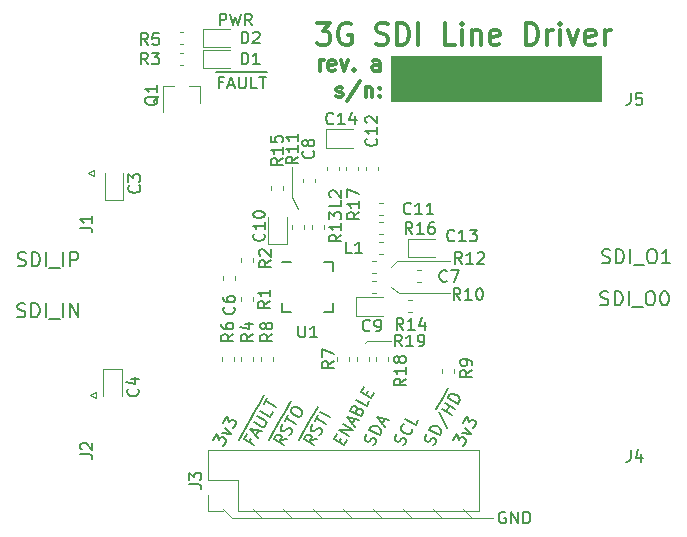
<source format=gbr>
G04 #@! TF.GenerationSoftware,KiCad,Pcbnew,(6.0.0-rc1-dev-1233-g630baa372)*
G04 #@! TF.CreationDate,2018-11-22T01:35:06+01:00*
G04 #@! TF.ProjectId,sdi-devboard,7364692d-6465-4766-926f-6172642e6b69,rev?*
G04 #@! TF.SameCoordinates,Original*
G04 #@! TF.FileFunction,Legend,Top*
G04 #@! TF.FilePolarity,Positive*
%FSLAX46Y46*%
G04 Gerber Fmt 4.6, Leading zero omitted, Abs format (unit mm)*
G04 Created by KiCad (PCBNEW (6.0.0-rc1-dev-1233-g630baa372)) date Thu 22 Nov 2018 01:35:06 AM CET*
%MOMM*%
%LPD*%
G01*
G04 APERTURE LIST*
%ADD10C,0.120000*%
%ADD11C,0.100000*%
%ADD12C,0.150000*%
%ADD13C,0.300000*%
%ADD14C,3.602000*%
%ADD15C,2.102000*%
%ADD16O,1.802000X1.802000*%
%ADD17R,1.802000X1.802000*%
%ADD18C,0.977000*%
%ADD19C,1.152000*%
%ADD20R,5.182000X2.522000*%
%ADD21R,5.182000X2.392000*%
%ADD22R,2.202000X2.202000*%
%ADD23C,0.452000*%
%ADD24R,0.452000X0.927000*%
%ADD25R,0.927000X0.452000*%
%ADD26R,0.902000X1.002000*%
%ADD27C,5.702000*%
G04 APERTURE END LIST*
D10*
X150114000Y-80264000D02*
X150622000Y-81280000D01*
X150114000Y-77724000D02*
X150114000Y-80264000D01*
D11*
G36*
X158496000Y-68326000D02*
X176276000Y-68326000D01*
X176276000Y-72136000D01*
X158496000Y-72136000D01*
X158496000Y-68326000D01*
G37*
X158496000Y-68326000D02*
X176276000Y-68326000D01*
X176276000Y-72136000D01*
X158496000Y-72136000D01*
X158496000Y-68326000D01*
D12*
X168148095Y-106942000D02*
X168052857Y-106894380D01*
X167910000Y-106894380D01*
X167767142Y-106942000D01*
X167671904Y-107037238D01*
X167624285Y-107132476D01*
X167576666Y-107322952D01*
X167576666Y-107465809D01*
X167624285Y-107656285D01*
X167671904Y-107751523D01*
X167767142Y-107846761D01*
X167910000Y-107894380D01*
X168005238Y-107894380D01*
X168148095Y-107846761D01*
X168195714Y-107799142D01*
X168195714Y-107465809D01*
X168005238Y-107465809D01*
X168624285Y-107894380D02*
X168624285Y-106894380D01*
X169195714Y-107894380D01*
X169195714Y-106894380D01*
X169671904Y-107894380D02*
X169671904Y-106894380D01*
X169910000Y-106894380D01*
X170052857Y-106942000D01*
X170148095Y-107037238D01*
X170195714Y-107132476D01*
X170243333Y-107322952D01*
X170243333Y-107465809D01*
X170195714Y-107656285D01*
X170148095Y-107751523D01*
X170052857Y-107846761D01*
X169910000Y-107894380D01*
X169671904Y-107894380D01*
D10*
X164592000Y-106680000D02*
X165354000Y-107442000D01*
X162052000Y-106680000D02*
X162814000Y-107442000D01*
X159512000Y-106680000D02*
X160274000Y-107442000D01*
X156972000Y-106680000D02*
X157734000Y-107442000D01*
X154432000Y-106680000D02*
X155194000Y-107442000D01*
X151892000Y-106680000D02*
X152654000Y-107442000D01*
X149352000Y-106680000D02*
X150114000Y-107442000D01*
X146812000Y-106680000D02*
X147574000Y-107442000D01*
X145034000Y-107442000D02*
X167132000Y-107442000D01*
X144272000Y-106680000D02*
X145034000Y-107442000D01*
X156464000Y-92456000D02*
X156210000Y-92710000D01*
X158496000Y-92456000D02*
X156464000Y-92456000D01*
D12*
X163729926Y-100864035D02*
X164039450Y-100327924D01*
X164202698Y-100807075D01*
X164274126Y-100683357D01*
X164362985Y-100624688D01*
X164428033Y-100607258D01*
X164534322Y-100613638D01*
X164740518Y-100732686D01*
X164799187Y-100821544D01*
X164816617Y-100886593D01*
X164810237Y-100992881D01*
X164667380Y-101240317D01*
X164578522Y-101298986D01*
X164513473Y-101316416D01*
X164494792Y-100205915D02*
X165191190Y-100333052D01*
X164732887Y-99793522D01*
X164587069Y-99379420D02*
X164896593Y-98843309D01*
X165059841Y-99322460D01*
X165131269Y-99198742D01*
X165220127Y-99140073D01*
X165285176Y-99122643D01*
X165391464Y-99129023D01*
X165597661Y-99248071D01*
X165656330Y-99336929D01*
X165673760Y-99401978D01*
X165667380Y-99508266D01*
X165524523Y-99755702D01*
X165435665Y-99814371D01*
X165370616Y-99831801D01*
X162038522Y-101298986D02*
X162151190Y-101199077D01*
X162270237Y-100992881D01*
X162276617Y-100886593D01*
X162259187Y-100821544D01*
X162200518Y-100732686D01*
X162118039Y-100685066D01*
X162011751Y-100678687D01*
X161946702Y-100696117D01*
X161857844Y-100754786D01*
X161721367Y-100895933D01*
X161632508Y-100954602D01*
X161567460Y-100972032D01*
X161461171Y-100965652D01*
X161378693Y-100918033D01*
X161320024Y-100829175D01*
X161302594Y-100764126D01*
X161308974Y-100657838D01*
X161428021Y-100451642D01*
X161540689Y-100351733D01*
X162579761Y-100456770D02*
X161713736Y-99956770D01*
X161832783Y-99750573D01*
X161945451Y-99650665D01*
X162075549Y-99615805D01*
X162181837Y-99622185D01*
X162370604Y-99676184D01*
X162494322Y-99747613D01*
X162635469Y-99884090D01*
X162694138Y-99972948D01*
X162728998Y-100103046D01*
X162698809Y-100250573D01*
X162579761Y-100456770D01*
X162529639Y-98448345D02*
X163214529Y-99833510D01*
X162300336Y-98205986D02*
X162824146Y-97298721D01*
X163603571Y-98683480D02*
X162737545Y-98183480D01*
X163149938Y-98421575D02*
X163435652Y-97926703D01*
X163889285Y-98188608D02*
X163023259Y-97688608D01*
X162824146Y-97298721D02*
X163324146Y-96432696D01*
X164127380Y-97776215D02*
X163261355Y-97276215D01*
X163380402Y-97070019D01*
X163493070Y-96970110D01*
X163623168Y-96935251D01*
X163729456Y-96941630D01*
X163918223Y-96995629D01*
X164041941Y-97067058D01*
X164183088Y-97203535D01*
X164241757Y-97292393D01*
X164276617Y-97422491D01*
X164246428Y-97570019D01*
X164127380Y-97776215D01*
X159498522Y-101298986D02*
X159611190Y-101199077D01*
X159730237Y-100992881D01*
X159736617Y-100886593D01*
X159719187Y-100821544D01*
X159660518Y-100732686D01*
X159578039Y-100685066D01*
X159471751Y-100678687D01*
X159406702Y-100696117D01*
X159317844Y-100754786D01*
X159181367Y-100895933D01*
X159092508Y-100954602D01*
X159027460Y-100972032D01*
X158921171Y-100965652D01*
X158838693Y-100918033D01*
X158780024Y-100829175D01*
X158762594Y-100764126D01*
X158768974Y-100657838D01*
X158888021Y-100451642D01*
X159000689Y-100351733D01*
X160242997Y-99914279D02*
X160260426Y-99979328D01*
X160230237Y-100126855D01*
X160182618Y-100209334D01*
X160069950Y-100309242D01*
X159939853Y-100344102D01*
X159833564Y-100337722D01*
X159644798Y-100283723D01*
X159521080Y-100212295D01*
X159379932Y-100075817D01*
X159321263Y-99986959D01*
X159286403Y-99856861D01*
X159316593Y-99709334D01*
X159364212Y-99626855D01*
X159476880Y-99526947D01*
X159541928Y-99509517D01*
X160777856Y-99178351D02*
X160539761Y-99590744D01*
X159673736Y-99090744D01*
X156958522Y-101298986D02*
X157071190Y-101199077D01*
X157190237Y-100992881D01*
X157196617Y-100886593D01*
X157179187Y-100821544D01*
X157120518Y-100732686D01*
X157038039Y-100685066D01*
X156931751Y-100678687D01*
X156866702Y-100696117D01*
X156777844Y-100754786D01*
X156641367Y-100895933D01*
X156552508Y-100954602D01*
X156487460Y-100972032D01*
X156381171Y-100965652D01*
X156298693Y-100918033D01*
X156240024Y-100829175D01*
X156222594Y-100764126D01*
X156228974Y-100657838D01*
X156348021Y-100451642D01*
X156460689Y-100351733D01*
X157499761Y-100456770D02*
X156633736Y-99956770D01*
X156752783Y-99750573D01*
X156865451Y-99650665D01*
X156995549Y-99615805D01*
X157101837Y-99622185D01*
X157290604Y-99676184D01*
X157414322Y-99747613D01*
X157555469Y-99884090D01*
X157614138Y-99972948D01*
X157648998Y-100103046D01*
X157618809Y-100250573D01*
X157499761Y-100456770D01*
X157728516Y-99489127D02*
X157966611Y-99076734D01*
X157928332Y-99714462D02*
X157228974Y-98925787D01*
X158261666Y-99137112D01*
X154029938Y-101019651D02*
X154196605Y-100730976D01*
X154721666Y-100869163D02*
X154483571Y-101281556D01*
X153617545Y-100781556D01*
X153855640Y-100369163D01*
X154935951Y-100498009D02*
X154069926Y-99998009D01*
X155221666Y-100003138D01*
X154355640Y-99503138D01*
X155188516Y-99489127D02*
X155426611Y-99076734D01*
X155388332Y-99714462D02*
X154688974Y-98925787D01*
X155721666Y-99137112D01*
X155601367Y-98297857D02*
X155714035Y-98197949D01*
X155779083Y-98180519D01*
X155885372Y-98186899D01*
X156009089Y-98258327D01*
X156067759Y-98347186D01*
X156085188Y-98412234D01*
X156078809Y-98518523D01*
X155888332Y-98848437D01*
X155022307Y-98348437D01*
X155188974Y-98059762D01*
X155277832Y-98001093D01*
X155342881Y-97983663D01*
X155449169Y-97990043D01*
X155531648Y-98037662D01*
X155590317Y-98126520D01*
X155607746Y-98191569D01*
X155601367Y-98297857D01*
X155434700Y-98586532D01*
X156626428Y-97570019D02*
X156388332Y-97982412D01*
X155522307Y-97482412D01*
X156339462Y-97019439D02*
X156506129Y-96730763D01*
X157031190Y-96868950D02*
X156793094Y-97281343D01*
X155927069Y-96781343D01*
X156165164Y-96368950D01*
X150640336Y-100804062D02*
X151140336Y-99938037D01*
X152229285Y-100786684D02*
X151650225Y-100837264D01*
X151943571Y-101281556D02*
X151077545Y-100781556D01*
X151268021Y-100451642D01*
X151356880Y-100392972D01*
X151421928Y-100375543D01*
X151528217Y-100381922D01*
X151651935Y-100453351D01*
X151710604Y-100542209D01*
X151728033Y-100607258D01*
X151721654Y-100713546D01*
X151531177Y-101043461D01*
X151140336Y-99938037D02*
X151616527Y-99113251D01*
X152378522Y-100432960D02*
X152491190Y-100333052D01*
X152610237Y-100126855D01*
X152616617Y-100020567D01*
X152599187Y-99955518D01*
X152540518Y-99866660D01*
X152458039Y-99819041D01*
X152351751Y-99812661D01*
X152286702Y-99830091D01*
X152197844Y-99888760D01*
X152061367Y-100029908D01*
X151972508Y-100088577D01*
X151907460Y-100106007D01*
X151801171Y-100099627D01*
X151718693Y-100052008D01*
X151660024Y-99963150D01*
X151642594Y-99898101D01*
X151648974Y-99791813D01*
X151768021Y-99585616D01*
X151880689Y-99485708D01*
X151616527Y-99113251D02*
X151997479Y-98453422D01*
X151982307Y-99214462D02*
X152268021Y-98719591D01*
X152991190Y-99467027D02*
X152125164Y-98967027D01*
X151997479Y-98453422D02*
X152235574Y-98041029D01*
X153300713Y-98930916D02*
X152434688Y-98430916D01*
X148100336Y-100804062D02*
X148600336Y-99938037D01*
X149689285Y-100786684D02*
X149110225Y-100837264D01*
X149403571Y-101281556D02*
X148537545Y-100781556D01*
X148728021Y-100451642D01*
X148816880Y-100392972D01*
X148881928Y-100375543D01*
X148988217Y-100381922D01*
X149111935Y-100453351D01*
X149170604Y-100542209D01*
X149188033Y-100607258D01*
X149181654Y-100713546D01*
X148991177Y-101043461D01*
X148600336Y-99938037D02*
X149076527Y-99113251D01*
X149838522Y-100432960D02*
X149951190Y-100333052D01*
X150070237Y-100126855D01*
X150076617Y-100020567D01*
X150059187Y-99955518D01*
X150000518Y-99866660D01*
X149918039Y-99819041D01*
X149811751Y-99812661D01*
X149746702Y-99830091D01*
X149657844Y-99888760D01*
X149521367Y-100029908D01*
X149432508Y-100088577D01*
X149367460Y-100106007D01*
X149261171Y-100099627D01*
X149178693Y-100052008D01*
X149120024Y-99963150D01*
X149102594Y-99898101D01*
X149108974Y-99791813D01*
X149228021Y-99585616D01*
X149340689Y-99485708D01*
X149076527Y-99113251D02*
X149457479Y-98453422D01*
X149442307Y-99214462D02*
X149728021Y-98719591D01*
X150451190Y-99467027D02*
X149585164Y-98967027D01*
X149457479Y-98453422D02*
X149981289Y-97546157D01*
X149989926Y-98265958D02*
X150085164Y-98101001D01*
X150174023Y-98042332D01*
X150304120Y-98007473D01*
X150492887Y-98061471D01*
X150781562Y-98228138D01*
X150922710Y-98364615D01*
X150957569Y-98494713D01*
X150951190Y-98601001D01*
X150855951Y-98765958D01*
X150767093Y-98824627D01*
X150636995Y-98859487D01*
X150448229Y-98805488D01*
X150159554Y-98638822D01*
X150018406Y-98502344D01*
X149983546Y-98372247D01*
X149989926Y-98265958D01*
X145560336Y-100804062D02*
X145988908Y-100061755D01*
X146576605Y-100730976D02*
X146409938Y-101019651D01*
X146863571Y-101281556D02*
X145997545Y-100781556D01*
X146235640Y-100369163D01*
X145988908Y-100061755D02*
X146417479Y-99319447D01*
X147020897Y-100437631D02*
X147258992Y-100025238D01*
X147220713Y-100662966D02*
X146521355Y-99874291D01*
X147554047Y-100085616D01*
X146417479Y-99319447D02*
X146941289Y-98412182D01*
X146854688Y-99296941D02*
X147555756Y-99701703D01*
X147662044Y-99708083D01*
X147727093Y-99690653D01*
X147815951Y-99631984D01*
X147911190Y-99467027D01*
X147917569Y-99360738D01*
X147900140Y-99295690D01*
X147841470Y-99206831D01*
X147140402Y-98802069D01*
X146941289Y-98412182D02*
X147346051Y-97711114D01*
X148482618Y-98477283D02*
X148244523Y-98889676D01*
X147378497Y-98389676D01*
X147346051Y-97711114D02*
X147727003Y-97051285D01*
X147711831Y-97812326D02*
X147997545Y-97317454D01*
X148720713Y-98064890D02*
X147854688Y-97564890D01*
X143409926Y-100864035D02*
X143719450Y-100327924D01*
X143882698Y-100807075D01*
X143954126Y-100683357D01*
X144042985Y-100624688D01*
X144108033Y-100607258D01*
X144214322Y-100613638D01*
X144420518Y-100732686D01*
X144479187Y-100821544D01*
X144496617Y-100886593D01*
X144490237Y-100992881D01*
X144347380Y-101240317D01*
X144258522Y-101298986D01*
X144193473Y-101316416D01*
X144174792Y-100205915D02*
X144871190Y-100333052D01*
X144412887Y-99793522D01*
X144267069Y-99379420D02*
X144576593Y-98843309D01*
X144739841Y-99322460D01*
X144811269Y-99198742D01*
X144900127Y-99140073D01*
X144965176Y-99122643D01*
X145071464Y-99129023D01*
X145277661Y-99248071D01*
X145336330Y-99336929D01*
X145353760Y-99401978D01*
X145347380Y-99508266D01*
X145204523Y-99755702D01*
X145115665Y-99814371D01*
X145050616Y-99831801D01*
D13*
X152407285Y-69567095D02*
X152407285Y-68700428D01*
X152407285Y-68948047D02*
X152469190Y-68824238D01*
X152531095Y-68762333D01*
X152654904Y-68700428D01*
X152778714Y-68700428D01*
X153707285Y-69505190D02*
X153583476Y-69567095D01*
X153335857Y-69567095D01*
X153212047Y-69505190D01*
X153150142Y-69381380D01*
X153150142Y-68886142D01*
X153212047Y-68762333D01*
X153335857Y-68700428D01*
X153583476Y-68700428D01*
X153707285Y-68762333D01*
X153769190Y-68886142D01*
X153769190Y-69009952D01*
X153150142Y-69133761D01*
X154202523Y-68700428D02*
X154512047Y-69567095D01*
X154821571Y-68700428D01*
X155316809Y-69443285D02*
X155378714Y-69505190D01*
X155316809Y-69567095D01*
X155254904Y-69505190D01*
X155316809Y-69443285D01*
X155316809Y-69567095D01*
X157483476Y-69567095D02*
X157483476Y-68886142D01*
X157421571Y-68762333D01*
X157297761Y-68700428D01*
X157050142Y-68700428D01*
X156926333Y-68762333D01*
X157483476Y-69505190D02*
X157359666Y-69567095D01*
X157050142Y-69567095D01*
X156926333Y-69505190D01*
X156864428Y-69381380D01*
X156864428Y-69257571D01*
X156926333Y-69133761D01*
X157050142Y-69071857D01*
X157359666Y-69071857D01*
X157483476Y-69009952D01*
X153831095Y-71755190D02*
X153954904Y-71817095D01*
X154202523Y-71817095D01*
X154326333Y-71755190D01*
X154388238Y-71631380D01*
X154388238Y-71569476D01*
X154326333Y-71445666D01*
X154202523Y-71383761D01*
X154016809Y-71383761D01*
X153893000Y-71321857D01*
X153831095Y-71198047D01*
X153831095Y-71136142D01*
X153893000Y-71012333D01*
X154016809Y-70950428D01*
X154202523Y-70950428D01*
X154326333Y-71012333D01*
X155873952Y-70455190D02*
X154759666Y-72126619D01*
X156307285Y-70950428D02*
X156307285Y-71817095D01*
X156307285Y-71074238D02*
X156369190Y-71012333D01*
X156493000Y-70950428D01*
X156678714Y-70950428D01*
X156802523Y-71012333D01*
X156864428Y-71136142D01*
X156864428Y-71817095D01*
X157483476Y-71693285D02*
X157545380Y-71755190D01*
X157483476Y-71817095D01*
X157421571Y-71755190D01*
X157483476Y-71693285D01*
X157483476Y-71817095D01*
X157483476Y-71012333D02*
X157545380Y-71074238D01*
X157483476Y-71136142D01*
X157421571Y-71074238D01*
X157483476Y-71012333D01*
X157483476Y-71136142D01*
X152206285Y-65562285D02*
X153320571Y-65562285D01*
X152720571Y-66248000D01*
X152977714Y-66248000D01*
X153149142Y-66333714D01*
X153234857Y-66419428D01*
X153320571Y-66590857D01*
X153320571Y-67019428D01*
X153234857Y-67190857D01*
X153149142Y-67276571D01*
X152977714Y-67362285D01*
X152463428Y-67362285D01*
X152292000Y-67276571D01*
X152206285Y-67190857D01*
X155034857Y-65648000D02*
X154863428Y-65562285D01*
X154606285Y-65562285D01*
X154349142Y-65648000D01*
X154177714Y-65819428D01*
X154092000Y-65990857D01*
X154006285Y-66333714D01*
X154006285Y-66590857D01*
X154092000Y-66933714D01*
X154177714Y-67105142D01*
X154349142Y-67276571D01*
X154606285Y-67362285D01*
X154777714Y-67362285D01*
X155034857Y-67276571D01*
X155120571Y-67190857D01*
X155120571Y-66590857D01*
X154777714Y-66590857D01*
X157177714Y-67276571D02*
X157434857Y-67362285D01*
X157863428Y-67362285D01*
X158034857Y-67276571D01*
X158120571Y-67190857D01*
X158206285Y-67019428D01*
X158206285Y-66848000D01*
X158120571Y-66676571D01*
X158034857Y-66590857D01*
X157863428Y-66505142D01*
X157520571Y-66419428D01*
X157349142Y-66333714D01*
X157263428Y-66248000D01*
X157177714Y-66076571D01*
X157177714Y-65905142D01*
X157263428Y-65733714D01*
X157349142Y-65648000D01*
X157520571Y-65562285D01*
X157949142Y-65562285D01*
X158206285Y-65648000D01*
X158977714Y-67362285D02*
X158977714Y-65562285D01*
X159406285Y-65562285D01*
X159663428Y-65648000D01*
X159834857Y-65819428D01*
X159920571Y-65990857D01*
X160006285Y-66333714D01*
X160006285Y-66590857D01*
X159920571Y-66933714D01*
X159834857Y-67105142D01*
X159663428Y-67276571D01*
X159406285Y-67362285D01*
X158977714Y-67362285D01*
X160777714Y-67362285D02*
X160777714Y-65562285D01*
X163863428Y-67362285D02*
X163006285Y-67362285D01*
X163006285Y-65562285D01*
X164463428Y-67362285D02*
X164463428Y-66162285D01*
X164463428Y-65562285D02*
X164377714Y-65648000D01*
X164463428Y-65733714D01*
X164549142Y-65648000D01*
X164463428Y-65562285D01*
X164463428Y-65733714D01*
X165320571Y-66162285D02*
X165320571Y-67362285D01*
X165320571Y-66333714D02*
X165406285Y-66248000D01*
X165577714Y-66162285D01*
X165834857Y-66162285D01*
X166006285Y-66248000D01*
X166092000Y-66419428D01*
X166092000Y-67362285D01*
X167634857Y-67276571D02*
X167463428Y-67362285D01*
X167120571Y-67362285D01*
X166949142Y-67276571D01*
X166863428Y-67105142D01*
X166863428Y-66419428D01*
X166949142Y-66248000D01*
X167120571Y-66162285D01*
X167463428Y-66162285D01*
X167634857Y-66248000D01*
X167720571Y-66419428D01*
X167720571Y-66590857D01*
X166863428Y-66762285D01*
X169863428Y-67362285D02*
X169863428Y-65562285D01*
X170292000Y-65562285D01*
X170549142Y-65648000D01*
X170720571Y-65819428D01*
X170806285Y-65990857D01*
X170892000Y-66333714D01*
X170892000Y-66590857D01*
X170806285Y-66933714D01*
X170720571Y-67105142D01*
X170549142Y-67276571D01*
X170292000Y-67362285D01*
X169863428Y-67362285D01*
X171663428Y-67362285D02*
X171663428Y-66162285D01*
X171663428Y-66505142D02*
X171749142Y-66333714D01*
X171834857Y-66248000D01*
X172006285Y-66162285D01*
X172177714Y-66162285D01*
X172777714Y-67362285D02*
X172777714Y-66162285D01*
X172777714Y-65562285D02*
X172692000Y-65648000D01*
X172777714Y-65733714D01*
X172863428Y-65648000D01*
X172777714Y-65562285D01*
X172777714Y-65733714D01*
X173463428Y-66162285D02*
X173892000Y-67362285D01*
X174320571Y-66162285D01*
X175692000Y-67276571D02*
X175520571Y-67362285D01*
X175177714Y-67362285D01*
X175006285Y-67276571D01*
X174920571Y-67105142D01*
X174920571Y-66419428D01*
X175006285Y-66248000D01*
X175177714Y-66162285D01*
X175520571Y-66162285D01*
X175692000Y-66248000D01*
X175777714Y-66419428D01*
X175777714Y-66590857D01*
X174920571Y-66762285D01*
X176549142Y-67362285D02*
X176549142Y-66162285D01*
X176549142Y-66505142D02*
X176634857Y-66333714D01*
X176720571Y-66248000D01*
X176892000Y-66162285D01*
X177063428Y-66162285D01*
D10*
X159131000Y-88392000D02*
X163449000Y-88392000D01*
X158496000Y-87884000D02*
X159131000Y-88392000D01*
X159004000Y-85725000D02*
X163449000Y-85725000D01*
X158496000Y-86233000D02*
X159004000Y-85725000D01*
G04 #@! TO.C,J3*
X142942000Y-106867000D02*
X142942000Y-105537000D01*
X144272000Y-106867000D02*
X142942000Y-106867000D01*
X142942000Y-104267000D02*
X142942000Y-101667000D01*
X145542000Y-104267000D02*
X142942000Y-104267000D01*
X145542000Y-106867000D02*
X145542000Y-104267000D01*
X142942000Y-101667000D02*
X165922000Y-101667000D01*
X145542000Y-106867000D02*
X165922000Y-106867000D01*
X165922000Y-106867000D02*
X165922000Y-101667000D01*
G04 #@! TO.C,R8*
X148465000Y-94142779D02*
X148465000Y-93817221D01*
X147445000Y-94142779D02*
X147445000Y-93817221D01*
G04 #@! TO.C,R19*
X155573000Y-93817221D02*
X155573000Y-94142779D01*
X156593000Y-93817221D02*
X156593000Y-94142779D01*
G04 #@! TO.C,R18*
X157224000Y-93817221D02*
X157224000Y-94142779D01*
X158244000Y-93817221D02*
X158244000Y-94142779D01*
G04 #@! TO.C,C4*
X134089000Y-94833500D02*
X134089000Y-97143500D01*
X135659000Y-94833500D02*
X134089000Y-94833500D01*
X135659000Y-97143500D02*
X135659000Y-94833500D01*
G04 #@! TO.C,J1*
X132810000Y-78232000D02*
X133310000Y-77982000D01*
X133310000Y-77982000D02*
X133310000Y-78482000D01*
X133310000Y-78482000D02*
X132810000Y-78232000D01*
D12*
G04 #@! TO.C,U1*
X153534000Y-85734000D02*
X152759000Y-85734000D01*
X153534000Y-90034000D02*
X152759000Y-90034000D01*
X149234000Y-90034000D02*
X150009000Y-90034000D01*
X149234000Y-85734000D02*
X150009000Y-85734000D01*
X153534000Y-90034000D02*
X153534000Y-89259000D01*
X149234000Y-90034000D02*
X149234000Y-89259000D01*
X153534000Y-85734000D02*
X153534000Y-86509000D01*
D10*
G04 #@! TO.C,R17*
X154684000Y-77688221D02*
X154684000Y-78013779D01*
X155704000Y-77688221D02*
X155704000Y-78013779D01*
G04 #@! TO.C,R16*
X157795279Y-82421000D02*
X157469721Y-82421000D01*
X157795279Y-83441000D02*
X157469721Y-83441000D01*
G04 #@! TO.C,R15*
X149354000Y-79639279D02*
X149354000Y-79313721D01*
X148334000Y-79639279D02*
X148334000Y-79313721D01*
G04 #@! TO.C,R14*
X159882721Y-90045000D02*
X160208279Y-90045000D01*
X159882721Y-89025000D02*
X160208279Y-89025000D01*
G04 #@! TO.C,R13*
X151763000Y-82641221D02*
X151763000Y-82966779D01*
X152783000Y-82641221D02*
X152783000Y-82966779D01*
G04 #@! TO.C,R12*
X157160279Y-85723000D02*
X156834721Y-85723000D01*
X157160279Y-86743000D02*
X156834721Y-86743000D01*
G04 #@! TO.C,R11*
X150112000Y-82641221D02*
X150112000Y-82966779D01*
X151132000Y-82641221D02*
X151132000Y-82966779D01*
G04 #@! TO.C,R10*
X157160279Y-87374000D02*
X156834721Y-87374000D01*
X157160279Y-88394000D02*
X156834721Y-88394000D01*
G04 #@! TO.C,R9*
X162812000Y-94833221D02*
X162812000Y-95158779D01*
X163832000Y-94833221D02*
X163832000Y-95158779D01*
G04 #@! TO.C,R7*
X154942000Y-94142779D02*
X154942000Y-93817221D01*
X153922000Y-94142779D02*
X153922000Y-93817221D01*
G04 #@! TO.C,R6*
X145163000Y-94142779D02*
X145163000Y-93817221D01*
X144143000Y-94142779D02*
X144143000Y-93817221D01*
G04 #@! TO.C,R5*
X140878779Y-66292000D02*
X140553221Y-66292000D01*
X140878779Y-67312000D02*
X140553221Y-67312000D01*
G04 #@! TO.C,R4*
X146814000Y-94168279D02*
X146814000Y-93842721D01*
X145794000Y-94168279D02*
X145794000Y-93842721D01*
G04 #@! TO.C,R3*
X140553221Y-69090000D02*
X140878779Y-69090000D01*
X140553221Y-68070000D02*
X140878779Y-68070000D01*
G04 #@! TO.C,R2*
X146814000Y-85735279D02*
X146814000Y-85409721D01*
X145794000Y-85735279D02*
X145794000Y-85409721D01*
G04 #@! TO.C,R1*
X145794000Y-88737221D02*
X145794000Y-89062779D01*
X146814000Y-88737221D02*
X146814000Y-89062779D01*
G04 #@! TO.C,Q1*
X142296000Y-70868000D02*
X142296000Y-72328000D01*
X139136000Y-70868000D02*
X139136000Y-73028000D01*
X139136000Y-70868000D02*
X140066000Y-70868000D01*
X142296000Y-70868000D02*
X141366000Y-70868000D01*
G04 #@! TO.C,L2*
X154053000Y-78013779D02*
X154053000Y-77688221D01*
X153033000Y-78013779D02*
X153033000Y-77688221D01*
G04 #@! TO.C,L1*
X157469721Y-85092000D02*
X157795279Y-85092000D01*
X157469721Y-84072000D02*
X157795279Y-84072000D01*
G04 #@! TO.C,J2*
X133006000Y-97028000D02*
X133506000Y-96778000D01*
X133506000Y-96778000D02*
X133506000Y-97278000D01*
X133506000Y-97278000D02*
X133006000Y-97028000D01*
G04 #@! TO.C,D2*
X142507500Y-67537000D02*
X144792500Y-67537000D01*
X142507500Y-66067000D02*
X142507500Y-67537000D01*
X144792500Y-66067000D02*
X142507500Y-66067000D01*
G04 #@! TO.C,D1*
X142533000Y-69315000D02*
X144818000Y-69315000D01*
X142533000Y-67845000D02*
X142533000Y-69315000D01*
X144818000Y-67845000D02*
X142533000Y-67845000D01*
G04 #@! TO.C,C14*
X152922000Y-76096000D02*
X155232000Y-76096000D01*
X152922000Y-74526000D02*
X152922000Y-76096000D01*
X155232000Y-74526000D02*
X152922000Y-74526000D01*
G04 #@! TO.C,C13*
X159857500Y-85367000D02*
X162167500Y-85367000D01*
X159857500Y-83797000D02*
X159857500Y-85367000D01*
X162167500Y-83797000D02*
X159857500Y-83797000D01*
G04 #@! TO.C,C12*
X156335000Y-77688221D02*
X156335000Y-78013779D01*
X157355000Y-77688221D02*
X157355000Y-78013779D01*
G04 #@! TO.C,C11*
X157795279Y-80770000D02*
X157469721Y-80770000D01*
X157795279Y-81790000D02*
X157469721Y-81790000D01*
G04 #@! TO.C,C10*
X149629000Y-84236500D02*
X149629000Y-81926500D01*
X148059000Y-84236500D02*
X149629000Y-84236500D01*
X148059000Y-81926500D02*
X148059000Y-84236500D01*
G04 #@! TO.C,C9*
X155462000Y-90320000D02*
X157772000Y-90320000D01*
X155462000Y-88750000D02*
X155462000Y-90320000D01*
X157772000Y-88750000D02*
X155462000Y-88750000D01*
G04 #@! TO.C,C8*
X152021000Y-79029779D02*
X152021000Y-78704221D01*
X151001000Y-79029779D02*
X151001000Y-78704221D01*
G04 #@! TO.C,C7*
X160644721Y-86485000D02*
X160970279Y-86485000D01*
X160644721Y-87505000D02*
X160970279Y-87505000D01*
G04 #@! TO.C,C6*
X144270000Y-86984721D02*
X144270000Y-87310279D01*
X145290000Y-86984721D02*
X145290000Y-87310279D01*
G04 #@! TO.C,C3*
X135786000Y-80504000D02*
X135786000Y-78194000D01*
X134216000Y-80504000D02*
X135786000Y-80504000D01*
X134216000Y-78194000D02*
X134216000Y-80504000D01*
G04 #@! TO.C,J5*
D12*
X178736666Y-71461380D02*
X178736666Y-72175666D01*
X178689047Y-72318523D01*
X178593809Y-72413761D01*
X178450952Y-72461380D01*
X178355714Y-72461380D01*
X179689047Y-71461380D02*
X179212857Y-71461380D01*
X179165238Y-71937571D01*
X179212857Y-71889952D01*
X179308095Y-71842333D01*
X179546190Y-71842333D01*
X179641428Y-71889952D01*
X179689047Y-71937571D01*
X179736666Y-72032809D01*
X179736666Y-72270904D01*
X179689047Y-72366142D01*
X179641428Y-72413761D01*
X179546190Y-72461380D01*
X179308095Y-72461380D01*
X179212857Y-72413761D01*
X179165238Y-72366142D01*
X176311285Y-85829714D02*
X176482714Y-85886857D01*
X176768428Y-85886857D01*
X176882714Y-85829714D01*
X176939857Y-85772571D01*
X176997000Y-85658285D01*
X176997000Y-85544000D01*
X176939857Y-85429714D01*
X176882714Y-85372571D01*
X176768428Y-85315428D01*
X176539857Y-85258285D01*
X176425571Y-85201142D01*
X176368428Y-85144000D01*
X176311285Y-85029714D01*
X176311285Y-84915428D01*
X176368428Y-84801142D01*
X176425571Y-84744000D01*
X176539857Y-84686857D01*
X176825571Y-84686857D01*
X176997000Y-84744000D01*
X177511285Y-85886857D02*
X177511285Y-84686857D01*
X177797000Y-84686857D01*
X177968428Y-84744000D01*
X178082714Y-84858285D01*
X178139857Y-84972571D01*
X178197000Y-85201142D01*
X178197000Y-85372571D01*
X178139857Y-85601142D01*
X178082714Y-85715428D01*
X177968428Y-85829714D01*
X177797000Y-85886857D01*
X177511285Y-85886857D01*
X178711285Y-85886857D02*
X178711285Y-84686857D01*
X178997000Y-86001142D02*
X179911285Y-86001142D01*
X180425571Y-84686857D02*
X180654142Y-84686857D01*
X180768428Y-84744000D01*
X180882714Y-84858285D01*
X180939857Y-85086857D01*
X180939857Y-85486857D01*
X180882714Y-85715428D01*
X180768428Y-85829714D01*
X180654142Y-85886857D01*
X180425571Y-85886857D01*
X180311285Y-85829714D01*
X180197000Y-85715428D01*
X180139857Y-85486857D01*
X180139857Y-85086857D01*
X180197000Y-84858285D01*
X180311285Y-84744000D01*
X180425571Y-84686857D01*
X182082714Y-85886857D02*
X181397000Y-85886857D01*
X181739857Y-85886857D02*
X181739857Y-84686857D01*
X181625571Y-84858285D01*
X181511285Y-84972571D01*
X181397000Y-85029714D01*
G04 #@! TO.C,J4*
X178736666Y-101687380D02*
X178736666Y-102401666D01*
X178689047Y-102544523D01*
X178593809Y-102639761D01*
X178450952Y-102687380D01*
X178355714Y-102687380D01*
X179641428Y-102020714D02*
X179641428Y-102687380D01*
X179403333Y-101639761D02*
X179165238Y-102354047D01*
X179784285Y-102354047D01*
X176184285Y-89385714D02*
X176355714Y-89442857D01*
X176641428Y-89442857D01*
X176755714Y-89385714D01*
X176812857Y-89328571D01*
X176870000Y-89214285D01*
X176870000Y-89100000D01*
X176812857Y-88985714D01*
X176755714Y-88928571D01*
X176641428Y-88871428D01*
X176412857Y-88814285D01*
X176298571Y-88757142D01*
X176241428Y-88700000D01*
X176184285Y-88585714D01*
X176184285Y-88471428D01*
X176241428Y-88357142D01*
X176298571Y-88300000D01*
X176412857Y-88242857D01*
X176698571Y-88242857D01*
X176870000Y-88300000D01*
X177384285Y-89442857D02*
X177384285Y-88242857D01*
X177670000Y-88242857D01*
X177841428Y-88300000D01*
X177955714Y-88414285D01*
X178012857Y-88528571D01*
X178070000Y-88757142D01*
X178070000Y-88928571D01*
X178012857Y-89157142D01*
X177955714Y-89271428D01*
X177841428Y-89385714D01*
X177670000Y-89442857D01*
X177384285Y-89442857D01*
X178584285Y-89442857D02*
X178584285Y-88242857D01*
X178870000Y-89557142D02*
X179784285Y-89557142D01*
X180298571Y-88242857D02*
X180527142Y-88242857D01*
X180641428Y-88300000D01*
X180755714Y-88414285D01*
X180812857Y-88642857D01*
X180812857Y-89042857D01*
X180755714Y-89271428D01*
X180641428Y-89385714D01*
X180527142Y-89442857D01*
X180298571Y-89442857D01*
X180184285Y-89385714D01*
X180070000Y-89271428D01*
X180012857Y-89042857D01*
X180012857Y-88642857D01*
X180070000Y-88414285D01*
X180184285Y-88300000D01*
X180298571Y-88242857D01*
X181555714Y-88242857D02*
X181670000Y-88242857D01*
X181784285Y-88300000D01*
X181841428Y-88357142D01*
X181898571Y-88471428D01*
X181955714Y-88700000D01*
X181955714Y-88985714D01*
X181898571Y-89214285D01*
X181841428Y-89328571D01*
X181784285Y-89385714D01*
X181670000Y-89442857D01*
X181555714Y-89442857D01*
X181441428Y-89385714D01*
X181384285Y-89328571D01*
X181327142Y-89214285D01*
X181270000Y-88985714D01*
X181270000Y-88700000D01*
X181327142Y-88471428D01*
X181384285Y-88357142D01*
X181441428Y-88300000D01*
X181555714Y-88242857D01*
G04 #@! TO.C,J3*
X141394380Y-104600333D02*
X142108666Y-104600333D01*
X142251523Y-104647952D01*
X142346761Y-104743190D01*
X142394380Y-104886047D01*
X142394380Y-104981285D01*
X141394380Y-104219380D02*
X141394380Y-103600333D01*
X141775333Y-103933666D01*
X141775333Y-103790809D01*
X141822952Y-103695571D01*
X141870571Y-103647952D01*
X141965809Y-103600333D01*
X142203904Y-103600333D01*
X142299142Y-103647952D01*
X142346761Y-103695571D01*
X142394380Y-103790809D01*
X142394380Y-104076523D01*
X142346761Y-104171761D01*
X142299142Y-104219380D01*
G04 #@! TO.C,R8*
X148407380Y-91860666D02*
X147931190Y-92194000D01*
X148407380Y-92432095D02*
X147407380Y-92432095D01*
X147407380Y-92051142D01*
X147455000Y-91955904D01*
X147502619Y-91908285D01*
X147597857Y-91860666D01*
X147740714Y-91860666D01*
X147835952Y-91908285D01*
X147883571Y-91955904D01*
X147931190Y-92051142D01*
X147931190Y-92432095D01*
X147835952Y-91289238D02*
X147788333Y-91384476D01*
X147740714Y-91432095D01*
X147645476Y-91479714D01*
X147597857Y-91479714D01*
X147502619Y-91432095D01*
X147455000Y-91384476D01*
X147407380Y-91289238D01*
X147407380Y-91098761D01*
X147455000Y-91003523D01*
X147502619Y-90955904D01*
X147597857Y-90908285D01*
X147645476Y-90908285D01*
X147740714Y-90955904D01*
X147788333Y-91003523D01*
X147835952Y-91098761D01*
X147835952Y-91289238D01*
X147883571Y-91384476D01*
X147931190Y-91432095D01*
X148026428Y-91479714D01*
X148216904Y-91479714D01*
X148312142Y-91432095D01*
X148359761Y-91384476D01*
X148407380Y-91289238D01*
X148407380Y-91098761D01*
X148359761Y-91003523D01*
X148312142Y-90955904D01*
X148216904Y-90908285D01*
X148026428Y-90908285D01*
X147931190Y-90955904D01*
X147883571Y-91003523D01*
X147835952Y-91098761D01*
G04 #@! TO.C,R19*
X159377142Y-92908380D02*
X159043809Y-92432190D01*
X158805714Y-92908380D02*
X158805714Y-91908380D01*
X159186666Y-91908380D01*
X159281904Y-91956000D01*
X159329523Y-92003619D01*
X159377142Y-92098857D01*
X159377142Y-92241714D01*
X159329523Y-92336952D01*
X159281904Y-92384571D01*
X159186666Y-92432190D01*
X158805714Y-92432190D01*
X160329523Y-92908380D02*
X159758095Y-92908380D01*
X160043809Y-92908380D02*
X160043809Y-91908380D01*
X159948571Y-92051238D01*
X159853333Y-92146476D01*
X159758095Y-92194095D01*
X160805714Y-92908380D02*
X160996190Y-92908380D01*
X161091428Y-92860761D01*
X161139047Y-92813142D01*
X161234285Y-92670285D01*
X161281904Y-92479809D01*
X161281904Y-92098857D01*
X161234285Y-92003619D01*
X161186666Y-91956000D01*
X161091428Y-91908380D01*
X160900952Y-91908380D01*
X160805714Y-91956000D01*
X160758095Y-92003619D01*
X160710476Y-92098857D01*
X160710476Y-92336952D01*
X160758095Y-92432190D01*
X160805714Y-92479809D01*
X160900952Y-92527428D01*
X161091428Y-92527428D01*
X161186666Y-92479809D01*
X161234285Y-92432190D01*
X161281904Y-92336952D01*
G04 #@! TO.C,R18*
X159710380Y-95638857D02*
X159234190Y-95972190D01*
X159710380Y-96210285D02*
X158710380Y-96210285D01*
X158710380Y-95829333D01*
X158758000Y-95734095D01*
X158805619Y-95686476D01*
X158900857Y-95638857D01*
X159043714Y-95638857D01*
X159138952Y-95686476D01*
X159186571Y-95734095D01*
X159234190Y-95829333D01*
X159234190Y-96210285D01*
X159710380Y-94686476D02*
X159710380Y-95257904D01*
X159710380Y-94972190D02*
X158710380Y-94972190D01*
X158853238Y-95067428D01*
X158948476Y-95162666D01*
X158996095Y-95257904D01*
X159138952Y-94115047D02*
X159091333Y-94210285D01*
X159043714Y-94257904D01*
X158948476Y-94305523D01*
X158900857Y-94305523D01*
X158805619Y-94257904D01*
X158758000Y-94210285D01*
X158710380Y-94115047D01*
X158710380Y-93924571D01*
X158758000Y-93829333D01*
X158805619Y-93781714D01*
X158900857Y-93734095D01*
X158948476Y-93734095D01*
X159043714Y-93781714D01*
X159091333Y-93829333D01*
X159138952Y-93924571D01*
X159138952Y-94115047D01*
X159186571Y-94210285D01*
X159234190Y-94257904D01*
X159329428Y-94305523D01*
X159519904Y-94305523D01*
X159615142Y-94257904D01*
X159662761Y-94210285D01*
X159710380Y-94115047D01*
X159710380Y-93924571D01*
X159662761Y-93829333D01*
X159615142Y-93781714D01*
X159519904Y-93734095D01*
X159329428Y-93734095D01*
X159234190Y-93781714D01*
X159186571Y-93829333D01*
X159138952Y-93924571D01*
G04 #@! TO.C,C4*
X137009142Y-96510166D02*
X137056761Y-96557785D01*
X137104380Y-96700642D01*
X137104380Y-96795880D01*
X137056761Y-96938738D01*
X136961523Y-97033976D01*
X136866285Y-97081595D01*
X136675809Y-97129214D01*
X136532952Y-97129214D01*
X136342476Y-97081595D01*
X136247238Y-97033976D01*
X136152000Y-96938738D01*
X136104380Y-96795880D01*
X136104380Y-96700642D01*
X136152000Y-96557785D01*
X136199619Y-96510166D01*
X136437714Y-95653023D02*
X137104380Y-95653023D01*
X136056761Y-95891119D02*
X136771047Y-96129214D01*
X136771047Y-95510166D01*
G04 #@! TO.C,J1*
X132167380Y-82883333D02*
X132881666Y-82883333D01*
X133024523Y-82930952D01*
X133119761Y-83026190D01*
X133167380Y-83169047D01*
X133167380Y-83264285D01*
X133167380Y-81883333D02*
X133167380Y-82454761D01*
X133167380Y-82169047D02*
X132167380Y-82169047D01*
X132310238Y-82264285D01*
X132405476Y-82359523D01*
X132453095Y-82454761D01*
X126841571Y-86083714D02*
X127013000Y-86140857D01*
X127298714Y-86140857D01*
X127413000Y-86083714D01*
X127470142Y-86026571D01*
X127527285Y-85912285D01*
X127527285Y-85798000D01*
X127470142Y-85683714D01*
X127413000Y-85626571D01*
X127298714Y-85569428D01*
X127070142Y-85512285D01*
X126955857Y-85455142D01*
X126898714Y-85398000D01*
X126841571Y-85283714D01*
X126841571Y-85169428D01*
X126898714Y-85055142D01*
X126955857Y-84998000D01*
X127070142Y-84940857D01*
X127355857Y-84940857D01*
X127527285Y-84998000D01*
X128041571Y-86140857D02*
X128041571Y-84940857D01*
X128327285Y-84940857D01*
X128498714Y-84998000D01*
X128613000Y-85112285D01*
X128670142Y-85226571D01*
X128727285Y-85455142D01*
X128727285Y-85626571D01*
X128670142Y-85855142D01*
X128613000Y-85969428D01*
X128498714Y-86083714D01*
X128327285Y-86140857D01*
X128041571Y-86140857D01*
X129241571Y-86140857D02*
X129241571Y-84940857D01*
X129527285Y-86255142D02*
X130441571Y-86255142D01*
X130727285Y-86140857D02*
X130727285Y-84940857D01*
X131298714Y-86140857D02*
X131298714Y-84940857D01*
X131755857Y-84940857D01*
X131870142Y-84998000D01*
X131927285Y-85055142D01*
X131984428Y-85169428D01*
X131984428Y-85340857D01*
X131927285Y-85455142D01*
X131870142Y-85512285D01*
X131755857Y-85569428D01*
X131298714Y-85569428D01*
G04 #@! TO.C,U1*
X150622095Y-91146380D02*
X150622095Y-91955904D01*
X150669714Y-92051142D01*
X150717333Y-92098761D01*
X150812571Y-92146380D01*
X151003047Y-92146380D01*
X151098285Y-92098761D01*
X151145904Y-92051142D01*
X151193523Y-91955904D01*
X151193523Y-91146380D01*
X152193523Y-92146380D02*
X151622095Y-92146380D01*
X151907809Y-92146380D02*
X151907809Y-91146380D01*
X151812571Y-91289238D01*
X151717333Y-91384476D01*
X151622095Y-91432095D01*
G04 #@! TO.C,R17*
X155773380Y-81541857D02*
X155297190Y-81875190D01*
X155773380Y-82113285D02*
X154773380Y-82113285D01*
X154773380Y-81732333D01*
X154821000Y-81637095D01*
X154868619Y-81589476D01*
X154963857Y-81541857D01*
X155106714Y-81541857D01*
X155201952Y-81589476D01*
X155249571Y-81637095D01*
X155297190Y-81732333D01*
X155297190Y-82113285D01*
X155773380Y-80589476D02*
X155773380Y-81160904D01*
X155773380Y-80875190D02*
X154773380Y-80875190D01*
X154916238Y-80970428D01*
X155011476Y-81065666D01*
X155059095Y-81160904D01*
X154773380Y-80256142D02*
X154773380Y-79589476D01*
X155773380Y-80018047D01*
G04 #@! TO.C,R16*
X160266142Y-83383380D02*
X159932809Y-82907190D01*
X159694714Y-83383380D02*
X159694714Y-82383380D01*
X160075666Y-82383380D01*
X160170904Y-82431000D01*
X160218523Y-82478619D01*
X160266142Y-82573857D01*
X160266142Y-82716714D01*
X160218523Y-82811952D01*
X160170904Y-82859571D01*
X160075666Y-82907190D01*
X159694714Y-82907190D01*
X161218523Y-83383380D02*
X160647095Y-83383380D01*
X160932809Y-83383380D02*
X160932809Y-82383380D01*
X160837571Y-82526238D01*
X160742333Y-82621476D01*
X160647095Y-82669095D01*
X162075666Y-82383380D02*
X161885190Y-82383380D01*
X161789952Y-82431000D01*
X161742333Y-82478619D01*
X161647095Y-82621476D01*
X161599476Y-82811952D01*
X161599476Y-83192904D01*
X161647095Y-83288142D01*
X161694714Y-83335761D01*
X161789952Y-83383380D01*
X161980428Y-83383380D01*
X162075666Y-83335761D01*
X162123285Y-83288142D01*
X162170904Y-83192904D01*
X162170904Y-82954809D01*
X162123285Y-82859571D01*
X162075666Y-82811952D01*
X161980428Y-82764333D01*
X161789952Y-82764333D01*
X161694714Y-82811952D01*
X161647095Y-82859571D01*
X161599476Y-82954809D01*
G04 #@! TO.C,R15*
X149296380Y-76969857D02*
X148820190Y-77303190D01*
X149296380Y-77541285D02*
X148296380Y-77541285D01*
X148296380Y-77160333D01*
X148344000Y-77065095D01*
X148391619Y-77017476D01*
X148486857Y-76969857D01*
X148629714Y-76969857D01*
X148724952Y-77017476D01*
X148772571Y-77065095D01*
X148820190Y-77160333D01*
X148820190Y-77541285D01*
X149296380Y-76017476D02*
X149296380Y-76588904D01*
X149296380Y-76303190D02*
X148296380Y-76303190D01*
X148439238Y-76398428D01*
X148534476Y-76493666D01*
X148582095Y-76588904D01*
X148296380Y-75112714D02*
X148296380Y-75588904D01*
X148772571Y-75636523D01*
X148724952Y-75588904D01*
X148677333Y-75493666D01*
X148677333Y-75255571D01*
X148724952Y-75160333D01*
X148772571Y-75112714D01*
X148867809Y-75065095D01*
X149105904Y-75065095D01*
X149201142Y-75112714D01*
X149248761Y-75160333D01*
X149296380Y-75255571D01*
X149296380Y-75493666D01*
X149248761Y-75588904D01*
X149201142Y-75636523D01*
G04 #@! TO.C,R14*
X159504142Y-91511380D02*
X159170809Y-91035190D01*
X158932714Y-91511380D02*
X158932714Y-90511380D01*
X159313666Y-90511380D01*
X159408904Y-90559000D01*
X159456523Y-90606619D01*
X159504142Y-90701857D01*
X159504142Y-90844714D01*
X159456523Y-90939952D01*
X159408904Y-90987571D01*
X159313666Y-91035190D01*
X158932714Y-91035190D01*
X160456523Y-91511380D02*
X159885095Y-91511380D01*
X160170809Y-91511380D02*
X160170809Y-90511380D01*
X160075571Y-90654238D01*
X159980333Y-90749476D01*
X159885095Y-90797095D01*
X161313666Y-90844714D02*
X161313666Y-91511380D01*
X161075571Y-90463761D02*
X160837476Y-91178047D01*
X161456523Y-91178047D01*
G04 #@! TO.C,R13*
X154249380Y-83446857D02*
X153773190Y-83780190D01*
X154249380Y-84018285D02*
X153249380Y-84018285D01*
X153249380Y-83637333D01*
X153297000Y-83542095D01*
X153344619Y-83494476D01*
X153439857Y-83446857D01*
X153582714Y-83446857D01*
X153677952Y-83494476D01*
X153725571Y-83542095D01*
X153773190Y-83637333D01*
X153773190Y-84018285D01*
X154249380Y-82494476D02*
X154249380Y-83065904D01*
X154249380Y-82780190D02*
X153249380Y-82780190D01*
X153392238Y-82875428D01*
X153487476Y-82970666D01*
X153535095Y-83065904D01*
X153249380Y-82161142D02*
X153249380Y-81542095D01*
X153630333Y-81875428D01*
X153630333Y-81732571D01*
X153677952Y-81637333D01*
X153725571Y-81589714D01*
X153820809Y-81542095D01*
X154058904Y-81542095D01*
X154154142Y-81589714D01*
X154201761Y-81637333D01*
X154249380Y-81732571D01*
X154249380Y-82018285D01*
X154201761Y-82113523D01*
X154154142Y-82161142D01*
G04 #@! TO.C,R12*
X164457142Y-85923380D02*
X164123809Y-85447190D01*
X163885714Y-85923380D02*
X163885714Y-84923380D01*
X164266666Y-84923380D01*
X164361904Y-84971000D01*
X164409523Y-85018619D01*
X164457142Y-85113857D01*
X164457142Y-85256714D01*
X164409523Y-85351952D01*
X164361904Y-85399571D01*
X164266666Y-85447190D01*
X163885714Y-85447190D01*
X165409523Y-85923380D02*
X164838095Y-85923380D01*
X165123809Y-85923380D02*
X165123809Y-84923380D01*
X165028571Y-85066238D01*
X164933333Y-85161476D01*
X164838095Y-85209095D01*
X165790476Y-85018619D02*
X165838095Y-84971000D01*
X165933333Y-84923380D01*
X166171428Y-84923380D01*
X166266666Y-84971000D01*
X166314285Y-85018619D01*
X166361904Y-85113857D01*
X166361904Y-85209095D01*
X166314285Y-85351952D01*
X165742857Y-85923380D01*
X166361904Y-85923380D01*
G04 #@! TO.C,R11*
X150566380Y-76842857D02*
X150090190Y-77176190D01*
X150566380Y-77414285D02*
X149566380Y-77414285D01*
X149566380Y-77033333D01*
X149614000Y-76938095D01*
X149661619Y-76890476D01*
X149756857Y-76842857D01*
X149899714Y-76842857D01*
X149994952Y-76890476D01*
X150042571Y-76938095D01*
X150090190Y-77033333D01*
X150090190Y-77414285D01*
X150566380Y-75890476D02*
X150566380Y-76461904D01*
X150566380Y-76176190D02*
X149566380Y-76176190D01*
X149709238Y-76271428D01*
X149804476Y-76366666D01*
X149852095Y-76461904D01*
X150566380Y-74938095D02*
X150566380Y-75509523D01*
X150566380Y-75223809D02*
X149566380Y-75223809D01*
X149709238Y-75319047D01*
X149804476Y-75414285D01*
X149852095Y-75509523D01*
G04 #@! TO.C,R10*
X164330142Y-88971380D02*
X163996809Y-88495190D01*
X163758714Y-88971380D02*
X163758714Y-87971380D01*
X164139666Y-87971380D01*
X164234904Y-88019000D01*
X164282523Y-88066619D01*
X164330142Y-88161857D01*
X164330142Y-88304714D01*
X164282523Y-88399952D01*
X164234904Y-88447571D01*
X164139666Y-88495190D01*
X163758714Y-88495190D01*
X165282523Y-88971380D02*
X164711095Y-88971380D01*
X164996809Y-88971380D02*
X164996809Y-87971380D01*
X164901571Y-88114238D01*
X164806333Y-88209476D01*
X164711095Y-88257095D01*
X165901571Y-87971380D02*
X165996809Y-87971380D01*
X166092047Y-88019000D01*
X166139666Y-88066619D01*
X166187285Y-88161857D01*
X166234904Y-88352333D01*
X166234904Y-88590428D01*
X166187285Y-88780904D01*
X166139666Y-88876142D01*
X166092047Y-88923761D01*
X165996809Y-88971380D01*
X165901571Y-88971380D01*
X165806333Y-88923761D01*
X165758714Y-88876142D01*
X165711095Y-88780904D01*
X165663476Y-88590428D01*
X165663476Y-88352333D01*
X165711095Y-88161857D01*
X165758714Y-88066619D01*
X165806333Y-88019000D01*
X165901571Y-87971380D01*
G04 #@! TO.C,R9*
X165298380Y-94934166D02*
X164822190Y-95267500D01*
X165298380Y-95505595D02*
X164298380Y-95505595D01*
X164298380Y-95124642D01*
X164346000Y-95029404D01*
X164393619Y-94981785D01*
X164488857Y-94934166D01*
X164631714Y-94934166D01*
X164726952Y-94981785D01*
X164774571Y-95029404D01*
X164822190Y-95124642D01*
X164822190Y-95505595D01*
X165298380Y-94457976D02*
X165298380Y-94267500D01*
X165250761Y-94172261D01*
X165203142Y-94124642D01*
X165060285Y-94029404D01*
X164869809Y-93981785D01*
X164488857Y-93981785D01*
X164393619Y-94029404D01*
X164346000Y-94077023D01*
X164298380Y-94172261D01*
X164298380Y-94362738D01*
X164346000Y-94457976D01*
X164393619Y-94505595D01*
X164488857Y-94553214D01*
X164726952Y-94553214D01*
X164822190Y-94505595D01*
X164869809Y-94457976D01*
X164917428Y-94362738D01*
X164917428Y-94172261D01*
X164869809Y-94077023D01*
X164822190Y-94029404D01*
X164726952Y-93981785D01*
G04 #@! TO.C,R7*
X153614380Y-94146666D02*
X153138190Y-94480000D01*
X153614380Y-94718095D02*
X152614380Y-94718095D01*
X152614380Y-94337142D01*
X152662000Y-94241904D01*
X152709619Y-94194285D01*
X152804857Y-94146666D01*
X152947714Y-94146666D01*
X153042952Y-94194285D01*
X153090571Y-94241904D01*
X153138190Y-94337142D01*
X153138190Y-94718095D01*
X152614380Y-93813333D02*
X152614380Y-93146666D01*
X153614380Y-93575238D01*
G04 #@! TO.C,R6*
X145105380Y-91860666D02*
X144629190Y-92194000D01*
X145105380Y-92432095D02*
X144105380Y-92432095D01*
X144105380Y-92051142D01*
X144153000Y-91955904D01*
X144200619Y-91908285D01*
X144295857Y-91860666D01*
X144438714Y-91860666D01*
X144533952Y-91908285D01*
X144581571Y-91955904D01*
X144629190Y-92051142D01*
X144629190Y-92432095D01*
X144105380Y-91003523D02*
X144105380Y-91194000D01*
X144153000Y-91289238D01*
X144200619Y-91336857D01*
X144343476Y-91432095D01*
X144533952Y-91479714D01*
X144914904Y-91479714D01*
X145010142Y-91432095D01*
X145057761Y-91384476D01*
X145105380Y-91289238D01*
X145105380Y-91098761D01*
X145057761Y-91003523D01*
X145010142Y-90955904D01*
X144914904Y-90908285D01*
X144676809Y-90908285D01*
X144581571Y-90955904D01*
X144533952Y-91003523D01*
X144486333Y-91098761D01*
X144486333Y-91289238D01*
X144533952Y-91384476D01*
X144581571Y-91432095D01*
X144676809Y-91479714D01*
G04 #@! TO.C,R5*
X137882333Y-67381380D02*
X137549000Y-66905190D01*
X137310904Y-67381380D02*
X137310904Y-66381380D01*
X137691857Y-66381380D01*
X137787095Y-66429000D01*
X137834714Y-66476619D01*
X137882333Y-66571857D01*
X137882333Y-66714714D01*
X137834714Y-66809952D01*
X137787095Y-66857571D01*
X137691857Y-66905190D01*
X137310904Y-66905190D01*
X138787095Y-66381380D02*
X138310904Y-66381380D01*
X138263285Y-66857571D01*
X138310904Y-66809952D01*
X138406142Y-66762333D01*
X138644238Y-66762333D01*
X138739476Y-66809952D01*
X138787095Y-66857571D01*
X138834714Y-66952809D01*
X138834714Y-67190904D01*
X138787095Y-67286142D01*
X138739476Y-67333761D01*
X138644238Y-67381380D01*
X138406142Y-67381380D01*
X138310904Y-67333761D01*
X138263285Y-67286142D01*
G04 #@! TO.C,R4*
X146756380Y-91860666D02*
X146280190Y-92194000D01*
X146756380Y-92432095D02*
X145756380Y-92432095D01*
X145756380Y-92051142D01*
X145804000Y-91955904D01*
X145851619Y-91908285D01*
X145946857Y-91860666D01*
X146089714Y-91860666D01*
X146184952Y-91908285D01*
X146232571Y-91955904D01*
X146280190Y-92051142D01*
X146280190Y-92432095D01*
X146089714Y-91003523D02*
X146756380Y-91003523D01*
X145708761Y-91241619D02*
X146423047Y-91479714D01*
X146423047Y-90860666D01*
G04 #@! TO.C,R3*
X137882333Y-69032380D02*
X137549000Y-68556190D01*
X137310904Y-69032380D02*
X137310904Y-68032380D01*
X137691857Y-68032380D01*
X137787095Y-68080000D01*
X137834714Y-68127619D01*
X137882333Y-68222857D01*
X137882333Y-68365714D01*
X137834714Y-68460952D01*
X137787095Y-68508571D01*
X137691857Y-68556190D01*
X137310904Y-68556190D01*
X138215666Y-68032380D02*
X138834714Y-68032380D01*
X138501380Y-68413333D01*
X138644238Y-68413333D01*
X138739476Y-68460952D01*
X138787095Y-68508571D01*
X138834714Y-68603809D01*
X138834714Y-68841904D01*
X138787095Y-68937142D01*
X138739476Y-68984761D01*
X138644238Y-69032380D01*
X138358523Y-69032380D01*
X138263285Y-68984761D01*
X138215666Y-68937142D01*
G04 #@! TO.C,R2*
X148280380Y-85637666D02*
X147804190Y-85971000D01*
X148280380Y-86209095D02*
X147280380Y-86209095D01*
X147280380Y-85828142D01*
X147328000Y-85732904D01*
X147375619Y-85685285D01*
X147470857Y-85637666D01*
X147613714Y-85637666D01*
X147708952Y-85685285D01*
X147756571Y-85732904D01*
X147804190Y-85828142D01*
X147804190Y-86209095D01*
X147375619Y-85256714D02*
X147328000Y-85209095D01*
X147280380Y-85113857D01*
X147280380Y-84875761D01*
X147328000Y-84780523D01*
X147375619Y-84732904D01*
X147470857Y-84685285D01*
X147566095Y-84685285D01*
X147708952Y-84732904D01*
X148280380Y-85304333D01*
X148280380Y-84685285D01*
G04 #@! TO.C,R1*
X148186380Y-89066666D02*
X147710190Y-89400000D01*
X148186380Y-89638095D02*
X147186380Y-89638095D01*
X147186380Y-89257142D01*
X147234000Y-89161904D01*
X147281619Y-89114285D01*
X147376857Y-89066666D01*
X147519714Y-89066666D01*
X147614952Y-89114285D01*
X147662571Y-89161904D01*
X147710190Y-89257142D01*
X147710190Y-89638095D01*
X148186380Y-88114285D02*
X148186380Y-88685714D01*
X148186380Y-88400000D02*
X147186380Y-88400000D01*
X147329238Y-88495238D01*
X147424476Y-88590476D01*
X147472095Y-88685714D01*
G04 #@! TO.C,Q1*
X138763619Y-71723238D02*
X138716000Y-71818476D01*
X138620761Y-71913714D01*
X138477904Y-72056571D01*
X138430285Y-72151809D01*
X138430285Y-72247047D01*
X138668380Y-72199428D02*
X138620761Y-72294666D01*
X138525523Y-72389904D01*
X138335047Y-72437523D01*
X138001714Y-72437523D01*
X137811238Y-72389904D01*
X137716000Y-72294666D01*
X137668380Y-72199428D01*
X137668380Y-72008952D01*
X137716000Y-71913714D01*
X137811238Y-71818476D01*
X138001714Y-71770857D01*
X138335047Y-71770857D01*
X138525523Y-71818476D01*
X138620761Y-71913714D01*
X138668380Y-72008952D01*
X138668380Y-72199428D01*
X138668380Y-70818476D02*
X138668380Y-71389904D01*
X138668380Y-71104190D02*
X137668380Y-71104190D01*
X137811238Y-71199428D01*
X137906476Y-71294666D01*
X137954095Y-71389904D01*
G04 #@! TO.C,L2*
X154249380Y-80557666D02*
X154249380Y-81033857D01*
X153249380Y-81033857D01*
X153344619Y-80271952D02*
X153297000Y-80224333D01*
X153249380Y-80129095D01*
X153249380Y-79891000D01*
X153297000Y-79795761D01*
X153344619Y-79748142D01*
X153439857Y-79700523D01*
X153535095Y-79700523D01*
X153677952Y-79748142D01*
X154249380Y-80319571D01*
X154249380Y-79700523D01*
G04 #@! TO.C,L1*
X155154333Y-85034380D02*
X154678142Y-85034380D01*
X154678142Y-84034380D01*
X156011476Y-85034380D02*
X155440047Y-85034380D01*
X155725761Y-85034380D02*
X155725761Y-84034380D01*
X155630523Y-84177238D01*
X155535285Y-84272476D01*
X155440047Y-84320095D01*
G04 #@! TO.C,J2*
X132167380Y-102060333D02*
X132881666Y-102060333D01*
X133024523Y-102107952D01*
X133119761Y-102203190D01*
X133167380Y-102346047D01*
X133167380Y-102441285D01*
X132262619Y-101631761D02*
X132215000Y-101584142D01*
X132167380Y-101488904D01*
X132167380Y-101250809D01*
X132215000Y-101155571D01*
X132262619Y-101107952D01*
X132357857Y-101060333D01*
X132453095Y-101060333D01*
X132595952Y-101107952D01*
X133167380Y-101679380D01*
X133167380Y-101060333D01*
X126813000Y-90401714D02*
X126984428Y-90458857D01*
X127270142Y-90458857D01*
X127384428Y-90401714D01*
X127441571Y-90344571D01*
X127498714Y-90230285D01*
X127498714Y-90116000D01*
X127441571Y-90001714D01*
X127384428Y-89944571D01*
X127270142Y-89887428D01*
X127041571Y-89830285D01*
X126927285Y-89773142D01*
X126870142Y-89716000D01*
X126813000Y-89601714D01*
X126813000Y-89487428D01*
X126870142Y-89373142D01*
X126927285Y-89316000D01*
X127041571Y-89258857D01*
X127327285Y-89258857D01*
X127498714Y-89316000D01*
X128013000Y-90458857D02*
X128013000Y-89258857D01*
X128298714Y-89258857D01*
X128470142Y-89316000D01*
X128584428Y-89430285D01*
X128641571Y-89544571D01*
X128698714Y-89773142D01*
X128698714Y-89944571D01*
X128641571Y-90173142D01*
X128584428Y-90287428D01*
X128470142Y-90401714D01*
X128298714Y-90458857D01*
X128013000Y-90458857D01*
X129213000Y-90458857D02*
X129213000Y-89258857D01*
X129498714Y-90573142D02*
X130413000Y-90573142D01*
X130698714Y-90458857D02*
X130698714Y-89258857D01*
X131270142Y-90458857D02*
X131270142Y-89258857D01*
X131955857Y-90458857D01*
X131955857Y-89258857D01*
G04 #@! TO.C,D2*
X145819904Y-67254380D02*
X145819904Y-66254380D01*
X146058000Y-66254380D01*
X146200857Y-66302000D01*
X146296095Y-66397238D01*
X146343714Y-66492476D01*
X146391333Y-66682952D01*
X146391333Y-66825809D01*
X146343714Y-67016285D01*
X146296095Y-67111523D01*
X146200857Y-67206761D01*
X146058000Y-67254380D01*
X145819904Y-67254380D01*
X146772285Y-66349619D02*
X146819904Y-66302000D01*
X146915142Y-66254380D01*
X147153238Y-66254380D01*
X147248476Y-66302000D01*
X147296095Y-66349619D01*
X147343714Y-66444857D01*
X147343714Y-66540095D01*
X147296095Y-66682952D01*
X146724666Y-67254380D01*
X147343714Y-67254380D01*
X143954666Y-65730380D02*
X143954666Y-64730380D01*
X144335619Y-64730380D01*
X144430857Y-64778000D01*
X144478476Y-64825619D01*
X144526095Y-64920857D01*
X144526095Y-65063714D01*
X144478476Y-65158952D01*
X144430857Y-65206571D01*
X144335619Y-65254190D01*
X143954666Y-65254190D01*
X144859428Y-64730380D02*
X145097523Y-65730380D01*
X145288000Y-65016095D01*
X145478476Y-65730380D01*
X145716571Y-64730380D01*
X146668952Y-65730380D02*
X146335619Y-65254190D01*
X146097523Y-65730380D02*
X146097523Y-64730380D01*
X146478476Y-64730380D01*
X146573714Y-64778000D01*
X146621333Y-64825619D01*
X146668952Y-64920857D01*
X146668952Y-65063714D01*
X146621333Y-65158952D01*
X146573714Y-65206571D01*
X146478476Y-65254190D01*
X146097523Y-65254190D01*
G04 #@! TO.C,D1*
X145819904Y-69032380D02*
X145819904Y-68032380D01*
X146058000Y-68032380D01*
X146200857Y-68080000D01*
X146296095Y-68175238D01*
X146343714Y-68270476D01*
X146391333Y-68460952D01*
X146391333Y-68603809D01*
X146343714Y-68794285D01*
X146296095Y-68889523D01*
X146200857Y-68984761D01*
X146058000Y-69032380D01*
X145819904Y-69032380D01*
X147343714Y-69032380D02*
X146772285Y-69032380D01*
X147058000Y-69032380D02*
X147058000Y-68032380D01*
X146962761Y-68175238D01*
X146867523Y-68270476D01*
X146772285Y-68318095D01*
X143629333Y-69697000D02*
X144486476Y-69697000D01*
X144200761Y-70540571D02*
X143867428Y-70540571D01*
X143867428Y-71064380D02*
X143867428Y-70064380D01*
X144343619Y-70064380D01*
X144486476Y-69697000D02*
X145343619Y-69697000D01*
X144676952Y-70778666D02*
X145153142Y-70778666D01*
X144581714Y-71064380D02*
X144915047Y-70064380D01*
X145248380Y-71064380D01*
X145343619Y-69697000D02*
X146391238Y-69697000D01*
X145581714Y-70064380D02*
X145581714Y-70873904D01*
X145629333Y-70969142D01*
X145676952Y-71016761D01*
X145772190Y-71064380D01*
X145962666Y-71064380D01*
X146057904Y-71016761D01*
X146105523Y-70969142D01*
X146153142Y-70873904D01*
X146153142Y-70064380D01*
X146391238Y-69697000D02*
X147200761Y-69697000D01*
X147105523Y-71064380D02*
X146629333Y-71064380D01*
X146629333Y-70064380D01*
X147200761Y-69697000D02*
X147962666Y-69697000D01*
X147296000Y-70064380D02*
X147867428Y-70064380D01*
X147581714Y-71064380D02*
X147581714Y-70064380D01*
G04 #@! TO.C,C14*
X153584642Y-74017142D02*
X153537023Y-74064761D01*
X153394166Y-74112380D01*
X153298928Y-74112380D01*
X153156071Y-74064761D01*
X153060833Y-73969523D01*
X153013214Y-73874285D01*
X152965595Y-73683809D01*
X152965595Y-73540952D01*
X153013214Y-73350476D01*
X153060833Y-73255238D01*
X153156071Y-73160000D01*
X153298928Y-73112380D01*
X153394166Y-73112380D01*
X153537023Y-73160000D01*
X153584642Y-73207619D01*
X154537023Y-74112380D02*
X153965595Y-74112380D01*
X154251309Y-74112380D02*
X154251309Y-73112380D01*
X154156071Y-73255238D01*
X154060833Y-73350476D01*
X153965595Y-73398095D01*
X155394166Y-73445714D02*
X155394166Y-74112380D01*
X155156071Y-73064761D02*
X154917976Y-73779047D01*
X155537023Y-73779047D01*
G04 #@! TO.C,C13*
X163822142Y-83923142D02*
X163774523Y-83970761D01*
X163631666Y-84018380D01*
X163536428Y-84018380D01*
X163393571Y-83970761D01*
X163298333Y-83875523D01*
X163250714Y-83780285D01*
X163203095Y-83589809D01*
X163203095Y-83446952D01*
X163250714Y-83256476D01*
X163298333Y-83161238D01*
X163393571Y-83066000D01*
X163536428Y-83018380D01*
X163631666Y-83018380D01*
X163774523Y-83066000D01*
X163822142Y-83113619D01*
X164774523Y-84018380D02*
X164203095Y-84018380D01*
X164488809Y-84018380D02*
X164488809Y-83018380D01*
X164393571Y-83161238D01*
X164298333Y-83256476D01*
X164203095Y-83304095D01*
X165107857Y-83018380D02*
X165726904Y-83018380D01*
X165393571Y-83399333D01*
X165536428Y-83399333D01*
X165631666Y-83446952D01*
X165679285Y-83494571D01*
X165726904Y-83589809D01*
X165726904Y-83827904D01*
X165679285Y-83923142D01*
X165631666Y-83970761D01*
X165536428Y-84018380D01*
X165250714Y-84018380D01*
X165155476Y-83970761D01*
X165107857Y-83923142D01*
G04 #@! TO.C,C12*
X157202142Y-75318857D02*
X157249761Y-75366476D01*
X157297380Y-75509333D01*
X157297380Y-75604571D01*
X157249761Y-75747428D01*
X157154523Y-75842666D01*
X157059285Y-75890285D01*
X156868809Y-75937904D01*
X156725952Y-75937904D01*
X156535476Y-75890285D01*
X156440238Y-75842666D01*
X156345000Y-75747428D01*
X156297380Y-75604571D01*
X156297380Y-75509333D01*
X156345000Y-75366476D01*
X156392619Y-75318857D01*
X157297380Y-74366476D02*
X157297380Y-74937904D01*
X157297380Y-74652190D02*
X156297380Y-74652190D01*
X156440238Y-74747428D01*
X156535476Y-74842666D01*
X156583095Y-74937904D01*
X156392619Y-73985523D02*
X156345000Y-73937904D01*
X156297380Y-73842666D01*
X156297380Y-73604571D01*
X156345000Y-73509333D01*
X156392619Y-73461714D01*
X156487857Y-73414095D01*
X156583095Y-73414095D01*
X156725952Y-73461714D01*
X157297380Y-74033142D01*
X157297380Y-73414095D01*
G04 #@! TO.C,C11*
X160139142Y-81637142D02*
X160091523Y-81684761D01*
X159948666Y-81732380D01*
X159853428Y-81732380D01*
X159710571Y-81684761D01*
X159615333Y-81589523D01*
X159567714Y-81494285D01*
X159520095Y-81303809D01*
X159520095Y-81160952D01*
X159567714Y-80970476D01*
X159615333Y-80875238D01*
X159710571Y-80780000D01*
X159853428Y-80732380D01*
X159948666Y-80732380D01*
X160091523Y-80780000D01*
X160139142Y-80827619D01*
X161091523Y-81732380D02*
X160520095Y-81732380D01*
X160805809Y-81732380D02*
X160805809Y-80732380D01*
X160710571Y-80875238D01*
X160615333Y-80970476D01*
X160520095Y-81018095D01*
X162043904Y-81732380D02*
X161472476Y-81732380D01*
X161758190Y-81732380D02*
X161758190Y-80732380D01*
X161662952Y-80875238D01*
X161567714Y-80970476D01*
X161472476Y-81018095D01*
G04 #@! TO.C,C10*
X147677142Y-83369357D02*
X147724761Y-83416976D01*
X147772380Y-83559833D01*
X147772380Y-83655071D01*
X147724761Y-83797928D01*
X147629523Y-83893166D01*
X147534285Y-83940785D01*
X147343809Y-83988404D01*
X147200952Y-83988404D01*
X147010476Y-83940785D01*
X146915238Y-83893166D01*
X146820000Y-83797928D01*
X146772380Y-83655071D01*
X146772380Y-83559833D01*
X146820000Y-83416976D01*
X146867619Y-83369357D01*
X147772380Y-82416976D02*
X147772380Y-82988404D01*
X147772380Y-82702690D02*
X146772380Y-82702690D01*
X146915238Y-82797928D01*
X147010476Y-82893166D01*
X147058095Y-82988404D01*
X146772380Y-81797928D02*
X146772380Y-81702690D01*
X146820000Y-81607452D01*
X146867619Y-81559833D01*
X146962857Y-81512214D01*
X147153333Y-81464595D01*
X147391428Y-81464595D01*
X147581904Y-81512214D01*
X147677142Y-81559833D01*
X147724761Y-81607452D01*
X147772380Y-81702690D01*
X147772380Y-81797928D01*
X147724761Y-81893166D01*
X147677142Y-81940785D01*
X147581904Y-81988404D01*
X147391428Y-82036023D01*
X147153333Y-82036023D01*
X146962857Y-81988404D01*
X146867619Y-81940785D01*
X146820000Y-81893166D01*
X146772380Y-81797928D01*
G04 #@! TO.C,C9*
X156678333Y-91543142D02*
X156630714Y-91590761D01*
X156487857Y-91638380D01*
X156392619Y-91638380D01*
X156249761Y-91590761D01*
X156154523Y-91495523D01*
X156106904Y-91400285D01*
X156059285Y-91209809D01*
X156059285Y-91066952D01*
X156106904Y-90876476D01*
X156154523Y-90781238D01*
X156249761Y-90686000D01*
X156392619Y-90638380D01*
X156487857Y-90638380D01*
X156630714Y-90686000D01*
X156678333Y-90733619D01*
X157154523Y-91638380D02*
X157345000Y-91638380D01*
X157440238Y-91590761D01*
X157487857Y-91543142D01*
X157583095Y-91400285D01*
X157630714Y-91209809D01*
X157630714Y-90828857D01*
X157583095Y-90733619D01*
X157535476Y-90686000D01*
X157440238Y-90638380D01*
X157249761Y-90638380D01*
X157154523Y-90686000D01*
X157106904Y-90733619D01*
X157059285Y-90828857D01*
X157059285Y-91066952D01*
X157106904Y-91162190D01*
X157154523Y-91209809D01*
X157249761Y-91257428D01*
X157440238Y-91257428D01*
X157535476Y-91209809D01*
X157583095Y-91162190D01*
X157630714Y-91066952D01*
G04 #@! TO.C,C8*
X151868142Y-76366666D02*
X151915761Y-76414285D01*
X151963380Y-76557142D01*
X151963380Y-76652380D01*
X151915761Y-76795238D01*
X151820523Y-76890476D01*
X151725285Y-76938095D01*
X151534809Y-76985714D01*
X151391952Y-76985714D01*
X151201476Y-76938095D01*
X151106238Y-76890476D01*
X151011000Y-76795238D01*
X150963380Y-76652380D01*
X150963380Y-76557142D01*
X151011000Y-76414285D01*
X151058619Y-76366666D01*
X151391952Y-75795238D02*
X151344333Y-75890476D01*
X151296714Y-75938095D01*
X151201476Y-75985714D01*
X151153857Y-75985714D01*
X151058619Y-75938095D01*
X151011000Y-75890476D01*
X150963380Y-75795238D01*
X150963380Y-75604761D01*
X151011000Y-75509523D01*
X151058619Y-75461904D01*
X151153857Y-75414285D01*
X151201476Y-75414285D01*
X151296714Y-75461904D01*
X151344333Y-75509523D01*
X151391952Y-75604761D01*
X151391952Y-75795238D01*
X151439571Y-75890476D01*
X151487190Y-75938095D01*
X151582428Y-75985714D01*
X151772904Y-75985714D01*
X151868142Y-75938095D01*
X151915761Y-75890476D01*
X151963380Y-75795238D01*
X151963380Y-75604761D01*
X151915761Y-75509523D01*
X151868142Y-75461904D01*
X151772904Y-75414285D01*
X151582428Y-75414285D01*
X151487190Y-75461904D01*
X151439571Y-75509523D01*
X151391952Y-75604761D01*
G04 #@! TO.C,C7*
X163180833Y-87352142D02*
X163133214Y-87399761D01*
X162990357Y-87447380D01*
X162895119Y-87447380D01*
X162752261Y-87399761D01*
X162657023Y-87304523D01*
X162609404Y-87209285D01*
X162561785Y-87018809D01*
X162561785Y-86875952D01*
X162609404Y-86685476D01*
X162657023Y-86590238D01*
X162752261Y-86495000D01*
X162895119Y-86447380D01*
X162990357Y-86447380D01*
X163133214Y-86495000D01*
X163180833Y-86542619D01*
X163514166Y-86447380D02*
X164180833Y-86447380D01*
X163752261Y-87447380D01*
G04 #@! TO.C,C6*
X145137142Y-89574666D02*
X145184761Y-89622285D01*
X145232380Y-89765142D01*
X145232380Y-89860380D01*
X145184761Y-90003238D01*
X145089523Y-90098476D01*
X144994285Y-90146095D01*
X144803809Y-90193714D01*
X144660952Y-90193714D01*
X144470476Y-90146095D01*
X144375238Y-90098476D01*
X144280000Y-90003238D01*
X144232380Y-89860380D01*
X144232380Y-89765142D01*
X144280000Y-89622285D01*
X144327619Y-89574666D01*
X144232380Y-88717523D02*
X144232380Y-88908000D01*
X144280000Y-89003238D01*
X144327619Y-89050857D01*
X144470476Y-89146095D01*
X144660952Y-89193714D01*
X145041904Y-89193714D01*
X145137142Y-89146095D01*
X145184761Y-89098476D01*
X145232380Y-89003238D01*
X145232380Y-88812761D01*
X145184761Y-88717523D01*
X145137142Y-88669904D01*
X145041904Y-88622285D01*
X144803809Y-88622285D01*
X144708571Y-88669904D01*
X144660952Y-88717523D01*
X144613333Y-88812761D01*
X144613333Y-89003238D01*
X144660952Y-89098476D01*
X144708571Y-89146095D01*
X144803809Y-89193714D01*
G04 #@! TO.C,C3*
X137136142Y-79287666D02*
X137183761Y-79335285D01*
X137231380Y-79478142D01*
X137231380Y-79573380D01*
X137183761Y-79716238D01*
X137088523Y-79811476D01*
X136993285Y-79859095D01*
X136802809Y-79906714D01*
X136659952Y-79906714D01*
X136469476Y-79859095D01*
X136374238Y-79811476D01*
X136279000Y-79716238D01*
X136231380Y-79573380D01*
X136231380Y-79478142D01*
X136279000Y-79335285D01*
X136326619Y-79287666D01*
X136231380Y-78954333D02*
X136231380Y-78335285D01*
X136612333Y-78668619D01*
X136612333Y-78525761D01*
X136659952Y-78430523D01*
X136707571Y-78382904D01*
X136802809Y-78335285D01*
X137040904Y-78335285D01*
X137136142Y-78382904D01*
X137183761Y-78430523D01*
X137231380Y-78525761D01*
X137231380Y-78811476D01*
X137183761Y-78906714D01*
X137136142Y-78954333D01*
G04 #@! TD*
%LPC*%
D11*
G36*
X123190000Y-71882000D02*
X126365000Y-71882000D01*
X126301500Y-64262000D01*
X184086500Y-64262000D01*
X184150000Y-110617000D01*
X126365000Y-110617000D01*
X126365000Y-102997000D01*
X123190000Y-102997000D01*
X123190000Y-113157000D01*
X186690000Y-113157000D01*
X186690000Y-61087000D01*
X123190000Y-61087000D01*
X123190000Y-71882000D01*
G37*
X123190000Y-71882000D02*
X126365000Y-71882000D01*
X126301500Y-64262000D01*
X184086500Y-64262000D01*
X184150000Y-110617000D01*
X126365000Y-110617000D01*
X126365000Y-102997000D01*
X123190000Y-102997000D01*
X123190000Y-113157000D01*
X186690000Y-113157000D01*
X186690000Y-61087000D01*
X123190000Y-61087000D01*
X123190000Y-71882000D01*
D14*
G04 #@! TO.C,J5*
X175770000Y-81532000D03*
X175770000Y-74932000D03*
X182370000Y-74932000D03*
X182370000Y-81532000D03*
D15*
X179070000Y-78232000D03*
G04 #@! TD*
D14*
G04 #@! TO.C,J4*
X175770000Y-99312000D03*
X175770000Y-92712000D03*
X182370000Y-92712000D03*
X182370000Y-99312000D03*
D15*
X179070000Y-96012000D03*
G04 #@! TD*
D16*
G04 #@! TO.C,J3*
X164592000Y-102997000D03*
X164592000Y-105537000D03*
X162052000Y-102997000D03*
X162052000Y-105537000D03*
X159512000Y-102997000D03*
X159512000Y-105537000D03*
X156972000Y-102997000D03*
X156972000Y-105537000D03*
X154432000Y-102997000D03*
X154432000Y-105537000D03*
X151892000Y-102997000D03*
X151892000Y-105537000D03*
X149352000Y-102997000D03*
X149352000Y-105537000D03*
X146812000Y-102997000D03*
X146812000Y-105537000D03*
X144272000Y-102997000D03*
D17*
X144272000Y-105537000D03*
G04 #@! TD*
D11*
G04 #@! TO.C,R8*
G36*
X148260691Y-92705176D02*
X148284401Y-92708693D01*
X148307652Y-92714517D01*
X148330220Y-92722592D01*
X148351889Y-92732841D01*
X148372448Y-92745164D01*
X148391701Y-92759442D01*
X148409461Y-92775539D01*
X148425558Y-92793299D01*
X148439836Y-92812552D01*
X148452159Y-92833111D01*
X148462408Y-92854780D01*
X148470483Y-92877348D01*
X148476307Y-92900599D01*
X148479824Y-92924309D01*
X148481000Y-92948250D01*
X148481000Y-93436750D01*
X148479824Y-93460691D01*
X148476307Y-93484401D01*
X148470483Y-93507652D01*
X148462408Y-93530220D01*
X148452159Y-93551889D01*
X148439836Y-93572448D01*
X148425558Y-93591701D01*
X148409461Y-93609461D01*
X148391701Y-93625558D01*
X148372448Y-93639836D01*
X148351889Y-93652159D01*
X148330220Y-93662408D01*
X148307652Y-93670483D01*
X148284401Y-93676307D01*
X148260691Y-93679824D01*
X148236750Y-93681000D01*
X147673250Y-93681000D01*
X147649309Y-93679824D01*
X147625599Y-93676307D01*
X147602348Y-93670483D01*
X147579780Y-93662408D01*
X147558111Y-93652159D01*
X147537552Y-93639836D01*
X147518299Y-93625558D01*
X147500539Y-93609461D01*
X147484442Y-93591701D01*
X147470164Y-93572448D01*
X147457841Y-93551889D01*
X147447592Y-93530220D01*
X147439517Y-93507652D01*
X147433693Y-93484401D01*
X147430176Y-93460691D01*
X147429000Y-93436750D01*
X147429000Y-92948250D01*
X147430176Y-92924309D01*
X147433693Y-92900599D01*
X147439517Y-92877348D01*
X147447592Y-92854780D01*
X147457841Y-92833111D01*
X147470164Y-92812552D01*
X147484442Y-92793299D01*
X147500539Y-92775539D01*
X147518299Y-92759442D01*
X147537552Y-92745164D01*
X147558111Y-92732841D01*
X147579780Y-92722592D01*
X147602348Y-92714517D01*
X147625599Y-92708693D01*
X147649309Y-92705176D01*
X147673250Y-92704000D01*
X148236750Y-92704000D01*
X148260691Y-92705176D01*
X148260691Y-92705176D01*
G37*
D18*
X147955000Y-93192500D03*
D11*
G36*
X148260691Y-94280176D02*
X148284401Y-94283693D01*
X148307652Y-94289517D01*
X148330220Y-94297592D01*
X148351889Y-94307841D01*
X148372448Y-94320164D01*
X148391701Y-94334442D01*
X148409461Y-94350539D01*
X148425558Y-94368299D01*
X148439836Y-94387552D01*
X148452159Y-94408111D01*
X148462408Y-94429780D01*
X148470483Y-94452348D01*
X148476307Y-94475599D01*
X148479824Y-94499309D01*
X148481000Y-94523250D01*
X148481000Y-95011750D01*
X148479824Y-95035691D01*
X148476307Y-95059401D01*
X148470483Y-95082652D01*
X148462408Y-95105220D01*
X148452159Y-95126889D01*
X148439836Y-95147448D01*
X148425558Y-95166701D01*
X148409461Y-95184461D01*
X148391701Y-95200558D01*
X148372448Y-95214836D01*
X148351889Y-95227159D01*
X148330220Y-95237408D01*
X148307652Y-95245483D01*
X148284401Y-95251307D01*
X148260691Y-95254824D01*
X148236750Y-95256000D01*
X147673250Y-95256000D01*
X147649309Y-95254824D01*
X147625599Y-95251307D01*
X147602348Y-95245483D01*
X147579780Y-95237408D01*
X147558111Y-95227159D01*
X147537552Y-95214836D01*
X147518299Y-95200558D01*
X147500539Y-95184461D01*
X147484442Y-95166701D01*
X147470164Y-95147448D01*
X147457841Y-95126889D01*
X147447592Y-95105220D01*
X147439517Y-95082652D01*
X147433693Y-95059401D01*
X147430176Y-95035691D01*
X147429000Y-95011750D01*
X147429000Y-94523250D01*
X147430176Y-94499309D01*
X147433693Y-94475599D01*
X147439517Y-94452348D01*
X147447592Y-94429780D01*
X147457841Y-94408111D01*
X147470164Y-94387552D01*
X147484442Y-94368299D01*
X147500539Y-94350539D01*
X147518299Y-94334442D01*
X147537552Y-94320164D01*
X147558111Y-94307841D01*
X147579780Y-94297592D01*
X147602348Y-94289517D01*
X147625599Y-94283693D01*
X147649309Y-94280176D01*
X147673250Y-94279000D01*
X148236750Y-94279000D01*
X148260691Y-94280176D01*
X148260691Y-94280176D01*
G37*
D18*
X147955000Y-94767500D03*
G04 #@! TD*
D11*
G04 #@! TO.C,R19*
G36*
X156388691Y-94280176D02*
X156412401Y-94283693D01*
X156435652Y-94289517D01*
X156458220Y-94297592D01*
X156479889Y-94307841D01*
X156500448Y-94320164D01*
X156519701Y-94334442D01*
X156537461Y-94350539D01*
X156553558Y-94368299D01*
X156567836Y-94387552D01*
X156580159Y-94408111D01*
X156590408Y-94429780D01*
X156598483Y-94452348D01*
X156604307Y-94475599D01*
X156607824Y-94499309D01*
X156609000Y-94523250D01*
X156609000Y-95011750D01*
X156607824Y-95035691D01*
X156604307Y-95059401D01*
X156598483Y-95082652D01*
X156590408Y-95105220D01*
X156580159Y-95126889D01*
X156567836Y-95147448D01*
X156553558Y-95166701D01*
X156537461Y-95184461D01*
X156519701Y-95200558D01*
X156500448Y-95214836D01*
X156479889Y-95227159D01*
X156458220Y-95237408D01*
X156435652Y-95245483D01*
X156412401Y-95251307D01*
X156388691Y-95254824D01*
X156364750Y-95256000D01*
X155801250Y-95256000D01*
X155777309Y-95254824D01*
X155753599Y-95251307D01*
X155730348Y-95245483D01*
X155707780Y-95237408D01*
X155686111Y-95227159D01*
X155665552Y-95214836D01*
X155646299Y-95200558D01*
X155628539Y-95184461D01*
X155612442Y-95166701D01*
X155598164Y-95147448D01*
X155585841Y-95126889D01*
X155575592Y-95105220D01*
X155567517Y-95082652D01*
X155561693Y-95059401D01*
X155558176Y-95035691D01*
X155557000Y-95011750D01*
X155557000Y-94523250D01*
X155558176Y-94499309D01*
X155561693Y-94475599D01*
X155567517Y-94452348D01*
X155575592Y-94429780D01*
X155585841Y-94408111D01*
X155598164Y-94387552D01*
X155612442Y-94368299D01*
X155628539Y-94350539D01*
X155646299Y-94334442D01*
X155665552Y-94320164D01*
X155686111Y-94307841D01*
X155707780Y-94297592D01*
X155730348Y-94289517D01*
X155753599Y-94283693D01*
X155777309Y-94280176D01*
X155801250Y-94279000D01*
X156364750Y-94279000D01*
X156388691Y-94280176D01*
X156388691Y-94280176D01*
G37*
D18*
X156083000Y-94767500D03*
D11*
G36*
X156388691Y-92705176D02*
X156412401Y-92708693D01*
X156435652Y-92714517D01*
X156458220Y-92722592D01*
X156479889Y-92732841D01*
X156500448Y-92745164D01*
X156519701Y-92759442D01*
X156537461Y-92775539D01*
X156553558Y-92793299D01*
X156567836Y-92812552D01*
X156580159Y-92833111D01*
X156590408Y-92854780D01*
X156598483Y-92877348D01*
X156604307Y-92900599D01*
X156607824Y-92924309D01*
X156609000Y-92948250D01*
X156609000Y-93436750D01*
X156607824Y-93460691D01*
X156604307Y-93484401D01*
X156598483Y-93507652D01*
X156590408Y-93530220D01*
X156580159Y-93551889D01*
X156567836Y-93572448D01*
X156553558Y-93591701D01*
X156537461Y-93609461D01*
X156519701Y-93625558D01*
X156500448Y-93639836D01*
X156479889Y-93652159D01*
X156458220Y-93662408D01*
X156435652Y-93670483D01*
X156412401Y-93676307D01*
X156388691Y-93679824D01*
X156364750Y-93681000D01*
X155801250Y-93681000D01*
X155777309Y-93679824D01*
X155753599Y-93676307D01*
X155730348Y-93670483D01*
X155707780Y-93662408D01*
X155686111Y-93652159D01*
X155665552Y-93639836D01*
X155646299Y-93625558D01*
X155628539Y-93609461D01*
X155612442Y-93591701D01*
X155598164Y-93572448D01*
X155585841Y-93551889D01*
X155575592Y-93530220D01*
X155567517Y-93507652D01*
X155561693Y-93484401D01*
X155558176Y-93460691D01*
X155557000Y-93436750D01*
X155557000Y-92948250D01*
X155558176Y-92924309D01*
X155561693Y-92900599D01*
X155567517Y-92877348D01*
X155575592Y-92854780D01*
X155585841Y-92833111D01*
X155598164Y-92812552D01*
X155612442Y-92793299D01*
X155628539Y-92775539D01*
X155646299Y-92759442D01*
X155665552Y-92745164D01*
X155686111Y-92732841D01*
X155707780Y-92722592D01*
X155730348Y-92714517D01*
X155753599Y-92708693D01*
X155777309Y-92705176D01*
X155801250Y-92704000D01*
X156364750Y-92704000D01*
X156388691Y-92705176D01*
X156388691Y-92705176D01*
G37*
D18*
X156083000Y-93192500D03*
G04 #@! TD*
D11*
G04 #@! TO.C,R18*
G36*
X158039691Y-94280176D02*
X158063401Y-94283693D01*
X158086652Y-94289517D01*
X158109220Y-94297592D01*
X158130889Y-94307841D01*
X158151448Y-94320164D01*
X158170701Y-94334442D01*
X158188461Y-94350539D01*
X158204558Y-94368299D01*
X158218836Y-94387552D01*
X158231159Y-94408111D01*
X158241408Y-94429780D01*
X158249483Y-94452348D01*
X158255307Y-94475599D01*
X158258824Y-94499309D01*
X158260000Y-94523250D01*
X158260000Y-95011750D01*
X158258824Y-95035691D01*
X158255307Y-95059401D01*
X158249483Y-95082652D01*
X158241408Y-95105220D01*
X158231159Y-95126889D01*
X158218836Y-95147448D01*
X158204558Y-95166701D01*
X158188461Y-95184461D01*
X158170701Y-95200558D01*
X158151448Y-95214836D01*
X158130889Y-95227159D01*
X158109220Y-95237408D01*
X158086652Y-95245483D01*
X158063401Y-95251307D01*
X158039691Y-95254824D01*
X158015750Y-95256000D01*
X157452250Y-95256000D01*
X157428309Y-95254824D01*
X157404599Y-95251307D01*
X157381348Y-95245483D01*
X157358780Y-95237408D01*
X157337111Y-95227159D01*
X157316552Y-95214836D01*
X157297299Y-95200558D01*
X157279539Y-95184461D01*
X157263442Y-95166701D01*
X157249164Y-95147448D01*
X157236841Y-95126889D01*
X157226592Y-95105220D01*
X157218517Y-95082652D01*
X157212693Y-95059401D01*
X157209176Y-95035691D01*
X157208000Y-95011750D01*
X157208000Y-94523250D01*
X157209176Y-94499309D01*
X157212693Y-94475599D01*
X157218517Y-94452348D01*
X157226592Y-94429780D01*
X157236841Y-94408111D01*
X157249164Y-94387552D01*
X157263442Y-94368299D01*
X157279539Y-94350539D01*
X157297299Y-94334442D01*
X157316552Y-94320164D01*
X157337111Y-94307841D01*
X157358780Y-94297592D01*
X157381348Y-94289517D01*
X157404599Y-94283693D01*
X157428309Y-94280176D01*
X157452250Y-94279000D01*
X158015750Y-94279000D01*
X158039691Y-94280176D01*
X158039691Y-94280176D01*
G37*
D18*
X157734000Y-94767500D03*
D11*
G36*
X158039691Y-92705176D02*
X158063401Y-92708693D01*
X158086652Y-92714517D01*
X158109220Y-92722592D01*
X158130889Y-92732841D01*
X158151448Y-92745164D01*
X158170701Y-92759442D01*
X158188461Y-92775539D01*
X158204558Y-92793299D01*
X158218836Y-92812552D01*
X158231159Y-92833111D01*
X158241408Y-92854780D01*
X158249483Y-92877348D01*
X158255307Y-92900599D01*
X158258824Y-92924309D01*
X158260000Y-92948250D01*
X158260000Y-93436750D01*
X158258824Y-93460691D01*
X158255307Y-93484401D01*
X158249483Y-93507652D01*
X158241408Y-93530220D01*
X158231159Y-93551889D01*
X158218836Y-93572448D01*
X158204558Y-93591701D01*
X158188461Y-93609461D01*
X158170701Y-93625558D01*
X158151448Y-93639836D01*
X158130889Y-93652159D01*
X158109220Y-93662408D01*
X158086652Y-93670483D01*
X158063401Y-93676307D01*
X158039691Y-93679824D01*
X158015750Y-93681000D01*
X157452250Y-93681000D01*
X157428309Y-93679824D01*
X157404599Y-93676307D01*
X157381348Y-93670483D01*
X157358780Y-93662408D01*
X157337111Y-93652159D01*
X157316552Y-93639836D01*
X157297299Y-93625558D01*
X157279539Y-93609461D01*
X157263442Y-93591701D01*
X157249164Y-93572448D01*
X157236841Y-93551889D01*
X157226592Y-93530220D01*
X157218517Y-93507652D01*
X157212693Y-93484401D01*
X157209176Y-93460691D01*
X157208000Y-93436750D01*
X157208000Y-92948250D01*
X157209176Y-92924309D01*
X157212693Y-92900599D01*
X157218517Y-92877348D01*
X157226592Y-92854780D01*
X157236841Y-92833111D01*
X157249164Y-92812552D01*
X157263442Y-92793299D01*
X157279539Y-92775539D01*
X157297299Y-92759442D01*
X157316552Y-92745164D01*
X157337111Y-92732841D01*
X157358780Y-92722592D01*
X157381348Y-92714517D01*
X157404599Y-92708693D01*
X157428309Y-92705176D01*
X157452250Y-92704000D01*
X158015750Y-92704000D01*
X158039691Y-92705176D01*
X158039691Y-92705176D01*
G37*
D18*
X157734000Y-93192500D03*
G04 #@! TD*
D11*
G04 #@! TO.C,C4*
G36*
X135202600Y-96468821D02*
X135229225Y-96472770D01*
X135255336Y-96479311D01*
X135280679Y-96488379D01*
X135305012Y-96499887D01*
X135328100Y-96513725D01*
X135349720Y-96529760D01*
X135369664Y-96547836D01*
X135387740Y-96567780D01*
X135403775Y-96589400D01*
X135417613Y-96612488D01*
X135429121Y-96636821D01*
X135438189Y-96662164D01*
X135444730Y-96688275D01*
X135448679Y-96714900D01*
X135450000Y-96741785D01*
X135450000Y-97370215D01*
X135448679Y-97397100D01*
X135444730Y-97423725D01*
X135438189Y-97449836D01*
X135429121Y-97475179D01*
X135417613Y-97499512D01*
X135403775Y-97522600D01*
X135387740Y-97544220D01*
X135369664Y-97564164D01*
X135349720Y-97582240D01*
X135328100Y-97598275D01*
X135305012Y-97612113D01*
X135280679Y-97623621D01*
X135255336Y-97632689D01*
X135229225Y-97639230D01*
X135202600Y-97643179D01*
X135175715Y-97644500D01*
X134572285Y-97644500D01*
X134545400Y-97643179D01*
X134518775Y-97639230D01*
X134492664Y-97632689D01*
X134467321Y-97623621D01*
X134442988Y-97612113D01*
X134419900Y-97598275D01*
X134398280Y-97582240D01*
X134378336Y-97564164D01*
X134360260Y-97544220D01*
X134344225Y-97522600D01*
X134330387Y-97499512D01*
X134318879Y-97475179D01*
X134309811Y-97449836D01*
X134303270Y-97423725D01*
X134299321Y-97397100D01*
X134298000Y-97370215D01*
X134298000Y-96741785D01*
X134299321Y-96714900D01*
X134303270Y-96688275D01*
X134309811Y-96662164D01*
X134318879Y-96636821D01*
X134330387Y-96612488D01*
X134344225Y-96589400D01*
X134360260Y-96567780D01*
X134378336Y-96547836D01*
X134398280Y-96529760D01*
X134419900Y-96513725D01*
X134442988Y-96499887D01*
X134467321Y-96488379D01*
X134492664Y-96479311D01*
X134518775Y-96472770D01*
X134545400Y-96468821D01*
X134572285Y-96467500D01*
X135175715Y-96467500D01*
X135202600Y-96468821D01*
X135202600Y-96468821D01*
G37*
D19*
X134874000Y-97056000D03*
D11*
G36*
X135202600Y-95043821D02*
X135229225Y-95047770D01*
X135255336Y-95054311D01*
X135280679Y-95063379D01*
X135305012Y-95074887D01*
X135328100Y-95088725D01*
X135349720Y-95104760D01*
X135369664Y-95122836D01*
X135387740Y-95142780D01*
X135403775Y-95164400D01*
X135417613Y-95187488D01*
X135429121Y-95211821D01*
X135438189Y-95237164D01*
X135444730Y-95263275D01*
X135448679Y-95289900D01*
X135450000Y-95316785D01*
X135450000Y-95945215D01*
X135448679Y-95972100D01*
X135444730Y-95998725D01*
X135438189Y-96024836D01*
X135429121Y-96050179D01*
X135417613Y-96074512D01*
X135403775Y-96097600D01*
X135387740Y-96119220D01*
X135369664Y-96139164D01*
X135349720Y-96157240D01*
X135328100Y-96173275D01*
X135305012Y-96187113D01*
X135280679Y-96198621D01*
X135255336Y-96207689D01*
X135229225Y-96214230D01*
X135202600Y-96218179D01*
X135175715Y-96219500D01*
X134572285Y-96219500D01*
X134545400Y-96218179D01*
X134518775Y-96214230D01*
X134492664Y-96207689D01*
X134467321Y-96198621D01*
X134442988Y-96187113D01*
X134419900Y-96173275D01*
X134398280Y-96157240D01*
X134378336Y-96139164D01*
X134360260Y-96119220D01*
X134344225Y-96097600D01*
X134330387Y-96074512D01*
X134318879Y-96050179D01*
X134309811Y-96024836D01*
X134303270Y-95998725D01*
X134299321Y-95972100D01*
X134298000Y-95945215D01*
X134298000Y-95316785D01*
X134299321Y-95289900D01*
X134303270Y-95263275D01*
X134309811Y-95237164D01*
X134318879Y-95211821D01*
X134330387Y-95187488D01*
X134344225Y-95164400D01*
X134360260Y-95142780D01*
X134378336Y-95122836D01*
X134398280Y-95104760D01*
X134419900Y-95088725D01*
X134442988Y-95074887D01*
X134467321Y-95063379D01*
X134492664Y-95054311D01*
X134518775Y-95047770D01*
X134545400Y-95043821D01*
X134572285Y-95042500D01*
X135175715Y-95042500D01*
X135202600Y-95043821D01*
X135202600Y-95043821D01*
G37*
D19*
X134874000Y-95631000D03*
G04 #@! TD*
D20*
G04 #@! TO.C,J1*
X129090000Y-82612000D03*
X129090000Y-73852000D03*
D21*
X129090000Y-78232000D03*
G04 #@! TD*
D22*
G04 #@! TO.C,U1*
X151384000Y-87884000D03*
D23*
X150409000Y-86309000D03*
D24*
X150409000Y-85896500D03*
D23*
X151059000Y-86309000D03*
D24*
X151059000Y-85896500D03*
D23*
X151709000Y-86309000D03*
D24*
X151709000Y-85896500D03*
D23*
X152359000Y-86309000D03*
D24*
X152359000Y-85896500D03*
D23*
X152959000Y-86909000D03*
D25*
X153371500Y-86909000D03*
D23*
X152959000Y-87559000D03*
D25*
X153371500Y-87559000D03*
D23*
X152959000Y-88209000D03*
D25*
X153371500Y-88209000D03*
D23*
X152959000Y-88859000D03*
D25*
X153371500Y-88859000D03*
D23*
X152359000Y-89459000D03*
D24*
X152359000Y-89871500D03*
D23*
X151709000Y-89459000D03*
D24*
X151709000Y-89871500D03*
D23*
X151059000Y-89459000D03*
D24*
X151059000Y-89871500D03*
D23*
X150409000Y-89459000D03*
D24*
X150409000Y-89871500D03*
D23*
X149809000Y-88859000D03*
D25*
X149396500Y-88859000D03*
D23*
X149809000Y-88209000D03*
D25*
X149396500Y-88209000D03*
D23*
X149809000Y-87559000D03*
D25*
X149396500Y-87559000D03*
D23*
X149809000Y-86909000D03*
D25*
X149396500Y-86909000D03*
G04 #@! TD*
D11*
G04 #@! TO.C,R17*
G36*
X155499691Y-78151176D02*
X155523401Y-78154693D01*
X155546652Y-78160517D01*
X155569220Y-78168592D01*
X155590889Y-78178841D01*
X155611448Y-78191164D01*
X155630701Y-78205442D01*
X155648461Y-78221539D01*
X155664558Y-78239299D01*
X155678836Y-78258552D01*
X155691159Y-78279111D01*
X155701408Y-78300780D01*
X155709483Y-78323348D01*
X155715307Y-78346599D01*
X155718824Y-78370309D01*
X155720000Y-78394250D01*
X155720000Y-78882750D01*
X155718824Y-78906691D01*
X155715307Y-78930401D01*
X155709483Y-78953652D01*
X155701408Y-78976220D01*
X155691159Y-78997889D01*
X155678836Y-79018448D01*
X155664558Y-79037701D01*
X155648461Y-79055461D01*
X155630701Y-79071558D01*
X155611448Y-79085836D01*
X155590889Y-79098159D01*
X155569220Y-79108408D01*
X155546652Y-79116483D01*
X155523401Y-79122307D01*
X155499691Y-79125824D01*
X155475750Y-79127000D01*
X154912250Y-79127000D01*
X154888309Y-79125824D01*
X154864599Y-79122307D01*
X154841348Y-79116483D01*
X154818780Y-79108408D01*
X154797111Y-79098159D01*
X154776552Y-79085836D01*
X154757299Y-79071558D01*
X154739539Y-79055461D01*
X154723442Y-79037701D01*
X154709164Y-79018448D01*
X154696841Y-78997889D01*
X154686592Y-78976220D01*
X154678517Y-78953652D01*
X154672693Y-78930401D01*
X154669176Y-78906691D01*
X154668000Y-78882750D01*
X154668000Y-78394250D01*
X154669176Y-78370309D01*
X154672693Y-78346599D01*
X154678517Y-78323348D01*
X154686592Y-78300780D01*
X154696841Y-78279111D01*
X154709164Y-78258552D01*
X154723442Y-78239299D01*
X154739539Y-78221539D01*
X154757299Y-78205442D01*
X154776552Y-78191164D01*
X154797111Y-78178841D01*
X154818780Y-78168592D01*
X154841348Y-78160517D01*
X154864599Y-78154693D01*
X154888309Y-78151176D01*
X154912250Y-78150000D01*
X155475750Y-78150000D01*
X155499691Y-78151176D01*
X155499691Y-78151176D01*
G37*
D18*
X155194000Y-78638500D03*
D11*
G36*
X155499691Y-76576176D02*
X155523401Y-76579693D01*
X155546652Y-76585517D01*
X155569220Y-76593592D01*
X155590889Y-76603841D01*
X155611448Y-76616164D01*
X155630701Y-76630442D01*
X155648461Y-76646539D01*
X155664558Y-76664299D01*
X155678836Y-76683552D01*
X155691159Y-76704111D01*
X155701408Y-76725780D01*
X155709483Y-76748348D01*
X155715307Y-76771599D01*
X155718824Y-76795309D01*
X155720000Y-76819250D01*
X155720000Y-77307750D01*
X155718824Y-77331691D01*
X155715307Y-77355401D01*
X155709483Y-77378652D01*
X155701408Y-77401220D01*
X155691159Y-77422889D01*
X155678836Y-77443448D01*
X155664558Y-77462701D01*
X155648461Y-77480461D01*
X155630701Y-77496558D01*
X155611448Y-77510836D01*
X155590889Y-77523159D01*
X155569220Y-77533408D01*
X155546652Y-77541483D01*
X155523401Y-77547307D01*
X155499691Y-77550824D01*
X155475750Y-77552000D01*
X154912250Y-77552000D01*
X154888309Y-77550824D01*
X154864599Y-77547307D01*
X154841348Y-77541483D01*
X154818780Y-77533408D01*
X154797111Y-77523159D01*
X154776552Y-77510836D01*
X154757299Y-77496558D01*
X154739539Y-77480461D01*
X154723442Y-77462701D01*
X154709164Y-77443448D01*
X154696841Y-77422889D01*
X154686592Y-77401220D01*
X154678517Y-77378652D01*
X154672693Y-77355401D01*
X154669176Y-77331691D01*
X154668000Y-77307750D01*
X154668000Y-76819250D01*
X154669176Y-76795309D01*
X154672693Y-76771599D01*
X154678517Y-76748348D01*
X154686592Y-76725780D01*
X154696841Y-76704111D01*
X154709164Y-76683552D01*
X154723442Y-76664299D01*
X154739539Y-76646539D01*
X154757299Y-76630442D01*
X154776552Y-76616164D01*
X154797111Y-76603841D01*
X154818780Y-76593592D01*
X154841348Y-76585517D01*
X154864599Y-76579693D01*
X154888309Y-76576176D01*
X154912250Y-76575000D01*
X155475750Y-76575000D01*
X155499691Y-76576176D01*
X155499691Y-76576176D01*
G37*
D18*
X155194000Y-77063500D03*
G04 #@! TD*
D11*
G04 #@! TO.C,R16*
G36*
X157113191Y-82406176D02*
X157136901Y-82409693D01*
X157160152Y-82415517D01*
X157182720Y-82423592D01*
X157204389Y-82433841D01*
X157224948Y-82446164D01*
X157244201Y-82460442D01*
X157261961Y-82476539D01*
X157278058Y-82494299D01*
X157292336Y-82513552D01*
X157304659Y-82534111D01*
X157314908Y-82555780D01*
X157322983Y-82578348D01*
X157328807Y-82601599D01*
X157332324Y-82625309D01*
X157333500Y-82649250D01*
X157333500Y-83212750D01*
X157332324Y-83236691D01*
X157328807Y-83260401D01*
X157322983Y-83283652D01*
X157314908Y-83306220D01*
X157304659Y-83327889D01*
X157292336Y-83348448D01*
X157278058Y-83367701D01*
X157261961Y-83385461D01*
X157244201Y-83401558D01*
X157224948Y-83415836D01*
X157204389Y-83428159D01*
X157182720Y-83438408D01*
X157160152Y-83446483D01*
X157136901Y-83452307D01*
X157113191Y-83455824D01*
X157089250Y-83457000D01*
X156600750Y-83457000D01*
X156576809Y-83455824D01*
X156553099Y-83452307D01*
X156529848Y-83446483D01*
X156507280Y-83438408D01*
X156485611Y-83428159D01*
X156465052Y-83415836D01*
X156445799Y-83401558D01*
X156428039Y-83385461D01*
X156411942Y-83367701D01*
X156397664Y-83348448D01*
X156385341Y-83327889D01*
X156375092Y-83306220D01*
X156367017Y-83283652D01*
X156361193Y-83260401D01*
X156357676Y-83236691D01*
X156356500Y-83212750D01*
X156356500Y-82649250D01*
X156357676Y-82625309D01*
X156361193Y-82601599D01*
X156367017Y-82578348D01*
X156375092Y-82555780D01*
X156385341Y-82534111D01*
X156397664Y-82513552D01*
X156411942Y-82494299D01*
X156428039Y-82476539D01*
X156445799Y-82460442D01*
X156465052Y-82446164D01*
X156485611Y-82433841D01*
X156507280Y-82423592D01*
X156529848Y-82415517D01*
X156553099Y-82409693D01*
X156576809Y-82406176D01*
X156600750Y-82405000D01*
X157089250Y-82405000D01*
X157113191Y-82406176D01*
X157113191Y-82406176D01*
G37*
D18*
X156845000Y-82931000D03*
D11*
G36*
X158688191Y-82406176D02*
X158711901Y-82409693D01*
X158735152Y-82415517D01*
X158757720Y-82423592D01*
X158779389Y-82433841D01*
X158799948Y-82446164D01*
X158819201Y-82460442D01*
X158836961Y-82476539D01*
X158853058Y-82494299D01*
X158867336Y-82513552D01*
X158879659Y-82534111D01*
X158889908Y-82555780D01*
X158897983Y-82578348D01*
X158903807Y-82601599D01*
X158907324Y-82625309D01*
X158908500Y-82649250D01*
X158908500Y-83212750D01*
X158907324Y-83236691D01*
X158903807Y-83260401D01*
X158897983Y-83283652D01*
X158889908Y-83306220D01*
X158879659Y-83327889D01*
X158867336Y-83348448D01*
X158853058Y-83367701D01*
X158836961Y-83385461D01*
X158819201Y-83401558D01*
X158799948Y-83415836D01*
X158779389Y-83428159D01*
X158757720Y-83438408D01*
X158735152Y-83446483D01*
X158711901Y-83452307D01*
X158688191Y-83455824D01*
X158664250Y-83457000D01*
X158175750Y-83457000D01*
X158151809Y-83455824D01*
X158128099Y-83452307D01*
X158104848Y-83446483D01*
X158082280Y-83438408D01*
X158060611Y-83428159D01*
X158040052Y-83415836D01*
X158020799Y-83401558D01*
X158003039Y-83385461D01*
X157986942Y-83367701D01*
X157972664Y-83348448D01*
X157960341Y-83327889D01*
X157950092Y-83306220D01*
X157942017Y-83283652D01*
X157936193Y-83260401D01*
X157932676Y-83236691D01*
X157931500Y-83212750D01*
X157931500Y-82649250D01*
X157932676Y-82625309D01*
X157936193Y-82601599D01*
X157942017Y-82578348D01*
X157950092Y-82555780D01*
X157960341Y-82534111D01*
X157972664Y-82513552D01*
X157986942Y-82494299D01*
X158003039Y-82476539D01*
X158020799Y-82460442D01*
X158040052Y-82446164D01*
X158060611Y-82433841D01*
X158082280Y-82423592D01*
X158104848Y-82415517D01*
X158128099Y-82409693D01*
X158151809Y-82406176D01*
X158175750Y-82405000D01*
X158664250Y-82405000D01*
X158688191Y-82406176D01*
X158688191Y-82406176D01*
G37*
D18*
X158420000Y-82931000D03*
G04 #@! TD*
D11*
G04 #@! TO.C,R15*
G36*
X149149691Y-78201676D02*
X149173401Y-78205193D01*
X149196652Y-78211017D01*
X149219220Y-78219092D01*
X149240889Y-78229341D01*
X149261448Y-78241664D01*
X149280701Y-78255942D01*
X149298461Y-78272039D01*
X149314558Y-78289799D01*
X149328836Y-78309052D01*
X149341159Y-78329611D01*
X149351408Y-78351280D01*
X149359483Y-78373848D01*
X149365307Y-78397099D01*
X149368824Y-78420809D01*
X149370000Y-78444750D01*
X149370000Y-78933250D01*
X149368824Y-78957191D01*
X149365307Y-78980901D01*
X149359483Y-79004152D01*
X149351408Y-79026720D01*
X149341159Y-79048389D01*
X149328836Y-79068948D01*
X149314558Y-79088201D01*
X149298461Y-79105961D01*
X149280701Y-79122058D01*
X149261448Y-79136336D01*
X149240889Y-79148659D01*
X149219220Y-79158908D01*
X149196652Y-79166983D01*
X149173401Y-79172807D01*
X149149691Y-79176324D01*
X149125750Y-79177500D01*
X148562250Y-79177500D01*
X148538309Y-79176324D01*
X148514599Y-79172807D01*
X148491348Y-79166983D01*
X148468780Y-79158908D01*
X148447111Y-79148659D01*
X148426552Y-79136336D01*
X148407299Y-79122058D01*
X148389539Y-79105961D01*
X148373442Y-79088201D01*
X148359164Y-79068948D01*
X148346841Y-79048389D01*
X148336592Y-79026720D01*
X148328517Y-79004152D01*
X148322693Y-78980901D01*
X148319176Y-78957191D01*
X148318000Y-78933250D01*
X148318000Y-78444750D01*
X148319176Y-78420809D01*
X148322693Y-78397099D01*
X148328517Y-78373848D01*
X148336592Y-78351280D01*
X148346841Y-78329611D01*
X148359164Y-78309052D01*
X148373442Y-78289799D01*
X148389539Y-78272039D01*
X148407299Y-78255942D01*
X148426552Y-78241664D01*
X148447111Y-78229341D01*
X148468780Y-78219092D01*
X148491348Y-78211017D01*
X148514599Y-78205193D01*
X148538309Y-78201676D01*
X148562250Y-78200500D01*
X149125750Y-78200500D01*
X149149691Y-78201676D01*
X149149691Y-78201676D01*
G37*
D18*
X148844000Y-78689000D03*
D11*
G36*
X149149691Y-79776676D02*
X149173401Y-79780193D01*
X149196652Y-79786017D01*
X149219220Y-79794092D01*
X149240889Y-79804341D01*
X149261448Y-79816664D01*
X149280701Y-79830942D01*
X149298461Y-79847039D01*
X149314558Y-79864799D01*
X149328836Y-79884052D01*
X149341159Y-79904611D01*
X149351408Y-79926280D01*
X149359483Y-79948848D01*
X149365307Y-79972099D01*
X149368824Y-79995809D01*
X149370000Y-80019750D01*
X149370000Y-80508250D01*
X149368824Y-80532191D01*
X149365307Y-80555901D01*
X149359483Y-80579152D01*
X149351408Y-80601720D01*
X149341159Y-80623389D01*
X149328836Y-80643948D01*
X149314558Y-80663201D01*
X149298461Y-80680961D01*
X149280701Y-80697058D01*
X149261448Y-80711336D01*
X149240889Y-80723659D01*
X149219220Y-80733908D01*
X149196652Y-80741983D01*
X149173401Y-80747807D01*
X149149691Y-80751324D01*
X149125750Y-80752500D01*
X148562250Y-80752500D01*
X148538309Y-80751324D01*
X148514599Y-80747807D01*
X148491348Y-80741983D01*
X148468780Y-80733908D01*
X148447111Y-80723659D01*
X148426552Y-80711336D01*
X148407299Y-80697058D01*
X148389539Y-80680961D01*
X148373442Y-80663201D01*
X148359164Y-80643948D01*
X148346841Y-80623389D01*
X148336592Y-80601720D01*
X148328517Y-80579152D01*
X148322693Y-80555901D01*
X148319176Y-80532191D01*
X148318000Y-80508250D01*
X148318000Y-80019750D01*
X148319176Y-79995809D01*
X148322693Y-79972099D01*
X148328517Y-79948848D01*
X148336592Y-79926280D01*
X148346841Y-79904611D01*
X148359164Y-79884052D01*
X148373442Y-79864799D01*
X148389539Y-79847039D01*
X148407299Y-79830942D01*
X148426552Y-79816664D01*
X148447111Y-79804341D01*
X148468780Y-79794092D01*
X148491348Y-79786017D01*
X148514599Y-79780193D01*
X148538309Y-79776676D01*
X148562250Y-79775500D01*
X149125750Y-79775500D01*
X149149691Y-79776676D01*
X149149691Y-79776676D01*
G37*
D18*
X148844000Y-80264000D03*
G04 #@! TD*
D11*
G04 #@! TO.C,R14*
G36*
X161101191Y-89010176D02*
X161124901Y-89013693D01*
X161148152Y-89019517D01*
X161170720Y-89027592D01*
X161192389Y-89037841D01*
X161212948Y-89050164D01*
X161232201Y-89064442D01*
X161249961Y-89080539D01*
X161266058Y-89098299D01*
X161280336Y-89117552D01*
X161292659Y-89138111D01*
X161302908Y-89159780D01*
X161310983Y-89182348D01*
X161316807Y-89205599D01*
X161320324Y-89229309D01*
X161321500Y-89253250D01*
X161321500Y-89816750D01*
X161320324Y-89840691D01*
X161316807Y-89864401D01*
X161310983Y-89887652D01*
X161302908Y-89910220D01*
X161292659Y-89931889D01*
X161280336Y-89952448D01*
X161266058Y-89971701D01*
X161249961Y-89989461D01*
X161232201Y-90005558D01*
X161212948Y-90019836D01*
X161192389Y-90032159D01*
X161170720Y-90042408D01*
X161148152Y-90050483D01*
X161124901Y-90056307D01*
X161101191Y-90059824D01*
X161077250Y-90061000D01*
X160588750Y-90061000D01*
X160564809Y-90059824D01*
X160541099Y-90056307D01*
X160517848Y-90050483D01*
X160495280Y-90042408D01*
X160473611Y-90032159D01*
X160453052Y-90019836D01*
X160433799Y-90005558D01*
X160416039Y-89989461D01*
X160399942Y-89971701D01*
X160385664Y-89952448D01*
X160373341Y-89931889D01*
X160363092Y-89910220D01*
X160355017Y-89887652D01*
X160349193Y-89864401D01*
X160345676Y-89840691D01*
X160344500Y-89816750D01*
X160344500Y-89253250D01*
X160345676Y-89229309D01*
X160349193Y-89205599D01*
X160355017Y-89182348D01*
X160363092Y-89159780D01*
X160373341Y-89138111D01*
X160385664Y-89117552D01*
X160399942Y-89098299D01*
X160416039Y-89080539D01*
X160433799Y-89064442D01*
X160453052Y-89050164D01*
X160473611Y-89037841D01*
X160495280Y-89027592D01*
X160517848Y-89019517D01*
X160541099Y-89013693D01*
X160564809Y-89010176D01*
X160588750Y-89009000D01*
X161077250Y-89009000D01*
X161101191Y-89010176D01*
X161101191Y-89010176D01*
G37*
D18*
X160833000Y-89535000D03*
D11*
G36*
X159526191Y-89010176D02*
X159549901Y-89013693D01*
X159573152Y-89019517D01*
X159595720Y-89027592D01*
X159617389Y-89037841D01*
X159637948Y-89050164D01*
X159657201Y-89064442D01*
X159674961Y-89080539D01*
X159691058Y-89098299D01*
X159705336Y-89117552D01*
X159717659Y-89138111D01*
X159727908Y-89159780D01*
X159735983Y-89182348D01*
X159741807Y-89205599D01*
X159745324Y-89229309D01*
X159746500Y-89253250D01*
X159746500Y-89816750D01*
X159745324Y-89840691D01*
X159741807Y-89864401D01*
X159735983Y-89887652D01*
X159727908Y-89910220D01*
X159717659Y-89931889D01*
X159705336Y-89952448D01*
X159691058Y-89971701D01*
X159674961Y-89989461D01*
X159657201Y-90005558D01*
X159637948Y-90019836D01*
X159617389Y-90032159D01*
X159595720Y-90042408D01*
X159573152Y-90050483D01*
X159549901Y-90056307D01*
X159526191Y-90059824D01*
X159502250Y-90061000D01*
X159013750Y-90061000D01*
X158989809Y-90059824D01*
X158966099Y-90056307D01*
X158942848Y-90050483D01*
X158920280Y-90042408D01*
X158898611Y-90032159D01*
X158878052Y-90019836D01*
X158858799Y-90005558D01*
X158841039Y-89989461D01*
X158824942Y-89971701D01*
X158810664Y-89952448D01*
X158798341Y-89931889D01*
X158788092Y-89910220D01*
X158780017Y-89887652D01*
X158774193Y-89864401D01*
X158770676Y-89840691D01*
X158769500Y-89816750D01*
X158769500Y-89253250D01*
X158770676Y-89229309D01*
X158774193Y-89205599D01*
X158780017Y-89182348D01*
X158788092Y-89159780D01*
X158798341Y-89138111D01*
X158810664Y-89117552D01*
X158824942Y-89098299D01*
X158841039Y-89080539D01*
X158858799Y-89064442D01*
X158878052Y-89050164D01*
X158898611Y-89037841D01*
X158920280Y-89027592D01*
X158942848Y-89019517D01*
X158966099Y-89013693D01*
X158989809Y-89010176D01*
X159013750Y-89009000D01*
X159502250Y-89009000D01*
X159526191Y-89010176D01*
X159526191Y-89010176D01*
G37*
D18*
X159258000Y-89535000D03*
G04 #@! TD*
D11*
G04 #@! TO.C,R13*
G36*
X152578691Y-83104176D02*
X152602401Y-83107693D01*
X152625652Y-83113517D01*
X152648220Y-83121592D01*
X152669889Y-83131841D01*
X152690448Y-83144164D01*
X152709701Y-83158442D01*
X152727461Y-83174539D01*
X152743558Y-83192299D01*
X152757836Y-83211552D01*
X152770159Y-83232111D01*
X152780408Y-83253780D01*
X152788483Y-83276348D01*
X152794307Y-83299599D01*
X152797824Y-83323309D01*
X152799000Y-83347250D01*
X152799000Y-83835750D01*
X152797824Y-83859691D01*
X152794307Y-83883401D01*
X152788483Y-83906652D01*
X152780408Y-83929220D01*
X152770159Y-83950889D01*
X152757836Y-83971448D01*
X152743558Y-83990701D01*
X152727461Y-84008461D01*
X152709701Y-84024558D01*
X152690448Y-84038836D01*
X152669889Y-84051159D01*
X152648220Y-84061408D01*
X152625652Y-84069483D01*
X152602401Y-84075307D01*
X152578691Y-84078824D01*
X152554750Y-84080000D01*
X151991250Y-84080000D01*
X151967309Y-84078824D01*
X151943599Y-84075307D01*
X151920348Y-84069483D01*
X151897780Y-84061408D01*
X151876111Y-84051159D01*
X151855552Y-84038836D01*
X151836299Y-84024558D01*
X151818539Y-84008461D01*
X151802442Y-83990701D01*
X151788164Y-83971448D01*
X151775841Y-83950889D01*
X151765592Y-83929220D01*
X151757517Y-83906652D01*
X151751693Y-83883401D01*
X151748176Y-83859691D01*
X151747000Y-83835750D01*
X151747000Y-83347250D01*
X151748176Y-83323309D01*
X151751693Y-83299599D01*
X151757517Y-83276348D01*
X151765592Y-83253780D01*
X151775841Y-83232111D01*
X151788164Y-83211552D01*
X151802442Y-83192299D01*
X151818539Y-83174539D01*
X151836299Y-83158442D01*
X151855552Y-83144164D01*
X151876111Y-83131841D01*
X151897780Y-83121592D01*
X151920348Y-83113517D01*
X151943599Y-83107693D01*
X151967309Y-83104176D01*
X151991250Y-83103000D01*
X152554750Y-83103000D01*
X152578691Y-83104176D01*
X152578691Y-83104176D01*
G37*
D18*
X152273000Y-83591500D03*
D11*
G36*
X152578691Y-81529176D02*
X152602401Y-81532693D01*
X152625652Y-81538517D01*
X152648220Y-81546592D01*
X152669889Y-81556841D01*
X152690448Y-81569164D01*
X152709701Y-81583442D01*
X152727461Y-81599539D01*
X152743558Y-81617299D01*
X152757836Y-81636552D01*
X152770159Y-81657111D01*
X152780408Y-81678780D01*
X152788483Y-81701348D01*
X152794307Y-81724599D01*
X152797824Y-81748309D01*
X152799000Y-81772250D01*
X152799000Y-82260750D01*
X152797824Y-82284691D01*
X152794307Y-82308401D01*
X152788483Y-82331652D01*
X152780408Y-82354220D01*
X152770159Y-82375889D01*
X152757836Y-82396448D01*
X152743558Y-82415701D01*
X152727461Y-82433461D01*
X152709701Y-82449558D01*
X152690448Y-82463836D01*
X152669889Y-82476159D01*
X152648220Y-82486408D01*
X152625652Y-82494483D01*
X152602401Y-82500307D01*
X152578691Y-82503824D01*
X152554750Y-82505000D01*
X151991250Y-82505000D01*
X151967309Y-82503824D01*
X151943599Y-82500307D01*
X151920348Y-82494483D01*
X151897780Y-82486408D01*
X151876111Y-82476159D01*
X151855552Y-82463836D01*
X151836299Y-82449558D01*
X151818539Y-82433461D01*
X151802442Y-82415701D01*
X151788164Y-82396448D01*
X151775841Y-82375889D01*
X151765592Y-82354220D01*
X151757517Y-82331652D01*
X151751693Y-82308401D01*
X151748176Y-82284691D01*
X151747000Y-82260750D01*
X151747000Y-81772250D01*
X151748176Y-81748309D01*
X151751693Y-81724599D01*
X151757517Y-81701348D01*
X151765592Y-81678780D01*
X151775841Y-81657111D01*
X151788164Y-81636552D01*
X151802442Y-81617299D01*
X151818539Y-81599539D01*
X151836299Y-81583442D01*
X151855552Y-81569164D01*
X151876111Y-81556841D01*
X151897780Y-81546592D01*
X151920348Y-81538517D01*
X151943599Y-81532693D01*
X151967309Y-81529176D01*
X151991250Y-81528000D01*
X152554750Y-81528000D01*
X152578691Y-81529176D01*
X152578691Y-81529176D01*
G37*
D18*
X152273000Y-82016500D03*
G04 #@! TD*
D11*
G04 #@! TO.C,R12*
G36*
X156478191Y-85708176D02*
X156501901Y-85711693D01*
X156525152Y-85717517D01*
X156547720Y-85725592D01*
X156569389Y-85735841D01*
X156589948Y-85748164D01*
X156609201Y-85762442D01*
X156626961Y-85778539D01*
X156643058Y-85796299D01*
X156657336Y-85815552D01*
X156669659Y-85836111D01*
X156679908Y-85857780D01*
X156687983Y-85880348D01*
X156693807Y-85903599D01*
X156697324Y-85927309D01*
X156698500Y-85951250D01*
X156698500Y-86514750D01*
X156697324Y-86538691D01*
X156693807Y-86562401D01*
X156687983Y-86585652D01*
X156679908Y-86608220D01*
X156669659Y-86629889D01*
X156657336Y-86650448D01*
X156643058Y-86669701D01*
X156626961Y-86687461D01*
X156609201Y-86703558D01*
X156589948Y-86717836D01*
X156569389Y-86730159D01*
X156547720Y-86740408D01*
X156525152Y-86748483D01*
X156501901Y-86754307D01*
X156478191Y-86757824D01*
X156454250Y-86759000D01*
X155965750Y-86759000D01*
X155941809Y-86757824D01*
X155918099Y-86754307D01*
X155894848Y-86748483D01*
X155872280Y-86740408D01*
X155850611Y-86730159D01*
X155830052Y-86717836D01*
X155810799Y-86703558D01*
X155793039Y-86687461D01*
X155776942Y-86669701D01*
X155762664Y-86650448D01*
X155750341Y-86629889D01*
X155740092Y-86608220D01*
X155732017Y-86585652D01*
X155726193Y-86562401D01*
X155722676Y-86538691D01*
X155721500Y-86514750D01*
X155721500Y-85951250D01*
X155722676Y-85927309D01*
X155726193Y-85903599D01*
X155732017Y-85880348D01*
X155740092Y-85857780D01*
X155750341Y-85836111D01*
X155762664Y-85815552D01*
X155776942Y-85796299D01*
X155793039Y-85778539D01*
X155810799Y-85762442D01*
X155830052Y-85748164D01*
X155850611Y-85735841D01*
X155872280Y-85725592D01*
X155894848Y-85717517D01*
X155918099Y-85711693D01*
X155941809Y-85708176D01*
X155965750Y-85707000D01*
X156454250Y-85707000D01*
X156478191Y-85708176D01*
X156478191Y-85708176D01*
G37*
D18*
X156210000Y-86233000D03*
D11*
G36*
X158053191Y-85708176D02*
X158076901Y-85711693D01*
X158100152Y-85717517D01*
X158122720Y-85725592D01*
X158144389Y-85735841D01*
X158164948Y-85748164D01*
X158184201Y-85762442D01*
X158201961Y-85778539D01*
X158218058Y-85796299D01*
X158232336Y-85815552D01*
X158244659Y-85836111D01*
X158254908Y-85857780D01*
X158262983Y-85880348D01*
X158268807Y-85903599D01*
X158272324Y-85927309D01*
X158273500Y-85951250D01*
X158273500Y-86514750D01*
X158272324Y-86538691D01*
X158268807Y-86562401D01*
X158262983Y-86585652D01*
X158254908Y-86608220D01*
X158244659Y-86629889D01*
X158232336Y-86650448D01*
X158218058Y-86669701D01*
X158201961Y-86687461D01*
X158184201Y-86703558D01*
X158164948Y-86717836D01*
X158144389Y-86730159D01*
X158122720Y-86740408D01*
X158100152Y-86748483D01*
X158076901Y-86754307D01*
X158053191Y-86757824D01*
X158029250Y-86759000D01*
X157540750Y-86759000D01*
X157516809Y-86757824D01*
X157493099Y-86754307D01*
X157469848Y-86748483D01*
X157447280Y-86740408D01*
X157425611Y-86730159D01*
X157405052Y-86717836D01*
X157385799Y-86703558D01*
X157368039Y-86687461D01*
X157351942Y-86669701D01*
X157337664Y-86650448D01*
X157325341Y-86629889D01*
X157315092Y-86608220D01*
X157307017Y-86585652D01*
X157301193Y-86562401D01*
X157297676Y-86538691D01*
X157296500Y-86514750D01*
X157296500Y-85951250D01*
X157297676Y-85927309D01*
X157301193Y-85903599D01*
X157307017Y-85880348D01*
X157315092Y-85857780D01*
X157325341Y-85836111D01*
X157337664Y-85815552D01*
X157351942Y-85796299D01*
X157368039Y-85778539D01*
X157385799Y-85762442D01*
X157405052Y-85748164D01*
X157425611Y-85735841D01*
X157447280Y-85725592D01*
X157469848Y-85717517D01*
X157493099Y-85711693D01*
X157516809Y-85708176D01*
X157540750Y-85707000D01*
X158029250Y-85707000D01*
X158053191Y-85708176D01*
X158053191Y-85708176D01*
G37*
D18*
X157785000Y-86233000D03*
G04 #@! TD*
D11*
G04 #@! TO.C,R11*
G36*
X150927691Y-83104176D02*
X150951401Y-83107693D01*
X150974652Y-83113517D01*
X150997220Y-83121592D01*
X151018889Y-83131841D01*
X151039448Y-83144164D01*
X151058701Y-83158442D01*
X151076461Y-83174539D01*
X151092558Y-83192299D01*
X151106836Y-83211552D01*
X151119159Y-83232111D01*
X151129408Y-83253780D01*
X151137483Y-83276348D01*
X151143307Y-83299599D01*
X151146824Y-83323309D01*
X151148000Y-83347250D01*
X151148000Y-83835750D01*
X151146824Y-83859691D01*
X151143307Y-83883401D01*
X151137483Y-83906652D01*
X151129408Y-83929220D01*
X151119159Y-83950889D01*
X151106836Y-83971448D01*
X151092558Y-83990701D01*
X151076461Y-84008461D01*
X151058701Y-84024558D01*
X151039448Y-84038836D01*
X151018889Y-84051159D01*
X150997220Y-84061408D01*
X150974652Y-84069483D01*
X150951401Y-84075307D01*
X150927691Y-84078824D01*
X150903750Y-84080000D01*
X150340250Y-84080000D01*
X150316309Y-84078824D01*
X150292599Y-84075307D01*
X150269348Y-84069483D01*
X150246780Y-84061408D01*
X150225111Y-84051159D01*
X150204552Y-84038836D01*
X150185299Y-84024558D01*
X150167539Y-84008461D01*
X150151442Y-83990701D01*
X150137164Y-83971448D01*
X150124841Y-83950889D01*
X150114592Y-83929220D01*
X150106517Y-83906652D01*
X150100693Y-83883401D01*
X150097176Y-83859691D01*
X150096000Y-83835750D01*
X150096000Y-83347250D01*
X150097176Y-83323309D01*
X150100693Y-83299599D01*
X150106517Y-83276348D01*
X150114592Y-83253780D01*
X150124841Y-83232111D01*
X150137164Y-83211552D01*
X150151442Y-83192299D01*
X150167539Y-83174539D01*
X150185299Y-83158442D01*
X150204552Y-83144164D01*
X150225111Y-83131841D01*
X150246780Y-83121592D01*
X150269348Y-83113517D01*
X150292599Y-83107693D01*
X150316309Y-83104176D01*
X150340250Y-83103000D01*
X150903750Y-83103000D01*
X150927691Y-83104176D01*
X150927691Y-83104176D01*
G37*
D18*
X150622000Y-83591500D03*
D11*
G36*
X150927691Y-81529176D02*
X150951401Y-81532693D01*
X150974652Y-81538517D01*
X150997220Y-81546592D01*
X151018889Y-81556841D01*
X151039448Y-81569164D01*
X151058701Y-81583442D01*
X151076461Y-81599539D01*
X151092558Y-81617299D01*
X151106836Y-81636552D01*
X151119159Y-81657111D01*
X151129408Y-81678780D01*
X151137483Y-81701348D01*
X151143307Y-81724599D01*
X151146824Y-81748309D01*
X151148000Y-81772250D01*
X151148000Y-82260750D01*
X151146824Y-82284691D01*
X151143307Y-82308401D01*
X151137483Y-82331652D01*
X151129408Y-82354220D01*
X151119159Y-82375889D01*
X151106836Y-82396448D01*
X151092558Y-82415701D01*
X151076461Y-82433461D01*
X151058701Y-82449558D01*
X151039448Y-82463836D01*
X151018889Y-82476159D01*
X150997220Y-82486408D01*
X150974652Y-82494483D01*
X150951401Y-82500307D01*
X150927691Y-82503824D01*
X150903750Y-82505000D01*
X150340250Y-82505000D01*
X150316309Y-82503824D01*
X150292599Y-82500307D01*
X150269348Y-82494483D01*
X150246780Y-82486408D01*
X150225111Y-82476159D01*
X150204552Y-82463836D01*
X150185299Y-82449558D01*
X150167539Y-82433461D01*
X150151442Y-82415701D01*
X150137164Y-82396448D01*
X150124841Y-82375889D01*
X150114592Y-82354220D01*
X150106517Y-82331652D01*
X150100693Y-82308401D01*
X150097176Y-82284691D01*
X150096000Y-82260750D01*
X150096000Y-81772250D01*
X150097176Y-81748309D01*
X150100693Y-81724599D01*
X150106517Y-81701348D01*
X150114592Y-81678780D01*
X150124841Y-81657111D01*
X150137164Y-81636552D01*
X150151442Y-81617299D01*
X150167539Y-81599539D01*
X150185299Y-81583442D01*
X150204552Y-81569164D01*
X150225111Y-81556841D01*
X150246780Y-81546592D01*
X150269348Y-81538517D01*
X150292599Y-81532693D01*
X150316309Y-81529176D01*
X150340250Y-81528000D01*
X150903750Y-81528000D01*
X150927691Y-81529176D01*
X150927691Y-81529176D01*
G37*
D18*
X150622000Y-82016500D03*
G04 #@! TD*
D11*
G04 #@! TO.C,R10*
G36*
X156478191Y-87359176D02*
X156501901Y-87362693D01*
X156525152Y-87368517D01*
X156547720Y-87376592D01*
X156569389Y-87386841D01*
X156589948Y-87399164D01*
X156609201Y-87413442D01*
X156626961Y-87429539D01*
X156643058Y-87447299D01*
X156657336Y-87466552D01*
X156669659Y-87487111D01*
X156679908Y-87508780D01*
X156687983Y-87531348D01*
X156693807Y-87554599D01*
X156697324Y-87578309D01*
X156698500Y-87602250D01*
X156698500Y-88165750D01*
X156697324Y-88189691D01*
X156693807Y-88213401D01*
X156687983Y-88236652D01*
X156679908Y-88259220D01*
X156669659Y-88280889D01*
X156657336Y-88301448D01*
X156643058Y-88320701D01*
X156626961Y-88338461D01*
X156609201Y-88354558D01*
X156589948Y-88368836D01*
X156569389Y-88381159D01*
X156547720Y-88391408D01*
X156525152Y-88399483D01*
X156501901Y-88405307D01*
X156478191Y-88408824D01*
X156454250Y-88410000D01*
X155965750Y-88410000D01*
X155941809Y-88408824D01*
X155918099Y-88405307D01*
X155894848Y-88399483D01*
X155872280Y-88391408D01*
X155850611Y-88381159D01*
X155830052Y-88368836D01*
X155810799Y-88354558D01*
X155793039Y-88338461D01*
X155776942Y-88320701D01*
X155762664Y-88301448D01*
X155750341Y-88280889D01*
X155740092Y-88259220D01*
X155732017Y-88236652D01*
X155726193Y-88213401D01*
X155722676Y-88189691D01*
X155721500Y-88165750D01*
X155721500Y-87602250D01*
X155722676Y-87578309D01*
X155726193Y-87554599D01*
X155732017Y-87531348D01*
X155740092Y-87508780D01*
X155750341Y-87487111D01*
X155762664Y-87466552D01*
X155776942Y-87447299D01*
X155793039Y-87429539D01*
X155810799Y-87413442D01*
X155830052Y-87399164D01*
X155850611Y-87386841D01*
X155872280Y-87376592D01*
X155894848Y-87368517D01*
X155918099Y-87362693D01*
X155941809Y-87359176D01*
X155965750Y-87358000D01*
X156454250Y-87358000D01*
X156478191Y-87359176D01*
X156478191Y-87359176D01*
G37*
D18*
X156210000Y-87884000D03*
D11*
G36*
X158053191Y-87359176D02*
X158076901Y-87362693D01*
X158100152Y-87368517D01*
X158122720Y-87376592D01*
X158144389Y-87386841D01*
X158164948Y-87399164D01*
X158184201Y-87413442D01*
X158201961Y-87429539D01*
X158218058Y-87447299D01*
X158232336Y-87466552D01*
X158244659Y-87487111D01*
X158254908Y-87508780D01*
X158262983Y-87531348D01*
X158268807Y-87554599D01*
X158272324Y-87578309D01*
X158273500Y-87602250D01*
X158273500Y-88165750D01*
X158272324Y-88189691D01*
X158268807Y-88213401D01*
X158262983Y-88236652D01*
X158254908Y-88259220D01*
X158244659Y-88280889D01*
X158232336Y-88301448D01*
X158218058Y-88320701D01*
X158201961Y-88338461D01*
X158184201Y-88354558D01*
X158164948Y-88368836D01*
X158144389Y-88381159D01*
X158122720Y-88391408D01*
X158100152Y-88399483D01*
X158076901Y-88405307D01*
X158053191Y-88408824D01*
X158029250Y-88410000D01*
X157540750Y-88410000D01*
X157516809Y-88408824D01*
X157493099Y-88405307D01*
X157469848Y-88399483D01*
X157447280Y-88391408D01*
X157425611Y-88381159D01*
X157405052Y-88368836D01*
X157385799Y-88354558D01*
X157368039Y-88338461D01*
X157351942Y-88320701D01*
X157337664Y-88301448D01*
X157325341Y-88280889D01*
X157315092Y-88259220D01*
X157307017Y-88236652D01*
X157301193Y-88213401D01*
X157297676Y-88189691D01*
X157296500Y-88165750D01*
X157296500Y-87602250D01*
X157297676Y-87578309D01*
X157301193Y-87554599D01*
X157307017Y-87531348D01*
X157315092Y-87508780D01*
X157325341Y-87487111D01*
X157337664Y-87466552D01*
X157351942Y-87447299D01*
X157368039Y-87429539D01*
X157385799Y-87413442D01*
X157405052Y-87399164D01*
X157425611Y-87386841D01*
X157447280Y-87376592D01*
X157469848Y-87368517D01*
X157493099Y-87362693D01*
X157516809Y-87359176D01*
X157540750Y-87358000D01*
X158029250Y-87358000D01*
X158053191Y-87359176D01*
X158053191Y-87359176D01*
G37*
D18*
X157785000Y-87884000D03*
G04 #@! TD*
D11*
G04 #@! TO.C,R9*
G36*
X163627691Y-95296176D02*
X163651401Y-95299693D01*
X163674652Y-95305517D01*
X163697220Y-95313592D01*
X163718889Y-95323841D01*
X163739448Y-95336164D01*
X163758701Y-95350442D01*
X163776461Y-95366539D01*
X163792558Y-95384299D01*
X163806836Y-95403552D01*
X163819159Y-95424111D01*
X163829408Y-95445780D01*
X163837483Y-95468348D01*
X163843307Y-95491599D01*
X163846824Y-95515309D01*
X163848000Y-95539250D01*
X163848000Y-96027750D01*
X163846824Y-96051691D01*
X163843307Y-96075401D01*
X163837483Y-96098652D01*
X163829408Y-96121220D01*
X163819159Y-96142889D01*
X163806836Y-96163448D01*
X163792558Y-96182701D01*
X163776461Y-96200461D01*
X163758701Y-96216558D01*
X163739448Y-96230836D01*
X163718889Y-96243159D01*
X163697220Y-96253408D01*
X163674652Y-96261483D01*
X163651401Y-96267307D01*
X163627691Y-96270824D01*
X163603750Y-96272000D01*
X163040250Y-96272000D01*
X163016309Y-96270824D01*
X162992599Y-96267307D01*
X162969348Y-96261483D01*
X162946780Y-96253408D01*
X162925111Y-96243159D01*
X162904552Y-96230836D01*
X162885299Y-96216558D01*
X162867539Y-96200461D01*
X162851442Y-96182701D01*
X162837164Y-96163448D01*
X162824841Y-96142889D01*
X162814592Y-96121220D01*
X162806517Y-96098652D01*
X162800693Y-96075401D01*
X162797176Y-96051691D01*
X162796000Y-96027750D01*
X162796000Y-95539250D01*
X162797176Y-95515309D01*
X162800693Y-95491599D01*
X162806517Y-95468348D01*
X162814592Y-95445780D01*
X162824841Y-95424111D01*
X162837164Y-95403552D01*
X162851442Y-95384299D01*
X162867539Y-95366539D01*
X162885299Y-95350442D01*
X162904552Y-95336164D01*
X162925111Y-95323841D01*
X162946780Y-95313592D01*
X162969348Y-95305517D01*
X162992599Y-95299693D01*
X163016309Y-95296176D01*
X163040250Y-95295000D01*
X163603750Y-95295000D01*
X163627691Y-95296176D01*
X163627691Y-95296176D01*
G37*
D18*
X163322000Y-95783500D03*
D11*
G36*
X163627691Y-93721176D02*
X163651401Y-93724693D01*
X163674652Y-93730517D01*
X163697220Y-93738592D01*
X163718889Y-93748841D01*
X163739448Y-93761164D01*
X163758701Y-93775442D01*
X163776461Y-93791539D01*
X163792558Y-93809299D01*
X163806836Y-93828552D01*
X163819159Y-93849111D01*
X163829408Y-93870780D01*
X163837483Y-93893348D01*
X163843307Y-93916599D01*
X163846824Y-93940309D01*
X163848000Y-93964250D01*
X163848000Y-94452750D01*
X163846824Y-94476691D01*
X163843307Y-94500401D01*
X163837483Y-94523652D01*
X163829408Y-94546220D01*
X163819159Y-94567889D01*
X163806836Y-94588448D01*
X163792558Y-94607701D01*
X163776461Y-94625461D01*
X163758701Y-94641558D01*
X163739448Y-94655836D01*
X163718889Y-94668159D01*
X163697220Y-94678408D01*
X163674652Y-94686483D01*
X163651401Y-94692307D01*
X163627691Y-94695824D01*
X163603750Y-94697000D01*
X163040250Y-94697000D01*
X163016309Y-94695824D01*
X162992599Y-94692307D01*
X162969348Y-94686483D01*
X162946780Y-94678408D01*
X162925111Y-94668159D01*
X162904552Y-94655836D01*
X162885299Y-94641558D01*
X162867539Y-94625461D01*
X162851442Y-94607701D01*
X162837164Y-94588448D01*
X162824841Y-94567889D01*
X162814592Y-94546220D01*
X162806517Y-94523652D01*
X162800693Y-94500401D01*
X162797176Y-94476691D01*
X162796000Y-94452750D01*
X162796000Y-93964250D01*
X162797176Y-93940309D01*
X162800693Y-93916599D01*
X162806517Y-93893348D01*
X162814592Y-93870780D01*
X162824841Y-93849111D01*
X162837164Y-93828552D01*
X162851442Y-93809299D01*
X162867539Y-93791539D01*
X162885299Y-93775442D01*
X162904552Y-93761164D01*
X162925111Y-93748841D01*
X162946780Y-93738592D01*
X162969348Y-93730517D01*
X162992599Y-93724693D01*
X163016309Y-93721176D01*
X163040250Y-93720000D01*
X163603750Y-93720000D01*
X163627691Y-93721176D01*
X163627691Y-93721176D01*
G37*
D18*
X163322000Y-94208500D03*
G04 #@! TD*
D11*
G04 #@! TO.C,R7*
G36*
X154737691Y-92705176D02*
X154761401Y-92708693D01*
X154784652Y-92714517D01*
X154807220Y-92722592D01*
X154828889Y-92732841D01*
X154849448Y-92745164D01*
X154868701Y-92759442D01*
X154886461Y-92775539D01*
X154902558Y-92793299D01*
X154916836Y-92812552D01*
X154929159Y-92833111D01*
X154939408Y-92854780D01*
X154947483Y-92877348D01*
X154953307Y-92900599D01*
X154956824Y-92924309D01*
X154958000Y-92948250D01*
X154958000Y-93436750D01*
X154956824Y-93460691D01*
X154953307Y-93484401D01*
X154947483Y-93507652D01*
X154939408Y-93530220D01*
X154929159Y-93551889D01*
X154916836Y-93572448D01*
X154902558Y-93591701D01*
X154886461Y-93609461D01*
X154868701Y-93625558D01*
X154849448Y-93639836D01*
X154828889Y-93652159D01*
X154807220Y-93662408D01*
X154784652Y-93670483D01*
X154761401Y-93676307D01*
X154737691Y-93679824D01*
X154713750Y-93681000D01*
X154150250Y-93681000D01*
X154126309Y-93679824D01*
X154102599Y-93676307D01*
X154079348Y-93670483D01*
X154056780Y-93662408D01*
X154035111Y-93652159D01*
X154014552Y-93639836D01*
X153995299Y-93625558D01*
X153977539Y-93609461D01*
X153961442Y-93591701D01*
X153947164Y-93572448D01*
X153934841Y-93551889D01*
X153924592Y-93530220D01*
X153916517Y-93507652D01*
X153910693Y-93484401D01*
X153907176Y-93460691D01*
X153906000Y-93436750D01*
X153906000Y-92948250D01*
X153907176Y-92924309D01*
X153910693Y-92900599D01*
X153916517Y-92877348D01*
X153924592Y-92854780D01*
X153934841Y-92833111D01*
X153947164Y-92812552D01*
X153961442Y-92793299D01*
X153977539Y-92775539D01*
X153995299Y-92759442D01*
X154014552Y-92745164D01*
X154035111Y-92732841D01*
X154056780Y-92722592D01*
X154079348Y-92714517D01*
X154102599Y-92708693D01*
X154126309Y-92705176D01*
X154150250Y-92704000D01*
X154713750Y-92704000D01*
X154737691Y-92705176D01*
X154737691Y-92705176D01*
G37*
D18*
X154432000Y-93192500D03*
D11*
G36*
X154737691Y-94280176D02*
X154761401Y-94283693D01*
X154784652Y-94289517D01*
X154807220Y-94297592D01*
X154828889Y-94307841D01*
X154849448Y-94320164D01*
X154868701Y-94334442D01*
X154886461Y-94350539D01*
X154902558Y-94368299D01*
X154916836Y-94387552D01*
X154929159Y-94408111D01*
X154939408Y-94429780D01*
X154947483Y-94452348D01*
X154953307Y-94475599D01*
X154956824Y-94499309D01*
X154958000Y-94523250D01*
X154958000Y-95011750D01*
X154956824Y-95035691D01*
X154953307Y-95059401D01*
X154947483Y-95082652D01*
X154939408Y-95105220D01*
X154929159Y-95126889D01*
X154916836Y-95147448D01*
X154902558Y-95166701D01*
X154886461Y-95184461D01*
X154868701Y-95200558D01*
X154849448Y-95214836D01*
X154828889Y-95227159D01*
X154807220Y-95237408D01*
X154784652Y-95245483D01*
X154761401Y-95251307D01*
X154737691Y-95254824D01*
X154713750Y-95256000D01*
X154150250Y-95256000D01*
X154126309Y-95254824D01*
X154102599Y-95251307D01*
X154079348Y-95245483D01*
X154056780Y-95237408D01*
X154035111Y-95227159D01*
X154014552Y-95214836D01*
X153995299Y-95200558D01*
X153977539Y-95184461D01*
X153961442Y-95166701D01*
X153947164Y-95147448D01*
X153934841Y-95126889D01*
X153924592Y-95105220D01*
X153916517Y-95082652D01*
X153910693Y-95059401D01*
X153907176Y-95035691D01*
X153906000Y-95011750D01*
X153906000Y-94523250D01*
X153907176Y-94499309D01*
X153910693Y-94475599D01*
X153916517Y-94452348D01*
X153924592Y-94429780D01*
X153934841Y-94408111D01*
X153947164Y-94387552D01*
X153961442Y-94368299D01*
X153977539Y-94350539D01*
X153995299Y-94334442D01*
X154014552Y-94320164D01*
X154035111Y-94307841D01*
X154056780Y-94297592D01*
X154079348Y-94289517D01*
X154102599Y-94283693D01*
X154126309Y-94280176D01*
X154150250Y-94279000D01*
X154713750Y-94279000D01*
X154737691Y-94280176D01*
X154737691Y-94280176D01*
G37*
D18*
X154432000Y-94767500D03*
G04 #@! TD*
D11*
G04 #@! TO.C,R6*
G36*
X144958691Y-92705176D02*
X144982401Y-92708693D01*
X145005652Y-92714517D01*
X145028220Y-92722592D01*
X145049889Y-92732841D01*
X145070448Y-92745164D01*
X145089701Y-92759442D01*
X145107461Y-92775539D01*
X145123558Y-92793299D01*
X145137836Y-92812552D01*
X145150159Y-92833111D01*
X145160408Y-92854780D01*
X145168483Y-92877348D01*
X145174307Y-92900599D01*
X145177824Y-92924309D01*
X145179000Y-92948250D01*
X145179000Y-93436750D01*
X145177824Y-93460691D01*
X145174307Y-93484401D01*
X145168483Y-93507652D01*
X145160408Y-93530220D01*
X145150159Y-93551889D01*
X145137836Y-93572448D01*
X145123558Y-93591701D01*
X145107461Y-93609461D01*
X145089701Y-93625558D01*
X145070448Y-93639836D01*
X145049889Y-93652159D01*
X145028220Y-93662408D01*
X145005652Y-93670483D01*
X144982401Y-93676307D01*
X144958691Y-93679824D01*
X144934750Y-93681000D01*
X144371250Y-93681000D01*
X144347309Y-93679824D01*
X144323599Y-93676307D01*
X144300348Y-93670483D01*
X144277780Y-93662408D01*
X144256111Y-93652159D01*
X144235552Y-93639836D01*
X144216299Y-93625558D01*
X144198539Y-93609461D01*
X144182442Y-93591701D01*
X144168164Y-93572448D01*
X144155841Y-93551889D01*
X144145592Y-93530220D01*
X144137517Y-93507652D01*
X144131693Y-93484401D01*
X144128176Y-93460691D01*
X144127000Y-93436750D01*
X144127000Y-92948250D01*
X144128176Y-92924309D01*
X144131693Y-92900599D01*
X144137517Y-92877348D01*
X144145592Y-92854780D01*
X144155841Y-92833111D01*
X144168164Y-92812552D01*
X144182442Y-92793299D01*
X144198539Y-92775539D01*
X144216299Y-92759442D01*
X144235552Y-92745164D01*
X144256111Y-92732841D01*
X144277780Y-92722592D01*
X144300348Y-92714517D01*
X144323599Y-92708693D01*
X144347309Y-92705176D01*
X144371250Y-92704000D01*
X144934750Y-92704000D01*
X144958691Y-92705176D01*
X144958691Y-92705176D01*
G37*
D18*
X144653000Y-93192500D03*
D11*
G36*
X144958691Y-94280176D02*
X144982401Y-94283693D01*
X145005652Y-94289517D01*
X145028220Y-94297592D01*
X145049889Y-94307841D01*
X145070448Y-94320164D01*
X145089701Y-94334442D01*
X145107461Y-94350539D01*
X145123558Y-94368299D01*
X145137836Y-94387552D01*
X145150159Y-94408111D01*
X145160408Y-94429780D01*
X145168483Y-94452348D01*
X145174307Y-94475599D01*
X145177824Y-94499309D01*
X145179000Y-94523250D01*
X145179000Y-95011750D01*
X145177824Y-95035691D01*
X145174307Y-95059401D01*
X145168483Y-95082652D01*
X145160408Y-95105220D01*
X145150159Y-95126889D01*
X145137836Y-95147448D01*
X145123558Y-95166701D01*
X145107461Y-95184461D01*
X145089701Y-95200558D01*
X145070448Y-95214836D01*
X145049889Y-95227159D01*
X145028220Y-95237408D01*
X145005652Y-95245483D01*
X144982401Y-95251307D01*
X144958691Y-95254824D01*
X144934750Y-95256000D01*
X144371250Y-95256000D01*
X144347309Y-95254824D01*
X144323599Y-95251307D01*
X144300348Y-95245483D01*
X144277780Y-95237408D01*
X144256111Y-95227159D01*
X144235552Y-95214836D01*
X144216299Y-95200558D01*
X144198539Y-95184461D01*
X144182442Y-95166701D01*
X144168164Y-95147448D01*
X144155841Y-95126889D01*
X144145592Y-95105220D01*
X144137517Y-95082652D01*
X144131693Y-95059401D01*
X144128176Y-95035691D01*
X144127000Y-95011750D01*
X144127000Y-94523250D01*
X144128176Y-94499309D01*
X144131693Y-94475599D01*
X144137517Y-94452348D01*
X144145592Y-94429780D01*
X144155841Y-94408111D01*
X144168164Y-94387552D01*
X144182442Y-94368299D01*
X144198539Y-94350539D01*
X144216299Y-94334442D01*
X144235552Y-94320164D01*
X144256111Y-94307841D01*
X144277780Y-94297592D01*
X144300348Y-94289517D01*
X144323599Y-94283693D01*
X144347309Y-94280176D01*
X144371250Y-94279000D01*
X144934750Y-94279000D01*
X144958691Y-94280176D01*
X144958691Y-94280176D01*
G37*
D18*
X144653000Y-94767500D03*
G04 #@! TD*
D11*
G04 #@! TO.C,R5*
G36*
X140196691Y-66277176D02*
X140220401Y-66280693D01*
X140243652Y-66286517D01*
X140266220Y-66294592D01*
X140287889Y-66304841D01*
X140308448Y-66317164D01*
X140327701Y-66331442D01*
X140345461Y-66347539D01*
X140361558Y-66365299D01*
X140375836Y-66384552D01*
X140388159Y-66405111D01*
X140398408Y-66426780D01*
X140406483Y-66449348D01*
X140412307Y-66472599D01*
X140415824Y-66496309D01*
X140417000Y-66520250D01*
X140417000Y-67083750D01*
X140415824Y-67107691D01*
X140412307Y-67131401D01*
X140406483Y-67154652D01*
X140398408Y-67177220D01*
X140388159Y-67198889D01*
X140375836Y-67219448D01*
X140361558Y-67238701D01*
X140345461Y-67256461D01*
X140327701Y-67272558D01*
X140308448Y-67286836D01*
X140287889Y-67299159D01*
X140266220Y-67309408D01*
X140243652Y-67317483D01*
X140220401Y-67323307D01*
X140196691Y-67326824D01*
X140172750Y-67328000D01*
X139684250Y-67328000D01*
X139660309Y-67326824D01*
X139636599Y-67323307D01*
X139613348Y-67317483D01*
X139590780Y-67309408D01*
X139569111Y-67299159D01*
X139548552Y-67286836D01*
X139529299Y-67272558D01*
X139511539Y-67256461D01*
X139495442Y-67238701D01*
X139481164Y-67219448D01*
X139468841Y-67198889D01*
X139458592Y-67177220D01*
X139450517Y-67154652D01*
X139444693Y-67131401D01*
X139441176Y-67107691D01*
X139440000Y-67083750D01*
X139440000Y-66520250D01*
X139441176Y-66496309D01*
X139444693Y-66472599D01*
X139450517Y-66449348D01*
X139458592Y-66426780D01*
X139468841Y-66405111D01*
X139481164Y-66384552D01*
X139495442Y-66365299D01*
X139511539Y-66347539D01*
X139529299Y-66331442D01*
X139548552Y-66317164D01*
X139569111Y-66304841D01*
X139590780Y-66294592D01*
X139613348Y-66286517D01*
X139636599Y-66280693D01*
X139660309Y-66277176D01*
X139684250Y-66276000D01*
X140172750Y-66276000D01*
X140196691Y-66277176D01*
X140196691Y-66277176D01*
G37*
D18*
X139928500Y-66802000D03*
D11*
G36*
X141771691Y-66277176D02*
X141795401Y-66280693D01*
X141818652Y-66286517D01*
X141841220Y-66294592D01*
X141862889Y-66304841D01*
X141883448Y-66317164D01*
X141902701Y-66331442D01*
X141920461Y-66347539D01*
X141936558Y-66365299D01*
X141950836Y-66384552D01*
X141963159Y-66405111D01*
X141973408Y-66426780D01*
X141981483Y-66449348D01*
X141987307Y-66472599D01*
X141990824Y-66496309D01*
X141992000Y-66520250D01*
X141992000Y-67083750D01*
X141990824Y-67107691D01*
X141987307Y-67131401D01*
X141981483Y-67154652D01*
X141973408Y-67177220D01*
X141963159Y-67198889D01*
X141950836Y-67219448D01*
X141936558Y-67238701D01*
X141920461Y-67256461D01*
X141902701Y-67272558D01*
X141883448Y-67286836D01*
X141862889Y-67299159D01*
X141841220Y-67309408D01*
X141818652Y-67317483D01*
X141795401Y-67323307D01*
X141771691Y-67326824D01*
X141747750Y-67328000D01*
X141259250Y-67328000D01*
X141235309Y-67326824D01*
X141211599Y-67323307D01*
X141188348Y-67317483D01*
X141165780Y-67309408D01*
X141144111Y-67299159D01*
X141123552Y-67286836D01*
X141104299Y-67272558D01*
X141086539Y-67256461D01*
X141070442Y-67238701D01*
X141056164Y-67219448D01*
X141043841Y-67198889D01*
X141033592Y-67177220D01*
X141025517Y-67154652D01*
X141019693Y-67131401D01*
X141016176Y-67107691D01*
X141015000Y-67083750D01*
X141015000Y-66520250D01*
X141016176Y-66496309D01*
X141019693Y-66472599D01*
X141025517Y-66449348D01*
X141033592Y-66426780D01*
X141043841Y-66405111D01*
X141056164Y-66384552D01*
X141070442Y-66365299D01*
X141086539Y-66347539D01*
X141104299Y-66331442D01*
X141123552Y-66317164D01*
X141144111Y-66304841D01*
X141165780Y-66294592D01*
X141188348Y-66286517D01*
X141211599Y-66280693D01*
X141235309Y-66277176D01*
X141259250Y-66276000D01*
X141747750Y-66276000D01*
X141771691Y-66277176D01*
X141771691Y-66277176D01*
G37*
D18*
X141503500Y-66802000D03*
G04 #@! TD*
D11*
G04 #@! TO.C,R4*
G36*
X146609691Y-92730676D02*
X146633401Y-92734193D01*
X146656652Y-92740017D01*
X146679220Y-92748092D01*
X146700889Y-92758341D01*
X146721448Y-92770664D01*
X146740701Y-92784942D01*
X146758461Y-92801039D01*
X146774558Y-92818799D01*
X146788836Y-92838052D01*
X146801159Y-92858611D01*
X146811408Y-92880280D01*
X146819483Y-92902848D01*
X146825307Y-92926099D01*
X146828824Y-92949809D01*
X146830000Y-92973750D01*
X146830000Y-93462250D01*
X146828824Y-93486191D01*
X146825307Y-93509901D01*
X146819483Y-93533152D01*
X146811408Y-93555720D01*
X146801159Y-93577389D01*
X146788836Y-93597948D01*
X146774558Y-93617201D01*
X146758461Y-93634961D01*
X146740701Y-93651058D01*
X146721448Y-93665336D01*
X146700889Y-93677659D01*
X146679220Y-93687908D01*
X146656652Y-93695983D01*
X146633401Y-93701807D01*
X146609691Y-93705324D01*
X146585750Y-93706500D01*
X146022250Y-93706500D01*
X145998309Y-93705324D01*
X145974599Y-93701807D01*
X145951348Y-93695983D01*
X145928780Y-93687908D01*
X145907111Y-93677659D01*
X145886552Y-93665336D01*
X145867299Y-93651058D01*
X145849539Y-93634961D01*
X145833442Y-93617201D01*
X145819164Y-93597948D01*
X145806841Y-93577389D01*
X145796592Y-93555720D01*
X145788517Y-93533152D01*
X145782693Y-93509901D01*
X145779176Y-93486191D01*
X145778000Y-93462250D01*
X145778000Y-92973750D01*
X145779176Y-92949809D01*
X145782693Y-92926099D01*
X145788517Y-92902848D01*
X145796592Y-92880280D01*
X145806841Y-92858611D01*
X145819164Y-92838052D01*
X145833442Y-92818799D01*
X145849539Y-92801039D01*
X145867299Y-92784942D01*
X145886552Y-92770664D01*
X145907111Y-92758341D01*
X145928780Y-92748092D01*
X145951348Y-92740017D01*
X145974599Y-92734193D01*
X145998309Y-92730676D01*
X146022250Y-92729500D01*
X146585750Y-92729500D01*
X146609691Y-92730676D01*
X146609691Y-92730676D01*
G37*
D18*
X146304000Y-93218000D03*
D11*
G36*
X146609691Y-94305676D02*
X146633401Y-94309193D01*
X146656652Y-94315017D01*
X146679220Y-94323092D01*
X146700889Y-94333341D01*
X146721448Y-94345664D01*
X146740701Y-94359942D01*
X146758461Y-94376039D01*
X146774558Y-94393799D01*
X146788836Y-94413052D01*
X146801159Y-94433611D01*
X146811408Y-94455280D01*
X146819483Y-94477848D01*
X146825307Y-94501099D01*
X146828824Y-94524809D01*
X146830000Y-94548750D01*
X146830000Y-95037250D01*
X146828824Y-95061191D01*
X146825307Y-95084901D01*
X146819483Y-95108152D01*
X146811408Y-95130720D01*
X146801159Y-95152389D01*
X146788836Y-95172948D01*
X146774558Y-95192201D01*
X146758461Y-95209961D01*
X146740701Y-95226058D01*
X146721448Y-95240336D01*
X146700889Y-95252659D01*
X146679220Y-95262908D01*
X146656652Y-95270983D01*
X146633401Y-95276807D01*
X146609691Y-95280324D01*
X146585750Y-95281500D01*
X146022250Y-95281500D01*
X145998309Y-95280324D01*
X145974599Y-95276807D01*
X145951348Y-95270983D01*
X145928780Y-95262908D01*
X145907111Y-95252659D01*
X145886552Y-95240336D01*
X145867299Y-95226058D01*
X145849539Y-95209961D01*
X145833442Y-95192201D01*
X145819164Y-95172948D01*
X145806841Y-95152389D01*
X145796592Y-95130720D01*
X145788517Y-95108152D01*
X145782693Y-95084901D01*
X145779176Y-95061191D01*
X145778000Y-95037250D01*
X145778000Y-94548750D01*
X145779176Y-94524809D01*
X145782693Y-94501099D01*
X145788517Y-94477848D01*
X145796592Y-94455280D01*
X145806841Y-94433611D01*
X145819164Y-94413052D01*
X145833442Y-94393799D01*
X145849539Y-94376039D01*
X145867299Y-94359942D01*
X145886552Y-94345664D01*
X145907111Y-94333341D01*
X145928780Y-94323092D01*
X145951348Y-94315017D01*
X145974599Y-94309193D01*
X145998309Y-94305676D01*
X146022250Y-94304500D01*
X146585750Y-94304500D01*
X146609691Y-94305676D01*
X146609691Y-94305676D01*
G37*
D18*
X146304000Y-94793000D03*
G04 #@! TD*
D11*
G04 #@! TO.C,R3*
G36*
X141771691Y-68055176D02*
X141795401Y-68058693D01*
X141818652Y-68064517D01*
X141841220Y-68072592D01*
X141862889Y-68082841D01*
X141883448Y-68095164D01*
X141902701Y-68109442D01*
X141920461Y-68125539D01*
X141936558Y-68143299D01*
X141950836Y-68162552D01*
X141963159Y-68183111D01*
X141973408Y-68204780D01*
X141981483Y-68227348D01*
X141987307Y-68250599D01*
X141990824Y-68274309D01*
X141992000Y-68298250D01*
X141992000Y-68861750D01*
X141990824Y-68885691D01*
X141987307Y-68909401D01*
X141981483Y-68932652D01*
X141973408Y-68955220D01*
X141963159Y-68976889D01*
X141950836Y-68997448D01*
X141936558Y-69016701D01*
X141920461Y-69034461D01*
X141902701Y-69050558D01*
X141883448Y-69064836D01*
X141862889Y-69077159D01*
X141841220Y-69087408D01*
X141818652Y-69095483D01*
X141795401Y-69101307D01*
X141771691Y-69104824D01*
X141747750Y-69106000D01*
X141259250Y-69106000D01*
X141235309Y-69104824D01*
X141211599Y-69101307D01*
X141188348Y-69095483D01*
X141165780Y-69087408D01*
X141144111Y-69077159D01*
X141123552Y-69064836D01*
X141104299Y-69050558D01*
X141086539Y-69034461D01*
X141070442Y-69016701D01*
X141056164Y-68997448D01*
X141043841Y-68976889D01*
X141033592Y-68955220D01*
X141025517Y-68932652D01*
X141019693Y-68909401D01*
X141016176Y-68885691D01*
X141015000Y-68861750D01*
X141015000Y-68298250D01*
X141016176Y-68274309D01*
X141019693Y-68250599D01*
X141025517Y-68227348D01*
X141033592Y-68204780D01*
X141043841Y-68183111D01*
X141056164Y-68162552D01*
X141070442Y-68143299D01*
X141086539Y-68125539D01*
X141104299Y-68109442D01*
X141123552Y-68095164D01*
X141144111Y-68082841D01*
X141165780Y-68072592D01*
X141188348Y-68064517D01*
X141211599Y-68058693D01*
X141235309Y-68055176D01*
X141259250Y-68054000D01*
X141747750Y-68054000D01*
X141771691Y-68055176D01*
X141771691Y-68055176D01*
G37*
D18*
X141503500Y-68580000D03*
D11*
G36*
X140196691Y-68055176D02*
X140220401Y-68058693D01*
X140243652Y-68064517D01*
X140266220Y-68072592D01*
X140287889Y-68082841D01*
X140308448Y-68095164D01*
X140327701Y-68109442D01*
X140345461Y-68125539D01*
X140361558Y-68143299D01*
X140375836Y-68162552D01*
X140388159Y-68183111D01*
X140398408Y-68204780D01*
X140406483Y-68227348D01*
X140412307Y-68250599D01*
X140415824Y-68274309D01*
X140417000Y-68298250D01*
X140417000Y-68861750D01*
X140415824Y-68885691D01*
X140412307Y-68909401D01*
X140406483Y-68932652D01*
X140398408Y-68955220D01*
X140388159Y-68976889D01*
X140375836Y-68997448D01*
X140361558Y-69016701D01*
X140345461Y-69034461D01*
X140327701Y-69050558D01*
X140308448Y-69064836D01*
X140287889Y-69077159D01*
X140266220Y-69087408D01*
X140243652Y-69095483D01*
X140220401Y-69101307D01*
X140196691Y-69104824D01*
X140172750Y-69106000D01*
X139684250Y-69106000D01*
X139660309Y-69104824D01*
X139636599Y-69101307D01*
X139613348Y-69095483D01*
X139590780Y-69087408D01*
X139569111Y-69077159D01*
X139548552Y-69064836D01*
X139529299Y-69050558D01*
X139511539Y-69034461D01*
X139495442Y-69016701D01*
X139481164Y-68997448D01*
X139468841Y-68976889D01*
X139458592Y-68955220D01*
X139450517Y-68932652D01*
X139444693Y-68909401D01*
X139441176Y-68885691D01*
X139440000Y-68861750D01*
X139440000Y-68298250D01*
X139441176Y-68274309D01*
X139444693Y-68250599D01*
X139450517Y-68227348D01*
X139458592Y-68204780D01*
X139468841Y-68183111D01*
X139481164Y-68162552D01*
X139495442Y-68143299D01*
X139511539Y-68125539D01*
X139529299Y-68109442D01*
X139548552Y-68095164D01*
X139569111Y-68082841D01*
X139590780Y-68072592D01*
X139613348Y-68064517D01*
X139636599Y-68058693D01*
X139660309Y-68055176D01*
X139684250Y-68054000D01*
X140172750Y-68054000D01*
X140196691Y-68055176D01*
X140196691Y-68055176D01*
G37*
D18*
X139928500Y-68580000D03*
G04 #@! TD*
D11*
G04 #@! TO.C,R2*
G36*
X146609691Y-84297676D02*
X146633401Y-84301193D01*
X146656652Y-84307017D01*
X146679220Y-84315092D01*
X146700889Y-84325341D01*
X146721448Y-84337664D01*
X146740701Y-84351942D01*
X146758461Y-84368039D01*
X146774558Y-84385799D01*
X146788836Y-84405052D01*
X146801159Y-84425611D01*
X146811408Y-84447280D01*
X146819483Y-84469848D01*
X146825307Y-84493099D01*
X146828824Y-84516809D01*
X146830000Y-84540750D01*
X146830000Y-85029250D01*
X146828824Y-85053191D01*
X146825307Y-85076901D01*
X146819483Y-85100152D01*
X146811408Y-85122720D01*
X146801159Y-85144389D01*
X146788836Y-85164948D01*
X146774558Y-85184201D01*
X146758461Y-85201961D01*
X146740701Y-85218058D01*
X146721448Y-85232336D01*
X146700889Y-85244659D01*
X146679220Y-85254908D01*
X146656652Y-85262983D01*
X146633401Y-85268807D01*
X146609691Y-85272324D01*
X146585750Y-85273500D01*
X146022250Y-85273500D01*
X145998309Y-85272324D01*
X145974599Y-85268807D01*
X145951348Y-85262983D01*
X145928780Y-85254908D01*
X145907111Y-85244659D01*
X145886552Y-85232336D01*
X145867299Y-85218058D01*
X145849539Y-85201961D01*
X145833442Y-85184201D01*
X145819164Y-85164948D01*
X145806841Y-85144389D01*
X145796592Y-85122720D01*
X145788517Y-85100152D01*
X145782693Y-85076901D01*
X145779176Y-85053191D01*
X145778000Y-85029250D01*
X145778000Y-84540750D01*
X145779176Y-84516809D01*
X145782693Y-84493099D01*
X145788517Y-84469848D01*
X145796592Y-84447280D01*
X145806841Y-84425611D01*
X145819164Y-84405052D01*
X145833442Y-84385799D01*
X145849539Y-84368039D01*
X145867299Y-84351942D01*
X145886552Y-84337664D01*
X145907111Y-84325341D01*
X145928780Y-84315092D01*
X145951348Y-84307017D01*
X145974599Y-84301193D01*
X145998309Y-84297676D01*
X146022250Y-84296500D01*
X146585750Y-84296500D01*
X146609691Y-84297676D01*
X146609691Y-84297676D01*
G37*
D18*
X146304000Y-84785000D03*
D11*
G36*
X146609691Y-85872676D02*
X146633401Y-85876193D01*
X146656652Y-85882017D01*
X146679220Y-85890092D01*
X146700889Y-85900341D01*
X146721448Y-85912664D01*
X146740701Y-85926942D01*
X146758461Y-85943039D01*
X146774558Y-85960799D01*
X146788836Y-85980052D01*
X146801159Y-86000611D01*
X146811408Y-86022280D01*
X146819483Y-86044848D01*
X146825307Y-86068099D01*
X146828824Y-86091809D01*
X146830000Y-86115750D01*
X146830000Y-86604250D01*
X146828824Y-86628191D01*
X146825307Y-86651901D01*
X146819483Y-86675152D01*
X146811408Y-86697720D01*
X146801159Y-86719389D01*
X146788836Y-86739948D01*
X146774558Y-86759201D01*
X146758461Y-86776961D01*
X146740701Y-86793058D01*
X146721448Y-86807336D01*
X146700889Y-86819659D01*
X146679220Y-86829908D01*
X146656652Y-86837983D01*
X146633401Y-86843807D01*
X146609691Y-86847324D01*
X146585750Y-86848500D01*
X146022250Y-86848500D01*
X145998309Y-86847324D01*
X145974599Y-86843807D01*
X145951348Y-86837983D01*
X145928780Y-86829908D01*
X145907111Y-86819659D01*
X145886552Y-86807336D01*
X145867299Y-86793058D01*
X145849539Y-86776961D01*
X145833442Y-86759201D01*
X145819164Y-86739948D01*
X145806841Y-86719389D01*
X145796592Y-86697720D01*
X145788517Y-86675152D01*
X145782693Y-86651901D01*
X145779176Y-86628191D01*
X145778000Y-86604250D01*
X145778000Y-86115750D01*
X145779176Y-86091809D01*
X145782693Y-86068099D01*
X145788517Y-86044848D01*
X145796592Y-86022280D01*
X145806841Y-86000611D01*
X145819164Y-85980052D01*
X145833442Y-85960799D01*
X145849539Y-85943039D01*
X145867299Y-85926942D01*
X145886552Y-85912664D01*
X145907111Y-85900341D01*
X145928780Y-85890092D01*
X145951348Y-85882017D01*
X145974599Y-85876193D01*
X145998309Y-85872676D01*
X146022250Y-85871500D01*
X146585750Y-85871500D01*
X146609691Y-85872676D01*
X146609691Y-85872676D01*
G37*
D18*
X146304000Y-86360000D03*
G04 #@! TD*
D11*
G04 #@! TO.C,R1*
G36*
X146609691Y-89200176D02*
X146633401Y-89203693D01*
X146656652Y-89209517D01*
X146679220Y-89217592D01*
X146700889Y-89227841D01*
X146721448Y-89240164D01*
X146740701Y-89254442D01*
X146758461Y-89270539D01*
X146774558Y-89288299D01*
X146788836Y-89307552D01*
X146801159Y-89328111D01*
X146811408Y-89349780D01*
X146819483Y-89372348D01*
X146825307Y-89395599D01*
X146828824Y-89419309D01*
X146830000Y-89443250D01*
X146830000Y-89931750D01*
X146828824Y-89955691D01*
X146825307Y-89979401D01*
X146819483Y-90002652D01*
X146811408Y-90025220D01*
X146801159Y-90046889D01*
X146788836Y-90067448D01*
X146774558Y-90086701D01*
X146758461Y-90104461D01*
X146740701Y-90120558D01*
X146721448Y-90134836D01*
X146700889Y-90147159D01*
X146679220Y-90157408D01*
X146656652Y-90165483D01*
X146633401Y-90171307D01*
X146609691Y-90174824D01*
X146585750Y-90176000D01*
X146022250Y-90176000D01*
X145998309Y-90174824D01*
X145974599Y-90171307D01*
X145951348Y-90165483D01*
X145928780Y-90157408D01*
X145907111Y-90147159D01*
X145886552Y-90134836D01*
X145867299Y-90120558D01*
X145849539Y-90104461D01*
X145833442Y-90086701D01*
X145819164Y-90067448D01*
X145806841Y-90046889D01*
X145796592Y-90025220D01*
X145788517Y-90002652D01*
X145782693Y-89979401D01*
X145779176Y-89955691D01*
X145778000Y-89931750D01*
X145778000Y-89443250D01*
X145779176Y-89419309D01*
X145782693Y-89395599D01*
X145788517Y-89372348D01*
X145796592Y-89349780D01*
X145806841Y-89328111D01*
X145819164Y-89307552D01*
X145833442Y-89288299D01*
X145849539Y-89270539D01*
X145867299Y-89254442D01*
X145886552Y-89240164D01*
X145907111Y-89227841D01*
X145928780Y-89217592D01*
X145951348Y-89209517D01*
X145974599Y-89203693D01*
X145998309Y-89200176D01*
X146022250Y-89199000D01*
X146585750Y-89199000D01*
X146609691Y-89200176D01*
X146609691Y-89200176D01*
G37*
D18*
X146304000Y-89687500D03*
D11*
G36*
X146609691Y-87625176D02*
X146633401Y-87628693D01*
X146656652Y-87634517D01*
X146679220Y-87642592D01*
X146700889Y-87652841D01*
X146721448Y-87665164D01*
X146740701Y-87679442D01*
X146758461Y-87695539D01*
X146774558Y-87713299D01*
X146788836Y-87732552D01*
X146801159Y-87753111D01*
X146811408Y-87774780D01*
X146819483Y-87797348D01*
X146825307Y-87820599D01*
X146828824Y-87844309D01*
X146830000Y-87868250D01*
X146830000Y-88356750D01*
X146828824Y-88380691D01*
X146825307Y-88404401D01*
X146819483Y-88427652D01*
X146811408Y-88450220D01*
X146801159Y-88471889D01*
X146788836Y-88492448D01*
X146774558Y-88511701D01*
X146758461Y-88529461D01*
X146740701Y-88545558D01*
X146721448Y-88559836D01*
X146700889Y-88572159D01*
X146679220Y-88582408D01*
X146656652Y-88590483D01*
X146633401Y-88596307D01*
X146609691Y-88599824D01*
X146585750Y-88601000D01*
X146022250Y-88601000D01*
X145998309Y-88599824D01*
X145974599Y-88596307D01*
X145951348Y-88590483D01*
X145928780Y-88582408D01*
X145907111Y-88572159D01*
X145886552Y-88559836D01*
X145867299Y-88545558D01*
X145849539Y-88529461D01*
X145833442Y-88511701D01*
X145819164Y-88492448D01*
X145806841Y-88471889D01*
X145796592Y-88450220D01*
X145788517Y-88427652D01*
X145782693Y-88404401D01*
X145779176Y-88380691D01*
X145778000Y-88356750D01*
X145778000Y-87868250D01*
X145779176Y-87844309D01*
X145782693Y-87820599D01*
X145788517Y-87797348D01*
X145796592Y-87774780D01*
X145806841Y-87753111D01*
X145819164Y-87732552D01*
X145833442Y-87713299D01*
X145849539Y-87695539D01*
X145867299Y-87679442D01*
X145886552Y-87665164D01*
X145907111Y-87652841D01*
X145928780Y-87642592D01*
X145951348Y-87634517D01*
X145974599Y-87628693D01*
X145998309Y-87625176D01*
X146022250Y-87624000D01*
X146585750Y-87624000D01*
X146609691Y-87625176D01*
X146609691Y-87625176D01*
G37*
D18*
X146304000Y-88112500D03*
G04 #@! TD*
D26*
G04 #@! TO.C,Q1*
X140716000Y-70628000D03*
X141666000Y-72628000D03*
X139766000Y-72628000D03*
G04 #@! TD*
D11*
G04 #@! TO.C,L2*
G36*
X153848691Y-76576176D02*
X153872401Y-76579693D01*
X153895652Y-76585517D01*
X153918220Y-76593592D01*
X153939889Y-76603841D01*
X153960448Y-76616164D01*
X153979701Y-76630442D01*
X153997461Y-76646539D01*
X154013558Y-76664299D01*
X154027836Y-76683552D01*
X154040159Y-76704111D01*
X154050408Y-76725780D01*
X154058483Y-76748348D01*
X154064307Y-76771599D01*
X154067824Y-76795309D01*
X154069000Y-76819250D01*
X154069000Y-77307750D01*
X154067824Y-77331691D01*
X154064307Y-77355401D01*
X154058483Y-77378652D01*
X154050408Y-77401220D01*
X154040159Y-77422889D01*
X154027836Y-77443448D01*
X154013558Y-77462701D01*
X153997461Y-77480461D01*
X153979701Y-77496558D01*
X153960448Y-77510836D01*
X153939889Y-77523159D01*
X153918220Y-77533408D01*
X153895652Y-77541483D01*
X153872401Y-77547307D01*
X153848691Y-77550824D01*
X153824750Y-77552000D01*
X153261250Y-77552000D01*
X153237309Y-77550824D01*
X153213599Y-77547307D01*
X153190348Y-77541483D01*
X153167780Y-77533408D01*
X153146111Y-77523159D01*
X153125552Y-77510836D01*
X153106299Y-77496558D01*
X153088539Y-77480461D01*
X153072442Y-77462701D01*
X153058164Y-77443448D01*
X153045841Y-77422889D01*
X153035592Y-77401220D01*
X153027517Y-77378652D01*
X153021693Y-77355401D01*
X153018176Y-77331691D01*
X153017000Y-77307750D01*
X153017000Y-76819250D01*
X153018176Y-76795309D01*
X153021693Y-76771599D01*
X153027517Y-76748348D01*
X153035592Y-76725780D01*
X153045841Y-76704111D01*
X153058164Y-76683552D01*
X153072442Y-76664299D01*
X153088539Y-76646539D01*
X153106299Y-76630442D01*
X153125552Y-76616164D01*
X153146111Y-76603841D01*
X153167780Y-76593592D01*
X153190348Y-76585517D01*
X153213599Y-76579693D01*
X153237309Y-76576176D01*
X153261250Y-76575000D01*
X153824750Y-76575000D01*
X153848691Y-76576176D01*
X153848691Y-76576176D01*
G37*
D18*
X153543000Y-77063500D03*
D11*
G36*
X153848691Y-78151176D02*
X153872401Y-78154693D01*
X153895652Y-78160517D01*
X153918220Y-78168592D01*
X153939889Y-78178841D01*
X153960448Y-78191164D01*
X153979701Y-78205442D01*
X153997461Y-78221539D01*
X154013558Y-78239299D01*
X154027836Y-78258552D01*
X154040159Y-78279111D01*
X154050408Y-78300780D01*
X154058483Y-78323348D01*
X154064307Y-78346599D01*
X154067824Y-78370309D01*
X154069000Y-78394250D01*
X154069000Y-78882750D01*
X154067824Y-78906691D01*
X154064307Y-78930401D01*
X154058483Y-78953652D01*
X154050408Y-78976220D01*
X154040159Y-78997889D01*
X154027836Y-79018448D01*
X154013558Y-79037701D01*
X153997461Y-79055461D01*
X153979701Y-79071558D01*
X153960448Y-79085836D01*
X153939889Y-79098159D01*
X153918220Y-79108408D01*
X153895652Y-79116483D01*
X153872401Y-79122307D01*
X153848691Y-79125824D01*
X153824750Y-79127000D01*
X153261250Y-79127000D01*
X153237309Y-79125824D01*
X153213599Y-79122307D01*
X153190348Y-79116483D01*
X153167780Y-79108408D01*
X153146111Y-79098159D01*
X153125552Y-79085836D01*
X153106299Y-79071558D01*
X153088539Y-79055461D01*
X153072442Y-79037701D01*
X153058164Y-79018448D01*
X153045841Y-78997889D01*
X153035592Y-78976220D01*
X153027517Y-78953652D01*
X153021693Y-78930401D01*
X153018176Y-78906691D01*
X153017000Y-78882750D01*
X153017000Y-78394250D01*
X153018176Y-78370309D01*
X153021693Y-78346599D01*
X153027517Y-78323348D01*
X153035592Y-78300780D01*
X153045841Y-78279111D01*
X153058164Y-78258552D01*
X153072442Y-78239299D01*
X153088539Y-78221539D01*
X153106299Y-78205442D01*
X153125552Y-78191164D01*
X153146111Y-78178841D01*
X153167780Y-78168592D01*
X153190348Y-78160517D01*
X153213599Y-78154693D01*
X153237309Y-78151176D01*
X153261250Y-78150000D01*
X153824750Y-78150000D01*
X153848691Y-78151176D01*
X153848691Y-78151176D01*
G37*
D18*
X153543000Y-78638500D03*
G04 #@! TD*
D11*
G04 #@! TO.C,L1*
G36*
X158688191Y-84057176D02*
X158711901Y-84060693D01*
X158735152Y-84066517D01*
X158757720Y-84074592D01*
X158779389Y-84084841D01*
X158799948Y-84097164D01*
X158819201Y-84111442D01*
X158836961Y-84127539D01*
X158853058Y-84145299D01*
X158867336Y-84164552D01*
X158879659Y-84185111D01*
X158889908Y-84206780D01*
X158897983Y-84229348D01*
X158903807Y-84252599D01*
X158907324Y-84276309D01*
X158908500Y-84300250D01*
X158908500Y-84863750D01*
X158907324Y-84887691D01*
X158903807Y-84911401D01*
X158897983Y-84934652D01*
X158889908Y-84957220D01*
X158879659Y-84978889D01*
X158867336Y-84999448D01*
X158853058Y-85018701D01*
X158836961Y-85036461D01*
X158819201Y-85052558D01*
X158799948Y-85066836D01*
X158779389Y-85079159D01*
X158757720Y-85089408D01*
X158735152Y-85097483D01*
X158711901Y-85103307D01*
X158688191Y-85106824D01*
X158664250Y-85108000D01*
X158175750Y-85108000D01*
X158151809Y-85106824D01*
X158128099Y-85103307D01*
X158104848Y-85097483D01*
X158082280Y-85089408D01*
X158060611Y-85079159D01*
X158040052Y-85066836D01*
X158020799Y-85052558D01*
X158003039Y-85036461D01*
X157986942Y-85018701D01*
X157972664Y-84999448D01*
X157960341Y-84978889D01*
X157950092Y-84957220D01*
X157942017Y-84934652D01*
X157936193Y-84911401D01*
X157932676Y-84887691D01*
X157931500Y-84863750D01*
X157931500Y-84300250D01*
X157932676Y-84276309D01*
X157936193Y-84252599D01*
X157942017Y-84229348D01*
X157950092Y-84206780D01*
X157960341Y-84185111D01*
X157972664Y-84164552D01*
X157986942Y-84145299D01*
X158003039Y-84127539D01*
X158020799Y-84111442D01*
X158040052Y-84097164D01*
X158060611Y-84084841D01*
X158082280Y-84074592D01*
X158104848Y-84066517D01*
X158128099Y-84060693D01*
X158151809Y-84057176D01*
X158175750Y-84056000D01*
X158664250Y-84056000D01*
X158688191Y-84057176D01*
X158688191Y-84057176D01*
G37*
D18*
X158420000Y-84582000D03*
D11*
G36*
X157113191Y-84057176D02*
X157136901Y-84060693D01*
X157160152Y-84066517D01*
X157182720Y-84074592D01*
X157204389Y-84084841D01*
X157224948Y-84097164D01*
X157244201Y-84111442D01*
X157261961Y-84127539D01*
X157278058Y-84145299D01*
X157292336Y-84164552D01*
X157304659Y-84185111D01*
X157314908Y-84206780D01*
X157322983Y-84229348D01*
X157328807Y-84252599D01*
X157332324Y-84276309D01*
X157333500Y-84300250D01*
X157333500Y-84863750D01*
X157332324Y-84887691D01*
X157328807Y-84911401D01*
X157322983Y-84934652D01*
X157314908Y-84957220D01*
X157304659Y-84978889D01*
X157292336Y-84999448D01*
X157278058Y-85018701D01*
X157261961Y-85036461D01*
X157244201Y-85052558D01*
X157224948Y-85066836D01*
X157204389Y-85079159D01*
X157182720Y-85089408D01*
X157160152Y-85097483D01*
X157136901Y-85103307D01*
X157113191Y-85106824D01*
X157089250Y-85108000D01*
X156600750Y-85108000D01*
X156576809Y-85106824D01*
X156553099Y-85103307D01*
X156529848Y-85097483D01*
X156507280Y-85089408D01*
X156485611Y-85079159D01*
X156465052Y-85066836D01*
X156445799Y-85052558D01*
X156428039Y-85036461D01*
X156411942Y-85018701D01*
X156397664Y-84999448D01*
X156385341Y-84978889D01*
X156375092Y-84957220D01*
X156367017Y-84934652D01*
X156361193Y-84911401D01*
X156357676Y-84887691D01*
X156356500Y-84863750D01*
X156356500Y-84300250D01*
X156357676Y-84276309D01*
X156361193Y-84252599D01*
X156367017Y-84229348D01*
X156375092Y-84206780D01*
X156385341Y-84185111D01*
X156397664Y-84164552D01*
X156411942Y-84145299D01*
X156428039Y-84127539D01*
X156445799Y-84111442D01*
X156465052Y-84097164D01*
X156485611Y-84084841D01*
X156507280Y-84074592D01*
X156529848Y-84066517D01*
X156553099Y-84060693D01*
X156576809Y-84057176D01*
X156600750Y-84056000D01*
X157089250Y-84056000D01*
X157113191Y-84057176D01*
X157113191Y-84057176D01*
G37*
D18*
X156845000Y-84582000D03*
G04 #@! TD*
D20*
G04 #@! TO.C,J2*
X129286000Y-101408000D03*
X129286000Y-92648000D03*
D21*
X129286000Y-97028000D03*
G04 #@! TD*
D27*
G04 #@! TO.C,H4*
X181356000Y-67691000D03*
G04 #@! TD*
G04 #@! TO.C,H3*
X181356000Y-107691000D03*
G04 #@! TD*
G04 #@! TO.C,H2*
X131356000Y-67564000D03*
G04 #@! TD*
G04 #@! TO.C,H1*
X131356000Y-107696000D03*
G04 #@! TD*
D11*
G04 #@! TO.C,D2*
G36*
X145048191Y-66277176D02*
X145071901Y-66280693D01*
X145095152Y-66286517D01*
X145117720Y-66294592D01*
X145139389Y-66304841D01*
X145159948Y-66317164D01*
X145179201Y-66331442D01*
X145196961Y-66347539D01*
X145213058Y-66365299D01*
X145227336Y-66384552D01*
X145239659Y-66405111D01*
X145249908Y-66426780D01*
X145257983Y-66449348D01*
X145263807Y-66472599D01*
X145267324Y-66496309D01*
X145268500Y-66520250D01*
X145268500Y-67083750D01*
X145267324Y-67107691D01*
X145263807Y-67131401D01*
X145257983Y-67154652D01*
X145249908Y-67177220D01*
X145239659Y-67198889D01*
X145227336Y-67219448D01*
X145213058Y-67238701D01*
X145196961Y-67256461D01*
X145179201Y-67272558D01*
X145159948Y-67286836D01*
X145139389Y-67299159D01*
X145117720Y-67309408D01*
X145095152Y-67317483D01*
X145071901Y-67323307D01*
X145048191Y-67326824D01*
X145024250Y-67328000D01*
X144535750Y-67328000D01*
X144511809Y-67326824D01*
X144488099Y-67323307D01*
X144464848Y-67317483D01*
X144442280Y-67309408D01*
X144420611Y-67299159D01*
X144400052Y-67286836D01*
X144380799Y-67272558D01*
X144363039Y-67256461D01*
X144346942Y-67238701D01*
X144332664Y-67219448D01*
X144320341Y-67198889D01*
X144310092Y-67177220D01*
X144302017Y-67154652D01*
X144296193Y-67131401D01*
X144292676Y-67107691D01*
X144291500Y-67083750D01*
X144291500Y-66520250D01*
X144292676Y-66496309D01*
X144296193Y-66472599D01*
X144302017Y-66449348D01*
X144310092Y-66426780D01*
X144320341Y-66405111D01*
X144332664Y-66384552D01*
X144346942Y-66365299D01*
X144363039Y-66347539D01*
X144380799Y-66331442D01*
X144400052Y-66317164D01*
X144420611Y-66304841D01*
X144442280Y-66294592D01*
X144464848Y-66286517D01*
X144488099Y-66280693D01*
X144511809Y-66277176D01*
X144535750Y-66276000D01*
X145024250Y-66276000D01*
X145048191Y-66277176D01*
X145048191Y-66277176D01*
G37*
D18*
X144780000Y-66802000D03*
D11*
G36*
X143473191Y-66277176D02*
X143496901Y-66280693D01*
X143520152Y-66286517D01*
X143542720Y-66294592D01*
X143564389Y-66304841D01*
X143584948Y-66317164D01*
X143604201Y-66331442D01*
X143621961Y-66347539D01*
X143638058Y-66365299D01*
X143652336Y-66384552D01*
X143664659Y-66405111D01*
X143674908Y-66426780D01*
X143682983Y-66449348D01*
X143688807Y-66472599D01*
X143692324Y-66496309D01*
X143693500Y-66520250D01*
X143693500Y-67083750D01*
X143692324Y-67107691D01*
X143688807Y-67131401D01*
X143682983Y-67154652D01*
X143674908Y-67177220D01*
X143664659Y-67198889D01*
X143652336Y-67219448D01*
X143638058Y-67238701D01*
X143621961Y-67256461D01*
X143604201Y-67272558D01*
X143584948Y-67286836D01*
X143564389Y-67299159D01*
X143542720Y-67309408D01*
X143520152Y-67317483D01*
X143496901Y-67323307D01*
X143473191Y-67326824D01*
X143449250Y-67328000D01*
X142960750Y-67328000D01*
X142936809Y-67326824D01*
X142913099Y-67323307D01*
X142889848Y-67317483D01*
X142867280Y-67309408D01*
X142845611Y-67299159D01*
X142825052Y-67286836D01*
X142805799Y-67272558D01*
X142788039Y-67256461D01*
X142771942Y-67238701D01*
X142757664Y-67219448D01*
X142745341Y-67198889D01*
X142735092Y-67177220D01*
X142727017Y-67154652D01*
X142721193Y-67131401D01*
X142717676Y-67107691D01*
X142716500Y-67083750D01*
X142716500Y-66520250D01*
X142717676Y-66496309D01*
X142721193Y-66472599D01*
X142727017Y-66449348D01*
X142735092Y-66426780D01*
X142745341Y-66405111D01*
X142757664Y-66384552D01*
X142771942Y-66365299D01*
X142788039Y-66347539D01*
X142805799Y-66331442D01*
X142825052Y-66317164D01*
X142845611Y-66304841D01*
X142867280Y-66294592D01*
X142889848Y-66286517D01*
X142913099Y-66280693D01*
X142936809Y-66277176D01*
X142960750Y-66276000D01*
X143449250Y-66276000D01*
X143473191Y-66277176D01*
X143473191Y-66277176D01*
G37*
D18*
X143205000Y-66802000D03*
G04 #@! TD*
D11*
G04 #@! TO.C,D1*
G36*
X145073691Y-68055176D02*
X145097401Y-68058693D01*
X145120652Y-68064517D01*
X145143220Y-68072592D01*
X145164889Y-68082841D01*
X145185448Y-68095164D01*
X145204701Y-68109442D01*
X145222461Y-68125539D01*
X145238558Y-68143299D01*
X145252836Y-68162552D01*
X145265159Y-68183111D01*
X145275408Y-68204780D01*
X145283483Y-68227348D01*
X145289307Y-68250599D01*
X145292824Y-68274309D01*
X145294000Y-68298250D01*
X145294000Y-68861750D01*
X145292824Y-68885691D01*
X145289307Y-68909401D01*
X145283483Y-68932652D01*
X145275408Y-68955220D01*
X145265159Y-68976889D01*
X145252836Y-68997448D01*
X145238558Y-69016701D01*
X145222461Y-69034461D01*
X145204701Y-69050558D01*
X145185448Y-69064836D01*
X145164889Y-69077159D01*
X145143220Y-69087408D01*
X145120652Y-69095483D01*
X145097401Y-69101307D01*
X145073691Y-69104824D01*
X145049750Y-69106000D01*
X144561250Y-69106000D01*
X144537309Y-69104824D01*
X144513599Y-69101307D01*
X144490348Y-69095483D01*
X144467780Y-69087408D01*
X144446111Y-69077159D01*
X144425552Y-69064836D01*
X144406299Y-69050558D01*
X144388539Y-69034461D01*
X144372442Y-69016701D01*
X144358164Y-68997448D01*
X144345841Y-68976889D01*
X144335592Y-68955220D01*
X144327517Y-68932652D01*
X144321693Y-68909401D01*
X144318176Y-68885691D01*
X144317000Y-68861750D01*
X144317000Y-68298250D01*
X144318176Y-68274309D01*
X144321693Y-68250599D01*
X144327517Y-68227348D01*
X144335592Y-68204780D01*
X144345841Y-68183111D01*
X144358164Y-68162552D01*
X144372442Y-68143299D01*
X144388539Y-68125539D01*
X144406299Y-68109442D01*
X144425552Y-68095164D01*
X144446111Y-68082841D01*
X144467780Y-68072592D01*
X144490348Y-68064517D01*
X144513599Y-68058693D01*
X144537309Y-68055176D01*
X144561250Y-68054000D01*
X145049750Y-68054000D01*
X145073691Y-68055176D01*
X145073691Y-68055176D01*
G37*
D18*
X144805500Y-68580000D03*
D11*
G36*
X143498691Y-68055176D02*
X143522401Y-68058693D01*
X143545652Y-68064517D01*
X143568220Y-68072592D01*
X143589889Y-68082841D01*
X143610448Y-68095164D01*
X143629701Y-68109442D01*
X143647461Y-68125539D01*
X143663558Y-68143299D01*
X143677836Y-68162552D01*
X143690159Y-68183111D01*
X143700408Y-68204780D01*
X143708483Y-68227348D01*
X143714307Y-68250599D01*
X143717824Y-68274309D01*
X143719000Y-68298250D01*
X143719000Y-68861750D01*
X143717824Y-68885691D01*
X143714307Y-68909401D01*
X143708483Y-68932652D01*
X143700408Y-68955220D01*
X143690159Y-68976889D01*
X143677836Y-68997448D01*
X143663558Y-69016701D01*
X143647461Y-69034461D01*
X143629701Y-69050558D01*
X143610448Y-69064836D01*
X143589889Y-69077159D01*
X143568220Y-69087408D01*
X143545652Y-69095483D01*
X143522401Y-69101307D01*
X143498691Y-69104824D01*
X143474750Y-69106000D01*
X142986250Y-69106000D01*
X142962309Y-69104824D01*
X142938599Y-69101307D01*
X142915348Y-69095483D01*
X142892780Y-69087408D01*
X142871111Y-69077159D01*
X142850552Y-69064836D01*
X142831299Y-69050558D01*
X142813539Y-69034461D01*
X142797442Y-69016701D01*
X142783164Y-68997448D01*
X142770841Y-68976889D01*
X142760592Y-68955220D01*
X142752517Y-68932652D01*
X142746693Y-68909401D01*
X142743176Y-68885691D01*
X142742000Y-68861750D01*
X142742000Y-68298250D01*
X142743176Y-68274309D01*
X142746693Y-68250599D01*
X142752517Y-68227348D01*
X142760592Y-68204780D01*
X142770841Y-68183111D01*
X142783164Y-68162552D01*
X142797442Y-68143299D01*
X142813539Y-68125539D01*
X142831299Y-68109442D01*
X142850552Y-68095164D01*
X142871111Y-68082841D01*
X142892780Y-68072592D01*
X142915348Y-68064517D01*
X142938599Y-68058693D01*
X142962309Y-68055176D01*
X142986250Y-68054000D01*
X143474750Y-68054000D01*
X143498691Y-68055176D01*
X143498691Y-68055176D01*
G37*
D18*
X143230500Y-68580000D03*
G04 #@! TD*
D11*
G04 #@! TO.C,C14*
G36*
X155485600Y-74736321D02*
X155512225Y-74740270D01*
X155538336Y-74746811D01*
X155563679Y-74755879D01*
X155588012Y-74767387D01*
X155611100Y-74781225D01*
X155632720Y-74797260D01*
X155652664Y-74815336D01*
X155670740Y-74835280D01*
X155686775Y-74856900D01*
X155700613Y-74879988D01*
X155712121Y-74904321D01*
X155721189Y-74929664D01*
X155727730Y-74955775D01*
X155731679Y-74982400D01*
X155733000Y-75009285D01*
X155733000Y-75612715D01*
X155731679Y-75639600D01*
X155727730Y-75666225D01*
X155721189Y-75692336D01*
X155712121Y-75717679D01*
X155700613Y-75742012D01*
X155686775Y-75765100D01*
X155670740Y-75786720D01*
X155652664Y-75806664D01*
X155632720Y-75824740D01*
X155611100Y-75840775D01*
X155588012Y-75854613D01*
X155563679Y-75866121D01*
X155538336Y-75875189D01*
X155512225Y-75881730D01*
X155485600Y-75885679D01*
X155458715Y-75887000D01*
X154830285Y-75887000D01*
X154803400Y-75885679D01*
X154776775Y-75881730D01*
X154750664Y-75875189D01*
X154725321Y-75866121D01*
X154700988Y-75854613D01*
X154677900Y-75840775D01*
X154656280Y-75824740D01*
X154636336Y-75806664D01*
X154618260Y-75786720D01*
X154602225Y-75765100D01*
X154588387Y-75742012D01*
X154576879Y-75717679D01*
X154567811Y-75692336D01*
X154561270Y-75666225D01*
X154557321Y-75639600D01*
X154556000Y-75612715D01*
X154556000Y-75009285D01*
X154557321Y-74982400D01*
X154561270Y-74955775D01*
X154567811Y-74929664D01*
X154576879Y-74904321D01*
X154588387Y-74879988D01*
X154602225Y-74856900D01*
X154618260Y-74835280D01*
X154636336Y-74815336D01*
X154656280Y-74797260D01*
X154677900Y-74781225D01*
X154700988Y-74767387D01*
X154725321Y-74755879D01*
X154750664Y-74746811D01*
X154776775Y-74740270D01*
X154803400Y-74736321D01*
X154830285Y-74735000D01*
X155458715Y-74735000D01*
X155485600Y-74736321D01*
X155485600Y-74736321D01*
G37*
D19*
X155144500Y-75311000D03*
D11*
G36*
X154060600Y-74736321D02*
X154087225Y-74740270D01*
X154113336Y-74746811D01*
X154138679Y-74755879D01*
X154163012Y-74767387D01*
X154186100Y-74781225D01*
X154207720Y-74797260D01*
X154227664Y-74815336D01*
X154245740Y-74835280D01*
X154261775Y-74856900D01*
X154275613Y-74879988D01*
X154287121Y-74904321D01*
X154296189Y-74929664D01*
X154302730Y-74955775D01*
X154306679Y-74982400D01*
X154308000Y-75009285D01*
X154308000Y-75612715D01*
X154306679Y-75639600D01*
X154302730Y-75666225D01*
X154296189Y-75692336D01*
X154287121Y-75717679D01*
X154275613Y-75742012D01*
X154261775Y-75765100D01*
X154245740Y-75786720D01*
X154227664Y-75806664D01*
X154207720Y-75824740D01*
X154186100Y-75840775D01*
X154163012Y-75854613D01*
X154138679Y-75866121D01*
X154113336Y-75875189D01*
X154087225Y-75881730D01*
X154060600Y-75885679D01*
X154033715Y-75887000D01*
X153405285Y-75887000D01*
X153378400Y-75885679D01*
X153351775Y-75881730D01*
X153325664Y-75875189D01*
X153300321Y-75866121D01*
X153275988Y-75854613D01*
X153252900Y-75840775D01*
X153231280Y-75824740D01*
X153211336Y-75806664D01*
X153193260Y-75786720D01*
X153177225Y-75765100D01*
X153163387Y-75742012D01*
X153151879Y-75717679D01*
X153142811Y-75692336D01*
X153136270Y-75666225D01*
X153132321Y-75639600D01*
X153131000Y-75612715D01*
X153131000Y-75009285D01*
X153132321Y-74982400D01*
X153136270Y-74955775D01*
X153142811Y-74929664D01*
X153151879Y-74904321D01*
X153163387Y-74879988D01*
X153177225Y-74856900D01*
X153193260Y-74835280D01*
X153211336Y-74815336D01*
X153231280Y-74797260D01*
X153252900Y-74781225D01*
X153275988Y-74767387D01*
X153300321Y-74755879D01*
X153325664Y-74746811D01*
X153351775Y-74740270D01*
X153378400Y-74736321D01*
X153405285Y-74735000D01*
X154033715Y-74735000D01*
X154060600Y-74736321D01*
X154060600Y-74736321D01*
G37*
D19*
X153719500Y-75311000D03*
G04 #@! TD*
D11*
G04 #@! TO.C,C13*
G36*
X162421100Y-84007321D02*
X162447725Y-84011270D01*
X162473836Y-84017811D01*
X162499179Y-84026879D01*
X162523512Y-84038387D01*
X162546600Y-84052225D01*
X162568220Y-84068260D01*
X162588164Y-84086336D01*
X162606240Y-84106280D01*
X162622275Y-84127900D01*
X162636113Y-84150988D01*
X162647621Y-84175321D01*
X162656689Y-84200664D01*
X162663230Y-84226775D01*
X162667179Y-84253400D01*
X162668500Y-84280285D01*
X162668500Y-84883715D01*
X162667179Y-84910600D01*
X162663230Y-84937225D01*
X162656689Y-84963336D01*
X162647621Y-84988679D01*
X162636113Y-85013012D01*
X162622275Y-85036100D01*
X162606240Y-85057720D01*
X162588164Y-85077664D01*
X162568220Y-85095740D01*
X162546600Y-85111775D01*
X162523512Y-85125613D01*
X162499179Y-85137121D01*
X162473836Y-85146189D01*
X162447725Y-85152730D01*
X162421100Y-85156679D01*
X162394215Y-85158000D01*
X161765785Y-85158000D01*
X161738900Y-85156679D01*
X161712275Y-85152730D01*
X161686164Y-85146189D01*
X161660821Y-85137121D01*
X161636488Y-85125613D01*
X161613400Y-85111775D01*
X161591780Y-85095740D01*
X161571836Y-85077664D01*
X161553760Y-85057720D01*
X161537725Y-85036100D01*
X161523887Y-85013012D01*
X161512379Y-84988679D01*
X161503311Y-84963336D01*
X161496770Y-84937225D01*
X161492821Y-84910600D01*
X161491500Y-84883715D01*
X161491500Y-84280285D01*
X161492821Y-84253400D01*
X161496770Y-84226775D01*
X161503311Y-84200664D01*
X161512379Y-84175321D01*
X161523887Y-84150988D01*
X161537725Y-84127900D01*
X161553760Y-84106280D01*
X161571836Y-84086336D01*
X161591780Y-84068260D01*
X161613400Y-84052225D01*
X161636488Y-84038387D01*
X161660821Y-84026879D01*
X161686164Y-84017811D01*
X161712275Y-84011270D01*
X161738900Y-84007321D01*
X161765785Y-84006000D01*
X162394215Y-84006000D01*
X162421100Y-84007321D01*
X162421100Y-84007321D01*
G37*
D19*
X162080000Y-84582000D03*
D11*
G36*
X160996100Y-84007321D02*
X161022725Y-84011270D01*
X161048836Y-84017811D01*
X161074179Y-84026879D01*
X161098512Y-84038387D01*
X161121600Y-84052225D01*
X161143220Y-84068260D01*
X161163164Y-84086336D01*
X161181240Y-84106280D01*
X161197275Y-84127900D01*
X161211113Y-84150988D01*
X161222621Y-84175321D01*
X161231689Y-84200664D01*
X161238230Y-84226775D01*
X161242179Y-84253400D01*
X161243500Y-84280285D01*
X161243500Y-84883715D01*
X161242179Y-84910600D01*
X161238230Y-84937225D01*
X161231689Y-84963336D01*
X161222621Y-84988679D01*
X161211113Y-85013012D01*
X161197275Y-85036100D01*
X161181240Y-85057720D01*
X161163164Y-85077664D01*
X161143220Y-85095740D01*
X161121600Y-85111775D01*
X161098512Y-85125613D01*
X161074179Y-85137121D01*
X161048836Y-85146189D01*
X161022725Y-85152730D01*
X160996100Y-85156679D01*
X160969215Y-85158000D01*
X160340785Y-85158000D01*
X160313900Y-85156679D01*
X160287275Y-85152730D01*
X160261164Y-85146189D01*
X160235821Y-85137121D01*
X160211488Y-85125613D01*
X160188400Y-85111775D01*
X160166780Y-85095740D01*
X160146836Y-85077664D01*
X160128760Y-85057720D01*
X160112725Y-85036100D01*
X160098887Y-85013012D01*
X160087379Y-84988679D01*
X160078311Y-84963336D01*
X160071770Y-84937225D01*
X160067821Y-84910600D01*
X160066500Y-84883715D01*
X160066500Y-84280285D01*
X160067821Y-84253400D01*
X160071770Y-84226775D01*
X160078311Y-84200664D01*
X160087379Y-84175321D01*
X160098887Y-84150988D01*
X160112725Y-84127900D01*
X160128760Y-84106280D01*
X160146836Y-84086336D01*
X160166780Y-84068260D01*
X160188400Y-84052225D01*
X160211488Y-84038387D01*
X160235821Y-84026879D01*
X160261164Y-84017811D01*
X160287275Y-84011270D01*
X160313900Y-84007321D01*
X160340785Y-84006000D01*
X160969215Y-84006000D01*
X160996100Y-84007321D01*
X160996100Y-84007321D01*
G37*
D19*
X160655000Y-84582000D03*
G04 #@! TD*
D11*
G04 #@! TO.C,C12*
G36*
X157150691Y-78151176D02*
X157174401Y-78154693D01*
X157197652Y-78160517D01*
X157220220Y-78168592D01*
X157241889Y-78178841D01*
X157262448Y-78191164D01*
X157281701Y-78205442D01*
X157299461Y-78221539D01*
X157315558Y-78239299D01*
X157329836Y-78258552D01*
X157342159Y-78279111D01*
X157352408Y-78300780D01*
X157360483Y-78323348D01*
X157366307Y-78346599D01*
X157369824Y-78370309D01*
X157371000Y-78394250D01*
X157371000Y-78882750D01*
X157369824Y-78906691D01*
X157366307Y-78930401D01*
X157360483Y-78953652D01*
X157352408Y-78976220D01*
X157342159Y-78997889D01*
X157329836Y-79018448D01*
X157315558Y-79037701D01*
X157299461Y-79055461D01*
X157281701Y-79071558D01*
X157262448Y-79085836D01*
X157241889Y-79098159D01*
X157220220Y-79108408D01*
X157197652Y-79116483D01*
X157174401Y-79122307D01*
X157150691Y-79125824D01*
X157126750Y-79127000D01*
X156563250Y-79127000D01*
X156539309Y-79125824D01*
X156515599Y-79122307D01*
X156492348Y-79116483D01*
X156469780Y-79108408D01*
X156448111Y-79098159D01*
X156427552Y-79085836D01*
X156408299Y-79071558D01*
X156390539Y-79055461D01*
X156374442Y-79037701D01*
X156360164Y-79018448D01*
X156347841Y-78997889D01*
X156337592Y-78976220D01*
X156329517Y-78953652D01*
X156323693Y-78930401D01*
X156320176Y-78906691D01*
X156319000Y-78882750D01*
X156319000Y-78394250D01*
X156320176Y-78370309D01*
X156323693Y-78346599D01*
X156329517Y-78323348D01*
X156337592Y-78300780D01*
X156347841Y-78279111D01*
X156360164Y-78258552D01*
X156374442Y-78239299D01*
X156390539Y-78221539D01*
X156408299Y-78205442D01*
X156427552Y-78191164D01*
X156448111Y-78178841D01*
X156469780Y-78168592D01*
X156492348Y-78160517D01*
X156515599Y-78154693D01*
X156539309Y-78151176D01*
X156563250Y-78150000D01*
X157126750Y-78150000D01*
X157150691Y-78151176D01*
X157150691Y-78151176D01*
G37*
D18*
X156845000Y-78638500D03*
D11*
G36*
X157150691Y-76576176D02*
X157174401Y-76579693D01*
X157197652Y-76585517D01*
X157220220Y-76593592D01*
X157241889Y-76603841D01*
X157262448Y-76616164D01*
X157281701Y-76630442D01*
X157299461Y-76646539D01*
X157315558Y-76664299D01*
X157329836Y-76683552D01*
X157342159Y-76704111D01*
X157352408Y-76725780D01*
X157360483Y-76748348D01*
X157366307Y-76771599D01*
X157369824Y-76795309D01*
X157371000Y-76819250D01*
X157371000Y-77307750D01*
X157369824Y-77331691D01*
X157366307Y-77355401D01*
X157360483Y-77378652D01*
X157352408Y-77401220D01*
X157342159Y-77422889D01*
X157329836Y-77443448D01*
X157315558Y-77462701D01*
X157299461Y-77480461D01*
X157281701Y-77496558D01*
X157262448Y-77510836D01*
X157241889Y-77523159D01*
X157220220Y-77533408D01*
X157197652Y-77541483D01*
X157174401Y-77547307D01*
X157150691Y-77550824D01*
X157126750Y-77552000D01*
X156563250Y-77552000D01*
X156539309Y-77550824D01*
X156515599Y-77547307D01*
X156492348Y-77541483D01*
X156469780Y-77533408D01*
X156448111Y-77523159D01*
X156427552Y-77510836D01*
X156408299Y-77496558D01*
X156390539Y-77480461D01*
X156374442Y-77462701D01*
X156360164Y-77443448D01*
X156347841Y-77422889D01*
X156337592Y-77401220D01*
X156329517Y-77378652D01*
X156323693Y-77355401D01*
X156320176Y-77331691D01*
X156319000Y-77307750D01*
X156319000Y-76819250D01*
X156320176Y-76795309D01*
X156323693Y-76771599D01*
X156329517Y-76748348D01*
X156337592Y-76725780D01*
X156347841Y-76704111D01*
X156360164Y-76683552D01*
X156374442Y-76664299D01*
X156390539Y-76646539D01*
X156408299Y-76630442D01*
X156427552Y-76616164D01*
X156448111Y-76603841D01*
X156469780Y-76593592D01*
X156492348Y-76585517D01*
X156515599Y-76579693D01*
X156539309Y-76576176D01*
X156563250Y-76575000D01*
X157126750Y-76575000D01*
X157150691Y-76576176D01*
X157150691Y-76576176D01*
G37*
D18*
X156845000Y-77063500D03*
G04 #@! TD*
D11*
G04 #@! TO.C,C11*
G36*
X157113191Y-80755176D02*
X157136901Y-80758693D01*
X157160152Y-80764517D01*
X157182720Y-80772592D01*
X157204389Y-80782841D01*
X157224948Y-80795164D01*
X157244201Y-80809442D01*
X157261961Y-80825539D01*
X157278058Y-80843299D01*
X157292336Y-80862552D01*
X157304659Y-80883111D01*
X157314908Y-80904780D01*
X157322983Y-80927348D01*
X157328807Y-80950599D01*
X157332324Y-80974309D01*
X157333500Y-80998250D01*
X157333500Y-81561750D01*
X157332324Y-81585691D01*
X157328807Y-81609401D01*
X157322983Y-81632652D01*
X157314908Y-81655220D01*
X157304659Y-81676889D01*
X157292336Y-81697448D01*
X157278058Y-81716701D01*
X157261961Y-81734461D01*
X157244201Y-81750558D01*
X157224948Y-81764836D01*
X157204389Y-81777159D01*
X157182720Y-81787408D01*
X157160152Y-81795483D01*
X157136901Y-81801307D01*
X157113191Y-81804824D01*
X157089250Y-81806000D01*
X156600750Y-81806000D01*
X156576809Y-81804824D01*
X156553099Y-81801307D01*
X156529848Y-81795483D01*
X156507280Y-81787408D01*
X156485611Y-81777159D01*
X156465052Y-81764836D01*
X156445799Y-81750558D01*
X156428039Y-81734461D01*
X156411942Y-81716701D01*
X156397664Y-81697448D01*
X156385341Y-81676889D01*
X156375092Y-81655220D01*
X156367017Y-81632652D01*
X156361193Y-81609401D01*
X156357676Y-81585691D01*
X156356500Y-81561750D01*
X156356500Y-80998250D01*
X156357676Y-80974309D01*
X156361193Y-80950599D01*
X156367017Y-80927348D01*
X156375092Y-80904780D01*
X156385341Y-80883111D01*
X156397664Y-80862552D01*
X156411942Y-80843299D01*
X156428039Y-80825539D01*
X156445799Y-80809442D01*
X156465052Y-80795164D01*
X156485611Y-80782841D01*
X156507280Y-80772592D01*
X156529848Y-80764517D01*
X156553099Y-80758693D01*
X156576809Y-80755176D01*
X156600750Y-80754000D01*
X157089250Y-80754000D01*
X157113191Y-80755176D01*
X157113191Y-80755176D01*
G37*
D18*
X156845000Y-81280000D03*
D11*
G36*
X158688191Y-80755176D02*
X158711901Y-80758693D01*
X158735152Y-80764517D01*
X158757720Y-80772592D01*
X158779389Y-80782841D01*
X158799948Y-80795164D01*
X158819201Y-80809442D01*
X158836961Y-80825539D01*
X158853058Y-80843299D01*
X158867336Y-80862552D01*
X158879659Y-80883111D01*
X158889908Y-80904780D01*
X158897983Y-80927348D01*
X158903807Y-80950599D01*
X158907324Y-80974309D01*
X158908500Y-80998250D01*
X158908500Y-81561750D01*
X158907324Y-81585691D01*
X158903807Y-81609401D01*
X158897983Y-81632652D01*
X158889908Y-81655220D01*
X158879659Y-81676889D01*
X158867336Y-81697448D01*
X158853058Y-81716701D01*
X158836961Y-81734461D01*
X158819201Y-81750558D01*
X158799948Y-81764836D01*
X158779389Y-81777159D01*
X158757720Y-81787408D01*
X158735152Y-81795483D01*
X158711901Y-81801307D01*
X158688191Y-81804824D01*
X158664250Y-81806000D01*
X158175750Y-81806000D01*
X158151809Y-81804824D01*
X158128099Y-81801307D01*
X158104848Y-81795483D01*
X158082280Y-81787408D01*
X158060611Y-81777159D01*
X158040052Y-81764836D01*
X158020799Y-81750558D01*
X158003039Y-81734461D01*
X157986942Y-81716701D01*
X157972664Y-81697448D01*
X157960341Y-81676889D01*
X157950092Y-81655220D01*
X157942017Y-81632652D01*
X157936193Y-81609401D01*
X157932676Y-81585691D01*
X157931500Y-81561750D01*
X157931500Y-80998250D01*
X157932676Y-80974309D01*
X157936193Y-80950599D01*
X157942017Y-80927348D01*
X157950092Y-80904780D01*
X157960341Y-80883111D01*
X157972664Y-80862552D01*
X157986942Y-80843299D01*
X158003039Y-80825539D01*
X158020799Y-80809442D01*
X158040052Y-80795164D01*
X158060611Y-80782841D01*
X158082280Y-80772592D01*
X158104848Y-80764517D01*
X158128099Y-80758693D01*
X158151809Y-80755176D01*
X158175750Y-80754000D01*
X158664250Y-80754000D01*
X158688191Y-80755176D01*
X158688191Y-80755176D01*
G37*
D18*
X158420000Y-81280000D03*
G04 #@! TD*
D11*
G04 #@! TO.C,C10*
G36*
X149172600Y-81426821D02*
X149199225Y-81430770D01*
X149225336Y-81437311D01*
X149250679Y-81446379D01*
X149275012Y-81457887D01*
X149298100Y-81471725D01*
X149319720Y-81487760D01*
X149339664Y-81505836D01*
X149357740Y-81525780D01*
X149373775Y-81547400D01*
X149387613Y-81570488D01*
X149399121Y-81594821D01*
X149408189Y-81620164D01*
X149414730Y-81646275D01*
X149418679Y-81672900D01*
X149420000Y-81699785D01*
X149420000Y-82328215D01*
X149418679Y-82355100D01*
X149414730Y-82381725D01*
X149408189Y-82407836D01*
X149399121Y-82433179D01*
X149387613Y-82457512D01*
X149373775Y-82480600D01*
X149357740Y-82502220D01*
X149339664Y-82522164D01*
X149319720Y-82540240D01*
X149298100Y-82556275D01*
X149275012Y-82570113D01*
X149250679Y-82581621D01*
X149225336Y-82590689D01*
X149199225Y-82597230D01*
X149172600Y-82601179D01*
X149145715Y-82602500D01*
X148542285Y-82602500D01*
X148515400Y-82601179D01*
X148488775Y-82597230D01*
X148462664Y-82590689D01*
X148437321Y-82581621D01*
X148412988Y-82570113D01*
X148389900Y-82556275D01*
X148368280Y-82540240D01*
X148348336Y-82522164D01*
X148330260Y-82502220D01*
X148314225Y-82480600D01*
X148300387Y-82457512D01*
X148288879Y-82433179D01*
X148279811Y-82407836D01*
X148273270Y-82381725D01*
X148269321Y-82355100D01*
X148268000Y-82328215D01*
X148268000Y-81699785D01*
X148269321Y-81672900D01*
X148273270Y-81646275D01*
X148279811Y-81620164D01*
X148288879Y-81594821D01*
X148300387Y-81570488D01*
X148314225Y-81547400D01*
X148330260Y-81525780D01*
X148348336Y-81505836D01*
X148368280Y-81487760D01*
X148389900Y-81471725D01*
X148412988Y-81457887D01*
X148437321Y-81446379D01*
X148462664Y-81437311D01*
X148488775Y-81430770D01*
X148515400Y-81426821D01*
X148542285Y-81425500D01*
X149145715Y-81425500D01*
X149172600Y-81426821D01*
X149172600Y-81426821D01*
G37*
D19*
X148844000Y-82014000D03*
D11*
G36*
X149172600Y-82851821D02*
X149199225Y-82855770D01*
X149225336Y-82862311D01*
X149250679Y-82871379D01*
X149275012Y-82882887D01*
X149298100Y-82896725D01*
X149319720Y-82912760D01*
X149339664Y-82930836D01*
X149357740Y-82950780D01*
X149373775Y-82972400D01*
X149387613Y-82995488D01*
X149399121Y-83019821D01*
X149408189Y-83045164D01*
X149414730Y-83071275D01*
X149418679Y-83097900D01*
X149420000Y-83124785D01*
X149420000Y-83753215D01*
X149418679Y-83780100D01*
X149414730Y-83806725D01*
X149408189Y-83832836D01*
X149399121Y-83858179D01*
X149387613Y-83882512D01*
X149373775Y-83905600D01*
X149357740Y-83927220D01*
X149339664Y-83947164D01*
X149319720Y-83965240D01*
X149298100Y-83981275D01*
X149275012Y-83995113D01*
X149250679Y-84006621D01*
X149225336Y-84015689D01*
X149199225Y-84022230D01*
X149172600Y-84026179D01*
X149145715Y-84027500D01*
X148542285Y-84027500D01*
X148515400Y-84026179D01*
X148488775Y-84022230D01*
X148462664Y-84015689D01*
X148437321Y-84006621D01*
X148412988Y-83995113D01*
X148389900Y-83981275D01*
X148368280Y-83965240D01*
X148348336Y-83947164D01*
X148330260Y-83927220D01*
X148314225Y-83905600D01*
X148300387Y-83882512D01*
X148288879Y-83858179D01*
X148279811Y-83832836D01*
X148273270Y-83806725D01*
X148269321Y-83780100D01*
X148268000Y-83753215D01*
X148268000Y-83124785D01*
X148269321Y-83097900D01*
X148273270Y-83071275D01*
X148279811Y-83045164D01*
X148288879Y-83019821D01*
X148300387Y-82995488D01*
X148314225Y-82972400D01*
X148330260Y-82950780D01*
X148348336Y-82930836D01*
X148368280Y-82912760D01*
X148389900Y-82896725D01*
X148412988Y-82882887D01*
X148437321Y-82871379D01*
X148462664Y-82862311D01*
X148488775Y-82855770D01*
X148515400Y-82851821D01*
X148542285Y-82850500D01*
X149145715Y-82850500D01*
X149172600Y-82851821D01*
X149172600Y-82851821D01*
G37*
D19*
X148844000Y-83439000D03*
G04 #@! TD*
D11*
G04 #@! TO.C,C9*
G36*
X158025600Y-88960321D02*
X158052225Y-88964270D01*
X158078336Y-88970811D01*
X158103679Y-88979879D01*
X158128012Y-88991387D01*
X158151100Y-89005225D01*
X158172720Y-89021260D01*
X158192664Y-89039336D01*
X158210740Y-89059280D01*
X158226775Y-89080900D01*
X158240613Y-89103988D01*
X158252121Y-89128321D01*
X158261189Y-89153664D01*
X158267730Y-89179775D01*
X158271679Y-89206400D01*
X158273000Y-89233285D01*
X158273000Y-89836715D01*
X158271679Y-89863600D01*
X158267730Y-89890225D01*
X158261189Y-89916336D01*
X158252121Y-89941679D01*
X158240613Y-89966012D01*
X158226775Y-89989100D01*
X158210740Y-90010720D01*
X158192664Y-90030664D01*
X158172720Y-90048740D01*
X158151100Y-90064775D01*
X158128012Y-90078613D01*
X158103679Y-90090121D01*
X158078336Y-90099189D01*
X158052225Y-90105730D01*
X158025600Y-90109679D01*
X157998715Y-90111000D01*
X157370285Y-90111000D01*
X157343400Y-90109679D01*
X157316775Y-90105730D01*
X157290664Y-90099189D01*
X157265321Y-90090121D01*
X157240988Y-90078613D01*
X157217900Y-90064775D01*
X157196280Y-90048740D01*
X157176336Y-90030664D01*
X157158260Y-90010720D01*
X157142225Y-89989100D01*
X157128387Y-89966012D01*
X157116879Y-89941679D01*
X157107811Y-89916336D01*
X157101270Y-89890225D01*
X157097321Y-89863600D01*
X157096000Y-89836715D01*
X157096000Y-89233285D01*
X157097321Y-89206400D01*
X157101270Y-89179775D01*
X157107811Y-89153664D01*
X157116879Y-89128321D01*
X157128387Y-89103988D01*
X157142225Y-89080900D01*
X157158260Y-89059280D01*
X157176336Y-89039336D01*
X157196280Y-89021260D01*
X157217900Y-89005225D01*
X157240988Y-88991387D01*
X157265321Y-88979879D01*
X157290664Y-88970811D01*
X157316775Y-88964270D01*
X157343400Y-88960321D01*
X157370285Y-88959000D01*
X157998715Y-88959000D01*
X158025600Y-88960321D01*
X158025600Y-88960321D01*
G37*
D19*
X157684500Y-89535000D03*
D11*
G36*
X156600600Y-88960321D02*
X156627225Y-88964270D01*
X156653336Y-88970811D01*
X156678679Y-88979879D01*
X156703012Y-88991387D01*
X156726100Y-89005225D01*
X156747720Y-89021260D01*
X156767664Y-89039336D01*
X156785740Y-89059280D01*
X156801775Y-89080900D01*
X156815613Y-89103988D01*
X156827121Y-89128321D01*
X156836189Y-89153664D01*
X156842730Y-89179775D01*
X156846679Y-89206400D01*
X156848000Y-89233285D01*
X156848000Y-89836715D01*
X156846679Y-89863600D01*
X156842730Y-89890225D01*
X156836189Y-89916336D01*
X156827121Y-89941679D01*
X156815613Y-89966012D01*
X156801775Y-89989100D01*
X156785740Y-90010720D01*
X156767664Y-90030664D01*
X156747720Y-90048740D01*
X156726100Y-90064775D01*
X156703012Y-90078613D01*
X156678679Y-90090121D01*
X156653336Y-90099189D01*
X156627225Y-90105730D01*
X156600600Y-90109679D01*
X156573715Y-90111000D01*
X155945285Y-90111000D01*
X155918400Y-90109679D01*
X155891775Y-90105730D01*
X155865664Y-90099189D01*
X155840321Y-90090121D01*
X155815988Y-90078613D01*
X155792900Y-90064775D01*
X155771280Y-90048740D01*
X155751336Y-90030664D01*
X155733260Y-90010720D01*
X155717225Y-89989100D01*
X155703387Y-89966012D01*
X155691879Y-89941679D01*
X155682811Y-89916336D01*
X155676270Y-89890225D01*
X155672321Y-89863600D01*
X155671000Y-89836715D01*
X155671000Y-89233285D01*
X155672321Y-89206400D01*
X155676270Y-89179775D01*
X155682811Y-89153664D01*
X155691879Y-89128321D01*
X155703387Y-89103988D01*
X155717225Y-89080900D01*
X155733260Y-89059280D01*
X155751336Y-89039336D01*
X155771280Y-89021260D01*
X155792900Y-89005225D01*
X155815988Y-88991387D01*
X155840321Y-88979879D01*
X155865664Y-88970811D01*
X155891775Y-88964270D01*
X155918400Y-88960321D01*
X155945285Y-88959000D01*
X156573715Y-88959000D01*
X156600600Y-88960321D01*
X156600600Y-88960321D01*
G37*
D19*
X156259500Y-89535000D03*
G04 #@! TD*
D11*
G04 #@! TO.C,C8*
G36*
X151816691Y-77592176D02*
X151840401Y-77595693D01*
X151863652Y-77601517D01*
X151886220Y-77609592D01*
X151907889Y-77619841D01*
X151928448Y-77632164D01*
X151947701Y-77646442D01*
X151965461Y-77662539D01*
X151981558Y-77680299D01*
X151995836Y-77699552D01*
X152008159Y-77720111D01*
X152018408Y-77741780D01*
X152026483Y-77764348D01*
X152032307Y-77787599D01*
X152035824Y-77811309D01*
X152037000Y-77835250D01*
X152037000Y-78323750D01*
X152035824Y-78347691D01*
X152032307Y-78371401D01*
X152026483Y-78394652D01*
X152018408Y-78417220D01*
X152008159Y-78438889D01*
X151995836Y-78459448D01*
X151981558Y-78478701D01*
X151965461Y-78496461D01*
X151947701Y-78512558D01*
X151928448Y-78526836D01*
X151907889Y-78539159D01*
X151886220Y-78549408D01*
X151863652Y-78557483D01*
X151840401Y-78563307D01*
X151816691Y-78566824D01*
X151792750Y-78568000D01*
X151229250Y-78568000D01*
X151205309Y-78566824D01*
X151181599Y-78563307D01*
X151158348Y-78557483D01*
X151135780Y-78549408D01*
X151114111Y-78539159D01*
X151093552Y-78526836D01*
X151074299Y-78512558D01*
X151056539Y-78496461D01*
X151040442Y-78478701D01*
X151026164Y-78459448D01*
X151013841Y-78438889D01*
X151003592Y-78417220D01*
X150995517Y-78394652D01*
X150989693Y-78371401D01*
X150986176Y-78347691D01*
X150985000Y-78323750D01*
X150985000Y-77835250D01*
X150986176Y-77811309D01*
X150989693Y-77787599D01*
X150995517Y-77764348D01*
X151003592Y-77741780D01*
X151013841Y-77720111D01*
X151026164Y-77699552D01*
X151040442Y-77680299D01*
X151056539Y-77662539D01*
X151074299Y-77646442D01*
X151093552Y-77632164D01*
X151114111Y-77619841D01*
X151135780Y-77609592D01*
X151158348Y-77601517D01*
X151181599Y-77595693D01*
X151205309Y-77592176D01*
X151229250Y-77591000D01*
X151792750Y-77591000D01*
X151816691Y-77592176D01*
X151816691Y-77592176D01*
G37*
D18*
X151511000Y-78079500D03*
D11*
G36*
X151816691Y-79167176D02*
X151840401Y-79170693D01*
X151863652Y-79176517D01*
X151886220Y-79184592D01*
X151907889Y-79194841D01*
X151928448Y-79207164D01*
X151947701Y-79221442D01*
X151965461Y-79237539D01*
X151981558Y-79255299D01*
X151995836Y-79274552D01*
X152008159Y-79295111D01*
X152018408Y-79316780D01*
X152026483Y-79339348D01*
X152032307Y-79362599D01*
X152035824Y-79386309D01*
X152037000Y-79410250D01*
X152037000Y-79898750D01*
X152035824Y-79922691D01*
X152032307Y-79946401D01*
X152026483Y-79969652D01*
X152018408Y-79992220D01*
X152008159Y-80013889D01*
X151995836Y-80034448D01*
X151981558Y-80053701D01*
X151965461Y-80071461D01*
X151947701Y-80087558D01*
X151928448Y-80101836D01*
X151907889Y-80114159D01*
X151886220Y-80124408D01*
X151863652Y-80132483D01*
X151840401Y-80138307D01*
X151816691Y-80141824D01*
X151792750Y-80143000D01*
X151229250Y-80143000D01*
X151205309Y-80141824D01*
X151181599Y-80138307D01*
X151158348Y-80132483D01*
X151135780Y-80124408D01*
X151114111Y-80114159D01*
X151093552Y-80101836D01*
X151074299Y-80087558D01*
X151056539Y-80071461D01*
X151040442Y-80053701D01*
X151026164Y-80034448D01*
X151013841Y-80013889D01*
X151003592Y-79992220D01*
X150995517Y-79969652D01*
X150989693Y-79946401D01*
X150986176Y-79922691D01*
X150985000Y-79898750D01*
X150985000Y-79410250D01*
X150986176Y-79386309D01*
X150989693Y-79362599D01*
X150995517Y-79339348D01*
X151003592Y-79316780D01*
X151013841Y-79295111D01*
X151026164Y-79274552D01*
X151040442Y-79255299D01*
X151056539Y-79237539D01*
X151074299Y-79221442D01*
X151093552Y-79207164D01*
X151114111Y-79194841D01*
X151135780Y-79184592D01*
X151158348Y-79176517D01*
X151181599Y-79170693D01*
X151205309Y-79167176D01*
X151229250Y-79166000D01*
X151792750Y-79166000D01*
X151816691Y-79167176D01*
X151816691Y-79167176D01*
G37*
D18*
X151511000Y-79654500D03*
G04 #@! TD*
D11*
G04 #@! TO.C,C7*
G36*
X160288191Y-86470176D02*
X160311901Y-86473693D01*
X160335152Y-86479517D01*
X160357720Y-86487592D01*
X160379389Y-86497841D01*
X160399948Y-86510164D01*
X160419201Y-86524442D01*
X160436961Y-86540539D01*
X160453058Y-86558299D01*
X160467336Y-86577552D01*
X160479659Y-86598111D01*
X160489908Y-86619780D01*
X160497983Y-86642348D01*
X160503807Y-86665599D01*
X160507324Y-86689309D01*
X160508500Y-86713250D01*
X160508500Y-87276750D01*
X160507324Y-87300691D01*
X160503807Y-87324401D01*
X160497983Y-87347652D01*
X160489908Y-87370220D01*
X160479659Y-87391889D01*
X160467336Y-87412448D01*
X160453058Y-87431701D01*
X160436961Y-87449461D01*
X160419201Y-87465558D01*
X160399948Y-87479836D01*
X160379389Y-87492159D01*
X160357720Y-87502408D01*
X160335152Y-87510483D01*
X160311901Y-87516307D01*
X160288191Y-87519824D01*
X160264250Y-87521000D01*
X159775750Y-87521000D01*
X159751809Y-87519824D01*
X159728099Y-87516307D01*
X159704848Y-87510483D01*
X159682280Y-87502408D01*
X159660611Y-87492159D01*
X159640052Y-87479836D01*
X159620799Y-87465558D01*
X159603039Y-87449461D01*
X159586942Y-87431701D01*
X159572664Y-87412448D01*
X159560341Y-87391889D01*
X159550092Y-87370220D01*
X159542017Y-87347652D01*
X159536193Y-87324401D01*
X159532676Y-87300691D01*
X159531500Y-87276750D01*
X159531500Y-86713250D01*
X159532676Y-86689309D01*
X159536193Y-86665599D01*
X159542017Y-86642348D01*
X159550092Y-86619780D01*
X159560341Y-86598111D01*
X159572664Y-86577552D01*
X159586942Y-86558299D01*
X159603039Y-86540539D01*
X159620799Y-86524442D01*
X159640052Y-86510164D01*
X159660611Y-86497841D01*
X159682280Y-86487592D01*
X159704848Y-86479517D01*
X159728099Y-86473693D01*
X159751809Y-86470176D01*
X159775750Y-86469000D01*
X160264250Y-86469000D01*
X160288191Y-86470176D01*
X160288191Y-86470176D01*
G37*
D18*
X160020000Y-86995000D03*
D11*
G36*
X161863191Y-86470176D02*
X161886901Y-86473693D01*
X161910152Y-86479517D01*
X161932720Y-86487592D01*
X161954389Y-86497841D01*
X161974948Y-86510164D01*
X161994201Y-86524442D01*
X162011961Y-86540539D01*
X162028058Y-86558299D01*
X162042336Y-86577552D01*
X162054659Y-86598111D01*
X162064908Y-86619780D01*
X162072983Y-86642348D01*
X162078807Y-86665599D01*
X162082324Y-86689309D01*
X162083500Y-86713250D01*
X162083500Y-87276750D01*
X162082324Y-87300691D01*
X162078807Y-87324401D01*
X162072983Y-87347652D01*
X162064908Y-87370220D01*
X162054659Y-87391889D01*
X162042336Y-87412448D01*
X162028058Y-87431701D01*
X162011961Y-87449461D01*
X161994201Y-87465558D01*
X161974948Y-87479836D01*
X161954389Y-87492159D01*
X161932720Y-87502408D01*
X161910152Y-87510483D01*
X161886901Y-87516307D01*
X161863191Y-87519824D01*
X161839250Y-87521000D01*
X161350750Y-87521000D01*
X161326809Y-87519824D01*
X161303099Y-87516307D01*
X161279848Y-87510483D01*
X161257280Y-87502408D01*
X161235611Y-87492159D01*
X161215052Y-87479836D01*
X161195799Y-87465558D01*
X161178039Y-87449461D01*
X161161942Y-87431701D01*
X161147664Y-87412448D01*
X161135341Y-87391889D01*
X161125092Y-87370220D01*
X161117017Y-87347652D01*
X161111193Y-87324401D01*
X161107676Y-87300691D01*
X161106500Y-87276750D01*
X161106500Y-86713250D01*
X161107676Y-86689309D01*
X161111193Y-86665599D01*
X161117017Y-86642348D01*
X161125092Y-86619780D01*
X161135341Y-86598111D01*
X161147664Y-86577552D01*
X161161942Y-86558299D01*
X161178039Y-86540539D01*
X161195799Y-86524442D01*
X161215052Y-86510164D01*
X161235611Y-86497841D01*
X161257280Y-86487592D01*
X161279848Y-86479517D01*
X161303099Y-86473693D01*
X161326809Y-86470176D01*
X161350750Y-86469000D01*
X161839250Y-86469000D01*
X161863191Y-86470176D01*
X161863191Y-86470176D01*
G37*
D18*
X161595000Y-86995000D03*
G04 #@! TD*
D11*
G04 #@! TO.C,C6*
G36*
X145085691Y-87447676D02*
X145109401Y-87451193D01*
X145132652Y-87457017D01*
X145155220Y-87465092D01*
X145176889Y-87475341D01*
X145197448Y-87487664D01*
X145216701Y-87501942D01*
X145234461Y-87518039D01*
X145250558Y-87535799D01*
X145264836Y-87555052D01*
X145277159Y-87575611D01*
X145287408Y-87597280D01*
X145295483Y-87619848D01*
X145301307Y-87643099D01*
X145304824Y-87666809D01*
X145306000Y-87690750D01*
X145306000Y-88179250D01*
X145304824Y-88203191D01*
X145301307Y-88226901D01*
X145295483Y-88250152D01*
X145287408Y-88272720D01*
X145277159Y-88294389D01*
X145264836Y-88314948D01*
X145250558Y-88334201D01*
X145234461Y-88351961D01*
X145216701Y-88368058D01*
X145197448Y-88382336D01*
X145176889Y-88394659D01*
X145155220Y-88404908D01*
X145132652Y-88412983D01*
X145109401Y-88418807D01*
X145085691Y-88422324D01*
X145061750Y-88423500D01*
X144498250Y-88423500D01*
X144474309Y-88422324D01*
X144450599Y-88418807D01*
X144427348Y-88412983D01*
X144404780Y-88404908D01*
X144383111Y-88394659D01*
X144362552Y-88382336D01*
X144343299Y-88368058D01*
X144325539Y-88351961D01*
X144309442Y-88334201D01*
X144295164Y-88314948D01*
X144282841Y-88294389D01*
X144272592Y-88272720D01*
X144264517Y-88250152D01*
X144258693Y-88226901D01*
X144255176Y-88203191D01*
X144254000Y-88179250D01*
X144254000Y-87690750D01*
X144255176Y-87666809D01*
X144258693Y-87643099D01*
X144264517Y-87619848D01*
X144272592Y-87597280D01*
X144282841Y-87575611D01*
X144295164Y-87555052D01*
X144309442Y-87535799D01*
X144325539Y-87518039D01*
X144343299Y-87501942D01*
X144362552Y-87487664D01*
X144383111Y-87475341D01*
X144404780Y-87465092D01*
X144427348Y-87457017D01*
X144450599Y-87451193D01*
X144474309Y-87447676D01*
X144498250Y-87446500D01*
X145061750Y-87446500D01*
X145085691Y-87447676D01*
X145085691Y-87447676D01*
G37*
D18*
X144780000Y-87935000D03*
D11*
G36*
X145085691Y-85872676D02*
X145109401Y-85876193D01*
X145132652Y-85882017D01*
X145155220Y-85890092D01*
X145176889Y-85900341D01*
X145197448Y-85912664D01*
X145216701Y-85926942D01*
X145234461Y-85943039D01*
X145250558Y-85960799D01*
X145264836Y-85980052D01*
X145277159Y-86000611D01*
X145287408Y-86022280D01*
X145295483Y-86044848D01*
X145301307Y-86068099D01*
X145304824Y-86091809D01*
X145306000Y-86115750D01*
X145306000Y-86604250D01*
X145304824Y-86628191D01*
X145301307Y-86651901D01*
X145295483Y-86675152D01*
X145287408Y-86697720D01*
X145277159Y-86719389D01*
X145264836Y-86739948D01*
X145250558Y-86759201D01*
X145234461Y-86776961D01*
X145216701Y-86793058D01*
X145197448Y-86807336D01*
X145176889Y-86819659D01*
X145155220Y-86829908D01*
X145132652Y-86837983D01*
X145109401Y-86843807D01*
X145085691Y-86847324D01*
X145061750Y-86848500D01*
X144498250Y-86848500D01*
X144474309Y-86847324D01*
X144450599Y-86843807D01*
X144427348Y-86837983D01*
X144404780Y-86829908D01*
X144383111Y-86819659D01*
X144362552Y-86807336D01*
X144343299Y-86793058D01*
X144325539Y-86776961D01*
X144309442Y-86759201D01*
X144295164Y-86739948D01*
X144282841Y-86719389D01*
X144272592Y-86697720D01*
X144264517Y-86675152D01*
X144258693Y-86651901D01*
X144255176Y-86628191D01*
X144254000Y-86604250D01*
X144254000Y-86115750D01*
X144255176Y-86091809D01*
X144258693Y-86068099D01*
X144264517Y-86044848D01*
X144272592Y-86022280D01*
X144282841Y-86000611D01*
X144295164Y-85980052D01*
X144309442Y-85960799D01*
X144325539Y-85943039D01*
X144343299Y-85926942D01*
X144362552Y-85912664D01*
X144383111Y-85900341D01*
X144404780Y-85890092D01*
X144427348Y-85882017D01*
X144450599Y-85876193D01*
X144474309Y-85872676D01*
X144498250Y-85871500D01*
X145061750Y-85871500D01*
X145085691Y-85872676D01*
X145085691Y-85872676D01*
G37*
D18*
X144780000Y-86360000D03*
G04 #@! TD*
D11*
G04 #@! TO.C,C3*
G36*
X135329600Y-77694321D02*
X135356225Y-77698270D01*
X135382336Y-77704811D01*
X135407679Y-77713879D01*
X135432012Y-77725387D01*
X135455100Y-77739225D01*
X135476720Y-77755260D01*
X135496664Y-77773336D01*
X135514740Y-77793280D01*
X135530775Y-77814900D01*
X135544613Y-77837988D01*
X135556121Y-77862321D01*
X135565189Y-77887664D01*
X135571730Y-77913775D01*
X135575679Y-77940400D01*
X135577000Y-77967285D01*
X135577000Y-78595715D01*
X135575679Y-78622600D01*
X135571730Y-78649225D01*
X135565189Y-78675336D01*
X135556121Y-78700679D01*
X135544613Y-78725012D01*
X135530775Y-78748100D01*
X135514740Y-78769720D01*
X135496664Y-78789664D01*
X135476720Y-78807740D01*
X135455100Y-78823775D01*
X135432012Y-78837613D01*
X135407679Y-78849121D01*
X135382336Y-78858189D01*
X135356225Y-78864730D01*
X135329600Y-78868679D01*
X135302715Y-78870000D01*
X134699285Y-78870000D01*
X134672400Y-78868679D01*
X134645775Y-78864730D01*
X134619664Y-78858189D01*
X134594321Y-78849121D01*
X134569988Y-78837613D01*
X134546900Y-78823775D01*
X134525280Y-78807740D01*
X134505336Y-78789664D01*
X134487260Y-78769720D01*
X134471225Y-78748100D01*
X134457387Y-78725012D01*
X134445879Y-78700679D01*
X134436811Y-78675336D01*
X134430270Y-78649225D01*
X134426321Y-78622600D01*
X134425000Y-78595715D01*
X134425000Y-77967285D01*
X134426321Y-77940400D01*
X134430270Y-77913775D01*
X134436811Y-77887664D01*
X134445879Y-77862321D01*
X134457387Y-77837988D01*
X134471225Y-77814900D01*
X134487260Y-77793280D01*
X134505336Y-77773336D01*
X134525280Y-77755260D01*
X134546900Y-77739225D01*
X134569988Y-77725387D01*
X134594321Y-77713879D01*
X134619664Y-77704811D01*
X134645775Y-77698270D01*
X134672400Y-77694321D01*
X134699285Y-77693000D01*
X135302715Y-77693000D01*
X135329600Y-77694321D01*
X135329600Y-77694321D01*
G37*
D19*
X135001000Y-78281500D03*
D11*
G36*
X135329600Y-79119321D02*
X135356225Y-79123270D01*
X135382336Y-79129811D01*
X135407679Y-79138879D01*
X135432012Y-79150387D01*
X135455100Y-79164225D01*
X135476720Y-79180260D01*
X135496664Y-79198336D01*
X135514740Y-79218280D01*
X135530775Y-79239900D01*
X135544613Y-79262988D01*
X135556121Y-79287321D01*
X135565189Y-79312664D01*
X135571730Y-79338775D01*
X135575679Y-79365400D01*
X135577000Y-79392285D01*
X135577000Y-80020715D01*
X135575679Y-80047600D01*
X135571730Y-80074225D01*
X135565189Y-80100336D01*
X135556121Y-80125679D01*
X135544613Y-80150012D01*
X135530775Y-80173100D01*
X135514740Y-80194720D01*
X135496664Y-80214664D01*
X135476720Y-80232740D01*
X135455100Y-80248775D01*
X135432012Y-80262613D01*
X135407679Y-80274121D01*
X135382336Y-80283189D01*
X135356225Y-80289730D01*
X135329600Y-80293679D01*
X135302715Y-80295000D01*
X134699285Y-80295000D01*
X134672400Y-80293679D01*
X134645775Y-80289730D01*
X134619664Y-80283189D01*
X134594321Y-80274121D01*
X134569988Y-80262613D01*
X134546900Y-80248775D01*
X134525280Y-80232740D01*
X134505336Y-80214664D01*
X134487260Y-80194720D01*
X134471225Y-80173100D01*
X134457387Y-80150012D01*
X134445879Y-80125679D01*
X134436811Y-80100336D01*
X134430270Y-80074225D01*
X134426321Y-80047600D01*
X134425000Y-80020715D01*
X134425000Y-79392285D01*
X134426321Y-79365400D01*
X134430270Y-79338775D01*
X134436811Y-79312664D01*
X134445879Y-79287321D01*
X134457387Y-79262988D01*
X134471225Y-79239900D01*
X134487260Y-79218280D01*
X134505336Y-79198336D01*
X134525280Y-79180260D01*
X134546900Y-79164225D01*
X134569988Y-79150387D01*
X134594321Y-79138879D01*
X134619664Y-79129811D01*
X134645775Y-79123270D01*
X134672400Y-79119321D01*
X134699285Y-79118000D01*
X135302715Y-79118000D01*
X135329600Y-79119321D01*
X135329600Y-79119321D01*
G37*
D19*
X135001000Y-79706500D03*
G04 #@! TD*
M02*

</source>
